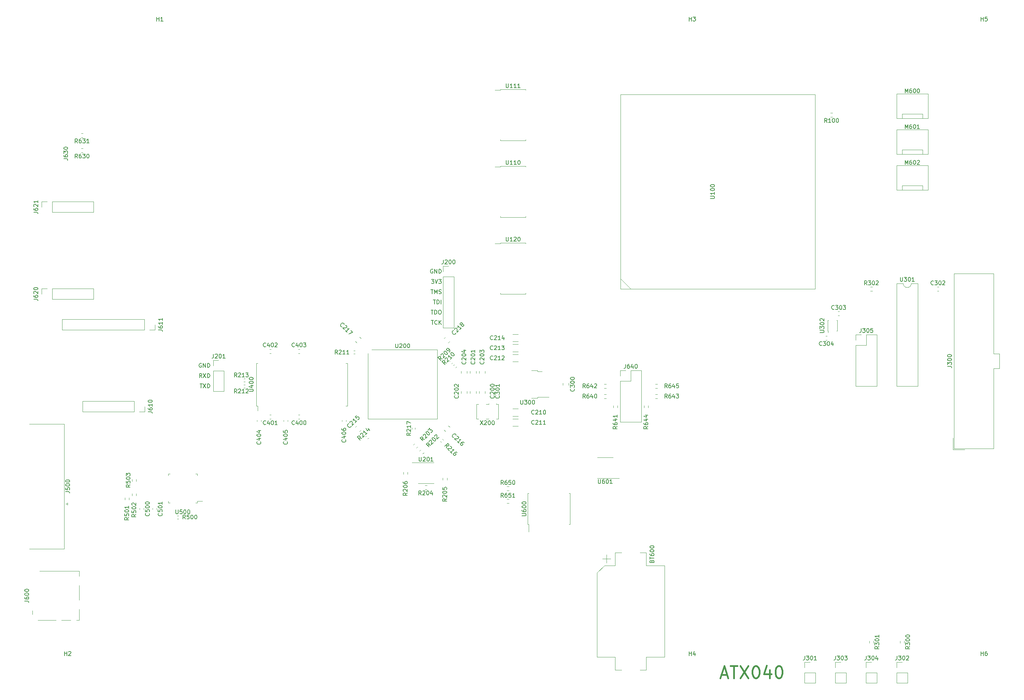
<source format=gto>
G04 #@! TF.GenerationSoftware,KiCad,Pcbnew,5.1.9*
G04 #@! TF.CreationDate,2020-12-27T07:37:23+01:00*
G04 #@! TF.ProjectId,atx040-main-pcb,61747830-3430-42d6-9d61-696e2d706362,rev?*
G04 #@! TF.SameCoordinates,Original*
G04 #@! TF.FileFunction,Legend,Top*
G04 #@! TF.FilePolarity,Positive*
%FSLAX46Y46*%
G04 Gerber Fmt 4.6, Leading zero omitted, Abs format (unit mm)*
G04 Created by KiCad (PCBNEW 5.1.9) date 2020-12-27 07:37:23*
%MOMM*%
%LPD*%
G01*
G04 APERTURE LIST*
%ADD10C,0.150000*%
%ADD11C,0.450000*%
%ADD12C,0.120000*%
G04 APERTURE END LIST*
D10*
X74753452Y-123912380D02*
X75324880Y-123912380D01*
X75039166Y-124912380D02*
X75039166Y-123912380D01*
X75562976Y-123912380D02*
X76229642Y-124912380D01*
X76229642Y-123912380D02*
X75562976Y-124912380D01*
X76610595Y-124912380D02*
X76610595Y-123912380D01*
X76848690Y-123912380D01*
X76991547Y-123960000D01*
X77086785Y-124055238D01*
X77134404Y-124150476D01*
X77182023Y-124340952D01*
X77182023Y-124483809D01*
X77134404Y-124674285D01*
X77086785Y-124769523D01*
X76991547Y-124864761D01*
X76848690Y-124912380D01*
X76610595Y-124912380D01*
X75229642Y-122372380D02*
X74896309Y-121896190D01*
X74658214Y-122372380D02*
X74658214Y-121372380D01*
X75039166Y-121372380D01*
X75134404Y-121420000D01*
X75182023Y-121467619D01*
X75229642Y-121562857D01*
X75229642Y-121705714D01*
X75182023Y-121800952D01*
X75134404Y-121848571D01*
X75039166Y-121896190D01*
X74658214Y-121896190D01*
X75562976Y-121372380D02*
X76229642Y-122372380D01*
X76229642Y-121372380D02*
X75562976Y-122372380D01*
X76610595Y-122372380D02*
X76610595Y-121372380D01*
X76848690Y-121372380D01*
X76991547Y-121420000D01*
X77086785Y-121515238D01*
X77134404Y-121610476D01*
X77182023Y-121800952D01*
X77182023Y-121943809D01*
X77134404Y-122134285D01*
X77086785Y-122229523D01*
X76991547Y-122324761D01*
X76848690Y-122372380D01*
X76610595Y-122372380D01*
X75086785Y-118880000D02*
X74991547Y-118832380D01*
X74848690Y-118832380D01*
X74705833Y-118880000D01*
X74610595Y-118975238D01*
X74562976Y-119070476D01*
X74515357Y-119260952D01*
X74515357Y-119403809D01*
X74562976Y-119594285D01*
X74610595Y-119689523D01*
X74705833Y-119784761D01*
X74848690Y-119832380D01*
X74943928Y-119832380D01*
X75086785Y-119784761D01*
X75134404Y-119737142D01*
X75134404Y-119403809D01*
X74943928Y-119403809D01*
X75562976Y-119832380D02*
X75562976Y-118832380D01*
X76134404Y-119832380D01*
X76134404Y-118832380D01*
X76610595Y-119832380D02*
X76610595Y-118832380D01*
X76848690Y-118832380D01*
X76991547Y-118880000D01*
X77086785Y-118975238D01*
X77134404Y-119070476D01*
X77182023Y-119260952D01*
X77182023Y-119403809D01*
X77134404Y-119594285D01*
X77086785Y-119689523D01*
X76991547Y-119784761D01*
X76848690Y-119832380D01*
X76610595Y-119832380D01*
X132062214Y-105624380D02*
X132633642Y-105624380D01*
X132347928Y-106624380D02*
X132347928Y-105624380D01*
X132966976Y-106624380D02*
X132966976Y-105624380D01*
X133205071Y-105624380D01*
X133347928Y-105672000D01*
X133443166Y-105767238D01*
X133490785Y-105862476D01*
X133538404Y-106052952D01*
X133538404Y-106195809D01*
X133490785Y-106386285D01*
X133443166Y-106481523D01*
X133347928Y-106576761D01*
X133205071Y-106624380D01*
X132966976Y-106624380D01*
X134157452Y-105624380D02*
X134347928Y-105624380D01*
X134443166Y-105672000D01*
X134538404Y-105767238D01*
X134586023Y-105957714D01*
X134586023Y-106291047D01*
X134538404Y-106481523D01*
X134443166Y-106576761D01*
X134347928Y-106624380D01*
X134157452Y-106624380D01*
X134062214Y-106576761D01*
X133966976Y-106481523D01*
X133919357Y-106291047D01*
X133919357Y-105957714D01*
X133966976Y-105767238D01*
X134062214Y-105672000D01*
X134157452Y-105624380D01*
X132633642Y-103084380D02*
X133205071Y-103084380D01*
X132919357Y-104084380D02*
X132919357Y-103084380D01*
X133538404Y-104084380D02*
X133538404Y-103084380D01*
X133776500Y-103084380D01*
X133919357Y-103132000D01*
X134014595Y-103227238D01*
X134062214Y-103322476D01*
X134109833Y-103512952D01*
X134109833Y-103655809D01*
X134062214Y-103846285D01*
X134014595Y-103941523D01*
X133919357Y-104036761D01*
X133776500Y-104084380D01*
X133538404Y-104084380D01*
X134538404Y-104084380D02*
X134538404Y-103084380D01*
X132109833Y-108164380D02*
X132681261Y-108164380D01*
X132395547Y-109164380D02*
X132395547Y-108164380D01*
X133586023Y-109069142D02*
X133538404Y-109116761D01*
X133395547Y-109164380D01*
X133300309Y-109164380D01*
X133157452Y-109116761D01*
X133062214Y-109021523D01*
X133014595Y-108926285D01*
X132966976Y-108735809D01*
X132966976Y-108592952D01*
X133014595Y-108402476D01*
X133062214Y-108307238D01*
X133157452Y-108212000D01*
X133300309Y-108164380D01*
X133395547Y-108164380D01*
X133538404Y-108212000D01*
X133586023Y-108259619D01*
X134014595Y-109164380D02*
X134014595Y-108164380D01*
X134586023Y-109164380D02*
X134157452Y-108592952D01*
X134586023Y-108164380D02*
X134014595Y-108735809D01*
X132014595Y-100544380D02*
X132586023Y-100544380D01*
X132300309Y-101544380D02*
X132300309Y-100544380D01*
X132919357Y-101544380D02*
X132919357Y-100544380D01*
X133252690Y-101258666D01*
X133586023Y-100544380D01*
X133586023Y-101544380D01*
X134014595Y-101496761D02*
X134157452Y-101544380D01*
X134395547Y-101544380D01*
X134490785Y-101496761D01*
X134538404Y-101449142D01*
X134586023Y-101353904D01*
X134586023Y-101258666D01*
X134538404Y-101163428D01*
X134490785Y-101115809D01*
X134395547Y-101068190D01*
X134205071Y-101020571D01*
X134109833Y-100972952D01*
X134062214Y-100925333D01*
X134014595Y-100830095D01*
X134014595Y-100734857D01*
X134062214Y-100639619D01*
X134109833Y-100592000D01*
X134205071Y-100544380D01*
X134443166Y-100544380D01*
X134586023Y-100592000D01*
X132157452Y-98004380D02*
X132776500Y-98004380D01*
X132443166Y-98385333D01*
X132586023Y-98385333D01*
X132681261Y-98432952D01*
X132728880Y-98480571D01*
X132776500Y-98575809D01*
X132776500Y-98813904D01*
X132728880Y-98909142D01*
X132681261Y-98956761D01*
X132586023Y-99004380D01*
X132300309Y-99004380D01*
X132205071Y-98956761D01*
X132157452Y-98909142D01*
X133062214Y-98004380D02*
X133395547Y-99004380D01*
X133728880Y-98004380D01*
X133966976Y-98004380D02*
X134586023Y-98004380D01*
X134252690Y-98385333D01*
X134395547Y-98385333D01*
X134490785Y-98432952D01*
X134538404Y-98480571D01*
X134586023Y-98575809D01*
X134586023Y-98813904D01*
X134538404Y-98909142D01*
X134490785Y-98956761D01*
X134395547Y-99004380D01*
X134109833Y-99004380D01*
X134014595Y-98956761D01*
X133966976Y-98909142D01*
X132490785Y-95512000D02*
X132395547Y-95464380D01*
X132252690Y-95464380D01*
X132109833Y-95512000D01*
X132014595Y-95607238D01*
X131966976Y-95702476D01*
X131919357Y-95892952D01*
X131919357Y-96035809D01*
X131966976Y-96226285D01*
X132014595Y-96321523D01*
X132109833Y-96416761D01*
X132252690Y-96464380D01*
X132347928Y-96464380D01*
X132490785Y-96416761D01*
X132538404Y-96369142D01*
X132538404Y-96035809D01*
X132347928Y-96035809D01*
X132966976Y-96464380D02*
X132966976Y-95464380D01*
X133538404Y-96464380D01*
X133538404Y-95464380D01*
X134014595Y-96464380D02*
X134014595Y-95464380D01*
X134252690Y-95464380D01*
X134395547Y-95512000D01*
X134490785Y-95607238D01*
X134538404Y-95702476D01*
X134586023Y-95892952D01*
X134586023Y-96035809D01*
X134538404Y-96226285D01*
X134490785Y-96321523D01*
X134395547Y-96416761D01*
X134252690Y-96464380D01*
X134014595Y-96464380D01*
D11*
X204063928Y-196080000D02*
X205492500Y-196080000D01*
X203778214Y-196937142D02*
X204778214Y-193937142D01*
X205778214Y-196937142D01*
X206349642Y-193937142D02*
X208063928Y-193937142D01*
X207206785Y-196937142D02*
X207206785Y-193937142D01*
X208778214Y-193937142D02*
X210778214Y-196937142D01*
X210778214Y-193937142D02*
X208778214Y-196937142D01*
X212492500Y-193937142D02*
X212778214Y-193937142D01*
X213063928Y-194080000D01*
X213206785Y-194222857D01*
X213349642Y-194508571D01*
X213492500Y-195080000D01*
X213492500Y-195794285D01*
X213349642Y-196365714D01*
X213206785Y-196651428D01*
X213063928Y-196794285D01*
X212778214Y-196937142D01*
X212492500Y-196937142D01*
X212206785Y-196794285D01*
X212063928Y-196651428D01*
X211921071Y-196365714D01*
X211778214Y-195794285D01*
X211778214Y-195080000D01*
X211921071Y-194508571D01*
X212063928Y-194222857D01*
X212206785Y-194080000D01*
X212492500Y-193937142D01*
X216063928Y-194937142D02*
X216063928Y-196937142D01*
X215349642Y-193794285D02*
X214635357Y-195937142D01*
X216492500Y-195937142D01*
X218206785Y-193937142D02*
X218492500Y-193937142D01*
X218778214Y-194080000D01*
X218921071Y-194222857D01*
X219063928Y-194508571D01*
X219206785Y-195080000D01*
X219206785Y-195794285D01*
X219063928Y-196365714D01*
X218921071Y-196651428D01*
X218778214Y-196794285D01*
X218492500Y-196937142D01*
X218206785Y-196937142D01*
X217921071Y-196794285D01*
X217778214Y-196651428D01*
X217635357Y-196365714D01*
X217492500Y-195794285D01*
X217492500Y-195080000D01*
X217635357Y-194508571D01*
X217778214Y-194222857D01*
X217921071Y-194080000D01*
X218206785Y-193937142D01*
D12*
X241062742Y-100852500D02*
X241537258Y-100852500D01*
X241062742Y-99807500D02*
X241537258Y-99807500D01*
X240777500Y-187722742D02*
X240777500Y-188197258D01*
X241822500Y-187722742D02*
X241822500Y-188197258D01*
X248397500Y-187722742D02*
X248397500Y-188197258D01*
X249442500Y-187722742D02*
X249442500Y-188197258D01*
X237430000Y-111700000D02*
X238760000Y-111700000D01*
X237430000Y-113030000D02*
X237430000Y-111700000D01*
X240030000Y-111700000D02*
X242630000Y-111700000D01*
X240030000Y-114300000D02*
X240030000Y-111700000D01*
X237430000Y-114300000D02*
X240030000Y-114300000D01*
X242630000Y-111700000D02*
X242630000Y-124520000D01*
X237430000Y-114300000D02*
X237430000Y-124520000D01*
X237430000Y-124520000D02*
X242630000Y-124520000D01*
X239970000Y-192980000D02*
X241300000Y-192980000D01*
X239970000Y-194310000D02*
X239970000Y-192980000D01*
X239970000Y-195580000D02*
X242630000Y-195580000D01*
X242630000Y-195580000D02*
X242630000Y-198180000D01*
X239970000Y-195580000D02*
X239970000Y-198180000D01*
X239970000Y-198180000D02*
X242630000Y-198180000D01*
X232350000Y-192980000D02*
X233680000Y-192980000D01*
X232350000Y-194310000D02*
X232350000Y-192980000D01*
X232350000Y-195580000D02*
X235010000Y-195580000D01*
X235010000Y-195580000D02*
X235010000Y-198180000D01*
X232350000Y-195580000D02*
X232350000Y-198180000D01*
X232350000Y-198180000D02*
X235010000Y-198180000D01*
X247590000Y-192980000D02*
X248920000Y-192980000D01*
X247590000Y-194310000D02*
X247590000Y-192980000D01*
X247590000Y-195580000D02*
X250250000Y-195580000D01*
X250250000Y-195580000D02*
X250250000Y-198180000D01*
X247590000Y-195580000D02*
X247590000Y-198180000D01*
X247590000Y-198180000D02*
X250250000Y-198180000D01*
X224730000Y-192980000D02*
X226060000Y-192980000D01*
X224730000Y-194310000D02*
X224730000Y-192980000D01*
X224730000Y-195580000D02*
X227390000Y-195580000D01*
X227390000Y-195580000D02*
X227390000Y-198180000D01*
X224730000Y-195580000D02*
X224730000Y-198180000D01*
X224730000Y-198180000D02*
X227390000Y-198180000D01*
X175260000Y-147340000D02*
X178710000Y-147340000D01*
X175260000Y-147340000D02*
X173310000Y-147340000D01*
X175260000Y-142220000D02*
X177210000Y-142220000D01*
X175260000Y-142220000D02*
X173310000Y-142220000D01*
X156285000Y-158800000D02*
X156285000Y-160615000D01*
X156030000Y-158800000D02*
X156285000Y-158800000D01*
X156030000Y-154940000D02*
X156030000Y-158800000D01*
X156030000Y-151080000D02*
X156285000Y-151080000D01*
X156030000Y-154940000D02*
X156030000Y-151080000D01*
X166550000Y-158800000D02*
X166295000Y-158800000D01*
X166550000Y-154940000D02*
X166550000Y-158800000D01*
X166550000Y-151080000D02*
X166295000Y-151080000D01*
X166550000Y-154940000D02*
X166550000Y-151080000D01*
X150892742Y-153557500D02*
X151367258Y-153557500D01*
X150892742Y-152512500D02*
X151367258Y-152512500D01*
X150892742Y-150382500D02*
X151367258Y-150382500D01*
X150892742Y-149337500D02*
X151367258Y-149337500D01*
X175610000Y-168340000D02*
X175610000Y-166340000D01*
X176610000Y-167340000D02*
X174610000Y-167340000D01*
X189960000Y-191690000D02*
X185460000Y-191690000D01*
X189960000Y-168990000D02*
X185460000Y-168990000D01*
X189960000Y-168990000D02*
X189960000Y-191690000D01*
X185460000Y-194890000D02*
X183910000Y-194890000D01*
X185460000Y-191690000D02*
X185460000Y-194890000D01*
X185460000Y-165790000D02*
X183910000Y-165790000D01*
X185460000Y-168990000D02*
X185460000Y-165790000D01*
X177760000Y-165790000D02*
X179310000Y-165790000D01*
X177760000Y-168990000D02*
X177760000Y-165790000D01*
X173260000Y-170790000D02*
X175060000Y-168990000D01*
X175060000Y-168990000D02*
X177760000Y-168990000D01*
X173260000Y-191690000D02*
X173260000Y-170790000D01*
X173260000Y-191690000D02*
X177760000Y-191690000D01*
X177760000Y-194890000D02*
X179310000Y-194890000D01*
X177760000Y-191690000D02*
X177760000Y-194890000D01*
X188197258Y-123937500D02*
X187722742Y-123937500D01*
X188197258Y-124982500D02*
X187722742Y-124982500D01*
X185942500Y-129777258D02*
X185942500Y-129302742D01*
X184897500Y-129777258D02*
X184897500Y-129302742D01*
X188197258Y-126477500D02*
X187722742Y-126477500D01*
X188197258Y-127522500D02*
X187722742Y-127522500D01*
X175022742Y-124982500D02*
X175497258Y-124982500D01*
X175022742Y-123937500D02*
X175497258Y-123937500D01*
X178322500Y-129777258D02*
X178322500Y-129302742D01*
X177277500Y-129777258D02*
X177277500Y-129302742D01*
X175022742Y-127522500D02*
X175497258Y-127522500D01*
X175022742Y-126477500D02*
X175497258Y-126477500D01*
X179010000Y-120590000D02*
X180340000Y-120590000D01*
X179010000Y-121920000D02*
X179010000Y-120590000D01*
X181610000Y-120590000D02*
X184210000Y-120590000D01*
X181610000Y-123190000D02*
X181610000Y-120590000D01*
X179010000Y-123190000D02*
X181610000Y-123190000D01*
X184210000Y-120590000D02*
X184210000Y-133410000D01*
X179010000Y-123190000D02*
X179010000Y-133410000D01*
X179010000Y-133410000D02*
X184210000Y-133410000D01*
X247570000Y-75790000D02*
X247570000Y-69740000D01*
X247570000Y-69740000D02*
X255370000Y-69740000D01*
X255370000Y-69740000D02*
X255370000Y-75790000D01*
X255370000Y-75790000D02*
X247570000Y-75790000D01*
X248920000Y-75690000D02*
X248920000Y-74680000D01*
X248920000Y-74680000D02*
X254000000Y-74680000D01*
X254000000Y-74680000D02*
X254000000Y-75690000D01*
X247570000Y-66900000D02*
X247570000Y-60850000D01*
X247570000Y-60850000D02*
X255370000Y-60850000D01*
X255370000Y-60850000D02*
X255370000Y-66900000D01*
X255370000Y-66900000D02*
X247570000Y-66900000D01*
X248920000Y-66800000D02*
X248920000Y-65790000D01*
X248920000Y-65790000D02*
X254000000Y-65790000D01*
X254000000Y-65790000D02*
X254000000Y-66800000D01*
X247570000Y-58010000D02*
X247570000Y-51960000D01*
X247570000Y-51960000D02*
X255370000Y-51960000D01*
X255370000Y-51960000D02*
X255370000Y-58010000D01*
X255370000Y-58010000D02*
X247570000Y-58010000D01*
X248920000Y-57910000D02*
X248920000Y-56900000D01*
X248920000Y-56900000D02*
X254000000Y-56900000D01*
X254000000Y-56900000D02*
X254000000Y-57910000D01*
X45737258Y-62772500D02*
X45262742Y-62772500D01*
X45737258Y-61727500D02*
X45262742Y-61727500D01*
X45737258Y-66522500D02*
X45262742Y-66522500D01*
X45737258Y-65477500D02*
X45262742Y-65477500D01*
X35500000Y-80010000D02*
X35500000Y-78680000D01*
X35500000Y-78680000D02*
X36830000Y-78680000D01*
X38100000Y-78680000D02*
X48320000Y-78680000D01*
X48320000Y-81340000D02*
X48320000Y-78680000D01*
X38100000Y-81340000D02*
X48320000Y-81340000D01*
X38100000Y-81340000D02*
X38100000Y-78680000D01*
X35500000Y-101600000D02*
X35500000Y-100270000D01*
X35500000Y-100270000D02*
X36830000Y-100270000D01*
X38100000Y-100270000D02*
X48320000Y-100270000D01*
X48320000Y-102930000D02*
X48320000Y-100270000D01*
X38100000Y-102930000D02*
X48320000Y-102930000D01*
X38100000Y-102930000D02*
X38100000Y-100270000D01*
X63560000Y-109220000D02*
X63560000Y-110550000D01*
X63560000Y-110550000D02*
X62230000Y-110550000D01*
X60960000Y-110550000D02*
X40580000Y-110550000D01*
X40580000Y-107890000D02*
X40580000Y-110550000D01*
X60960000Y-107890000D02*
X40580000Y-107890000D01*
X60960000Y-107890000D02*
X60960000Y-110550000D01*
X61020000Y-129540000D02*
X61020000Y-130870000D01*
X61020000Y-130870000D02*
X59690000Y-130870000D01*
X58420000Y-130870000D02*
X45660000Y-130870000D01*
X45660000Y-128210000D02*
X45660000Y-130870000D01*
X58420000Y-128210000D02*
X45660000Y-128210000D01*
X58420000Y-128210000D02*
X58420000Y-130870000D01*
X33180000Y-181090000D02*
X33180000Y-180230000D01*
X44820000Y-170390000D02*
X35000000Y-170390000D01*
X44820000Y-171620000D02*
X44820000Y-170390000D01*
X44820000Y-177590000D02*
X44820000Y-173920000D01*
X44820000Y-182570000D02*
X44820000Y-179890000D01*
X44100000Y-182570000D02*
X44820000Y-182570000D01*
X40400000Y-182570000D02*
X42700000Y-182570000D01*
X34550000Y-182570000D02*
X39000000Y-182570000D01*
X116390000Y-132610000D02*
X116390000Y-116390000D01*
X133610000Y-132610000D02*
X116390000Y-132610000D01*
X133610000Y-115390000D02*
X133610000Y-132610000D01*
X117390000Y-115390000D02*
X133610000Y-115390000D01*
X128130000Y-135153641D02*
X128130000Y-134846359D01*
X127370000Y-135153641D02*
X127370000Y-134846359D01*
X135127341Y-137839940D02*
X134910060Y-137622659D01*
X134589940Y-138377341D02*
X134372659Y-138160060D01*
X230264580Y-113032000D02*
X229983420Y-113032000D01*
X230264580Y-112012000D02*
X229983420Y-112012000D01*
X233031420Y-105916000D02*
X233312580Y-105916000D01*
X233031420Y-106936000D02*
X233312580Y-106936000D01*
X257669420Y-99820000D02*
X257950580Y-99820000D01*
X257669420Y-100840000D02*
X257950580Y-100840000D01*
X109980000Y-132955420D02*
X109980000Y-133236580D01*
X111000000Y-132955420D02*
X111000000Y-133236580D01*
X95502000Y-132955420D02*
X95502000Y-133236580D01*
X96522000Y-132955420D02*
X96522000Y-133236580D01*
X88898000Y-132955420D02*
X88898000Y-133236580D01*
X89918000Y-132955420D02*
X89918000Y-133236580D01*
X99173420Y-116334000D02*
X99454580Y-116334000D01*
X99173420Y-115314000D02*
X99454580Y-115314000D01*
X92342580Y-115314000D02*
X92061420Y-115314000D01*
X92342580Y-116334000D02*
X92061420Y-116334000D01*
X92061420Y-132590000D02*
X92342580Y-132590000D01*
X92061420Y-131570000D02*
X92342580Y-131570000D01*
X99454580Y-131570000D02*
X99173420Y-131570000D01*
X99454580Y-132590000D02*
X99173420Y-132590000D01*
X232848000Y-110774000D02*
X232648000Y-110774000D01*
X230548000Y-110774000D02*
X230548000Y-111174000D01*
X230448000Y-110774000D02*
X230548000Y-110774000D01*
X230448000Y-108174000D02*
X230448000Y-110774000D01*
X230648000Y-108174000D02*
X230448000Y-108174000D01*
X232848000Y-108174000D02*
X232648000Y-108174000D01*
X232848000Y-110774000D02*
X232848000Y-108174000D01*
X249190000Y-99000000D02*
X247540000Y-99000000D01*
X247540000Y-99000000D02*
X247540000Y-124520000D01*
X247540000Y-124520000D02*
X252840000Y-124520000D01*
X252840000Y-124520000D02*
X252840000Y-99000000D01*
X252840000Y-99000000D02*
X251190000Y-99000000D01*
X251190000Y-99000000D02*
G75*
G02*
X249190000Y-99000000I-1000000J0D01*
G01*
X57897500Y-148065258D02*
X57897500Y-147590742D01*
X58942500Y-148065258D02*
X58942500Y-147590742D01*
X58942500Y-151146742D02*
X58942500Y-151621258D01*
X57897500Y-151146742D02*
X57897500Y-151621258D01*
X57164500Y-152162742D02*
X57164500Y-152637258D01*
X56119500Y-152162742D02*
X56119500Y-152637258D01*
X143880000Y-132610000D02*
X143350000Y-132610000D01*
X143350000Y-132610000D02*
X143350000Y-129010000D01*
X143350000Y-129010000D02*
X143880000Y-129010000D01*
X146420000Y-132610000D02*
X145680000Y-132610000D01*
X148220000Y-128770000D02*
X148220000Y-129010000D01*
X148220000Y-129010000D02*
X148750000Y-129010000D01*
X148750000Y-129010000D02*
X148750000Y-132610000D01*
X148750000Y-132610000D02*
X148220000Y-132610000D01*
X145680000Y-129010000D02*
X146420000Y-129010000D01*
X146420000Y-129010000D02*
X146420000Y-128770000D01*
X115827659Y-136999940D02*
X116044940Y-136782659D01*
X116365060Y-137537341D02*
X116582341Y-137320060D01*
X67325000Y-146250000D02*
X66875000Y-146250000D01*
X66875000Y-146250000D02*
X66875000Y-146700000D01*
X73645000Y-146250000D02*
X74095000Y-146250000D01*
X74095000Y-146250000D02*
X74095000Y-146700000D01*
X67325000Y-153470000D02*
X66875000Y-153470000D01*
X66875000Y-153470000D02*
X66875000Y-153020000D01*
X73645000Y-153470000D02*
X74095000Y-153470000D01*
X74095000Y-153470000D02*
X74095000Y-153020000D01*
X74095000Y-153020000D02*
X75385000Y-153020000D01*
X69096359Y-156620000D02*
X69403641Y-156620000D01*
X69096359Y-157380000D02*
X69403641Y-157380000D01*
X32440000Y-133870000D02*
X41040000Y-133870000D01*
X41040000Y-133870000D02*
X41040000Y-164840000D01*
X41040000Y-164840000D02*
X32440000Y-164840000D01*
X41934338Y-153420000D02*
X41934338Y-153920000D01*
X41934338Y-153920000D02*
X41501325Y-153670000D01*
X41501325Y-153670000D02*
X41934338Y-153420000D01*
X64010000Y-154799420D02*
X64010000Y-155080580D01*
X62990000Y-154799420D02*
X62990000Y-155080580D01*
X60835000Y-154799420D02*
X60835000Y-155080580D01*
X59815000Y-154799420D02*
X59815000Y-155080580D01*
X85903641Y-122620000D02*
X85596359Y-122620000D01*
X85903641Y-123380000D02*
X85596359Y-123380000D01*
X85903641Y-124120000D02*
X85596359Y-124120000D01*
X85903641Y-124880000D02*
X85596359Y-124880000D01*
X78045000Y-118050000D02*
X79375000Y-118050000D01*
X78045000Y-119380000D02*
X78045000Y-118050000D01*
X78045000Y-120650000D02*
X80705000Y-120650000D01*
X80705000Y-120650000D02*
X80705000Y-125790000D01*
X78045000Y-120650000D02*
X78045000Y-125790000D01*
X78045000Y-125790000D02*
X80705000Y-125790000D01*
X112876359Y-116458000D02*
X113183641Y-116458000D01*
X112876359Y-115698000D02*
X113183641Y-115698000D01*
X149240000Y-89090000D02*
X147950000Y-89090000D01*
X149240000Y-88890000D02*
X149240000Y-89090000D01*
X152400000Y-88890000D02*
X149240000Y-88890000D01*
X155560000Y-88890000D02*
X155560000Y-89090000D01*
X152400000Y-88890000D02*
X155560000Y-88890000D01*
X149240000Y-101610000D02*
X149240000Y-101410000D01*
X152400000Y-101610000D02*
X149240000Y-101610000D01*
X155560000Y-101610000D02*
X155560000Y-101410000D01*
X152400000Y-101610000D02*
X155560000Y-101610000D01*
X231631258Y-56627500D02*
X231156742Y-56627500D01*
X231631258Y-57672500D02*
X231156742Y-57672500D01*
X137839940Y-119122659D02*
X137622659Y-119339940D01*
X138377341Y-119660060D02*
X138160060Y-119877341D01*
X136839940Y-118122659D02*
X136622659Y-118339940D01*
X137377341Y-118660060D02*
X137160060Y-118877341D01*
X89100000Y-130579000D02*
X89100000Y-129379000D01*
X89100000Y-129379000D02*
X88700000Y-129379000D01*
X88700000Y-129379000D02*
X88700000Y-118779000D01*
X111300000Y-129379000D02*
X111300000Y-118779000D01*
X88700000Y-118779000D02*
X89100000Y-118779000D01*
X110900000Y-118779000D02*
X111300000Y-118779000D01*
X110900000Y-129379000D02*
X111300000Y-129379000D01*
X149240000Y-50990000D02*
X147950000Y-50990000D01*
X149240000Y-50790000D02*
X149240000Y-50990000D01*
X152400000Y-50790000D02*
X149240000Y-50790000D01*
X155560000Y-50790000D02*
X155560000Y-50990000D01*
X152400000Y-50790000D02*
X155560000Y-50790000D01*
X149240000Y-63510000D02*
X149240000Y-63310000D01*
X152400000Y-63510000D02*
X149240000Y-63510000D01*
X155560000Y-63510000D02*
X155560000Y-63310000D01*
X152400000Y-63510000D02*
X155560000Y-63510000D01*
X149240000Y-70040000D02*
X147950000Y-70040000D01*
X149240000Y-69840000D02*
X149240000Y-70040000D01*
X152400000Y-69840000D02*
X149240000Y-69840000D01*
X155560000Y-69840000D02*
X155560000Y-70040000D01*
X152400000Y-69840000D02*
X155560000Y-69840000D01*
X149240000Y-82560000D02*
X149240000Y-82360000D01*
X152400000Y-82560000D02*
X149240000Y-82560000D01*
X155560000Y-82560000D02*
X155560000Y-82360000D01*
X152400000Y-82560000D02*
X155560000Y-82560000D01*
X158470000Y-120820000D02*
X159570000Y-120820000D01*
X158470000Y-120550000D02*
X158470000Y-120820000D01*
X156970000Y-120550000D02*
X158470000Y-120550000D01*
X158470000Y-127180000D02*
X161300000Y-127180000D01*
X158470000Y-127450000D02*
X158470000Y-127180000D01*
X156970000Y-127450000D02*
X158470000Y-127450000D01*
X144015000Y-125738748D02*
X144015000Y-126261252D01*
X145485000Y-125738748D02*
X145485000Y-126261252D01*
X164765000Y-123738748D02*
X164765000Y-124261252D01*
X166235000Y-123738748D02*
X166235000Y-124261252D01*
X130810000Y-143490000D02*
X127360000Y-143490000D01*
X130810000Y-143490000D02*
X132760000Y-143490000D01*
X130810000Y-148610000D02*
X128860000Y-148610000D01*
X130810000Y-148610000D02*
X132760000Y-148610000D01*
X135665010Y-112295543D02*
X135295543Y-112665010D01*
X136704457Y-113334990D02*
X136334990Y-113704457D01*
X113295543Y-113334990D02*
X113665010Y-113704457D01*
X114334990Y-112295543D02*
X114704457Y-112665010D01*
X136704457Y-134665010D02*
X136334990Y-134295543D01*
X135665010Y-135704457D02*
X135295543Y-135334990D01*
X114334990Y-135704457D02*
X114704457Y-135334990D01*
X113295543Y-134665010D02*
X113665010Y-134295543D01*
X152288748Y-113410000D02*
X153711252Y-113410000D01*
X152288748Y-111590000D02*
X153711252Y-111590000D01*
X152288748Y-115910000D02*
X153711252Y-115910000D01*
X152288748Y-114090000D02*
X153711252Y-114090000D01*
X152288748Y-118410000D02*
X153711252Y-118410000D01*
X152288748Y-116590000D02*
X153711252Y-116590000D01*
X152288748Y-134410000D02*
X153711252Y-134410000D01*
X152288748Y-132590000D02*
X153711252Y-132590000D01*
X152288748Y-131910000D02*
X153711252Y-131910000D01*
X152288748Y-130090000D02*
X153711252Y-130090000D01*
X140985000Y-121261252D02*
X140985000Y-120738748D01*
X139515000Y-121261252D02*
X139515000Y-120738748D01*
X145485000Y-121261252D02*
X145485000Y-120738748D01*
X144015000Y-121261252D02*
X144015000Y-120738748D01*
X139515000Y-125738748D02*
X139515000Y-126261252D01*
X140985000Y-125738748D02*
X140985000Y-126261252D01*
X143235000Y-121261252D02*
X143235000Y-120738748D01*
X141765000Y-121261252D02*
X141765000Y-120738748D01*
X141765000Y-125738748D02*
X141765000Y-126261252D01*
X143235000Y-125738748D02*
X143235000Y-126261252D01*
X135068000Y-110042000D02*
X137728000Y-110042000D01*
X135068000Y-97282000D02*
X135068000Y-110042000D01*
X137728000Y-97282000D02*
X137728000Y-110042000D01*
X135068000Y-97282000D02*
X137728000Y-97282000D01*
X135068000Y-96012000D02*
X135068000Y-94682000D01*
X135068000Y-94682000D02*
X136398000Y-94682000D01*
X126252500Y-145812742D02*
X126252500Y-146287258D01*
X125207500Y-145812742D02*
X125207500Y-146287258D01*
X136022500Y-147262742D02*
X136022500Y-147737258D01*
X134977500Y-147262742D02*
X134977500Y-147737258D01*
X130572742Y-149083500D02*
X131047258Y-149083500D01*
X130572742Y-150128500D02*
X131047258Y-150128500D01*
X127712770Y-139048303D02*
X128048303Y-138712770D01*
X128451697Y-139787230D02*
X128787230Y-139451697D01*
X130287230Y-140951697D02*
X129951697Y-141287230D01*
X129548303Y-140212770D02*
X129212770Y-140548303D01*
X261800000Y-118260000D02*
X261800000Y-139970000D01*
X261800000Y-139970000D02*
X271620000Y-139970000D01*
X271620000Y-139970000D02*
X271620000Y-120070000D01*
X271620000Y-120070000D02*
X273020000Y-120070000D01*
X273020000Y-120070000D02*
X273020000Y-118260000D01*
X261800000Y-118260000D02*
X261800000Y-96550000D01*
X261800000Y-96550000D02*
X271620000Y-96550000D01*
X271620000Y-96550000D02*
X271620000Y-116450000D01*
X271620000Y-116450000D02*
X273020000Y-116450000D01*
X273020000Y-116450000D02*
X273020000Y-118260000D01*
X261560000Y-137360000D02*
X261560000Y-140210000D01*
X261560000Y-140210000D02*
X264410000Y-140210000D01*
X181610000Y-100330000D02*
X179070000Y-97790000D01*
X227330000Y-52070000D02*
X179070000Y-52070000D01*
X227330000Y-100330000D02*
X227330000Y-52070000D01*
X179070000Y-100330000D02*
X227330000Y-100330000D01*
X179070000Y-52070000D02*
X179070000Y-100330000D01*
D10*
X240180952Y-99352380D02*
X239847619Y-98876190D01*
X239609523Y-99352380D02*
X239609523Y-98352380D01*
X239990476Y-98352380D01*
X240085714Y-98400000D01*
X240133333Y-98447619D01*
X240180952Y-98542857D01*
X240180952Y-98685714D01*
X240133333Y-98780952D01*
X240085714Y-98828571D01*
X239990476Y-98876190D01*
X239609523Y-98876190D01*
X240514285Y-98352380D02*
X241133333Y-98352380D01*
X240800000Y-98733333D01*
X240942857Y-98733333D01*
X241038095Y-98780952D01*
X241085714Y-98828571D01*
X241133333Y-98923809D01*
X241133333Y-99161904D01*
X241085714Y-99257142D01*
X241038095Y-99304761D01*
X240942857Y-99352380D01*
X240657142Y-99352380D01*
X240561904Y-99304761D01*
X240514285Y-99257142D01*
X241752380Y-98352380D02*
X241847619Y-98352380D01*
X241942857Y-98400000D01*
X241990476Y-98447619D01*
X242038095Y-98542857D01*
X242085714Y-98733333D01*
X242085714Y-98971428D01*
X242038095Y-99161904D01*
X241990476Y-99257142D01*
X241942857Y-99304761D01*
X241847619Y-99352380D01*
X241752380Y-99352380D01*
X241657142Y-99304761D01*
X241609523Y-99257142D01*
X241561904Y-99161904D01*
X241514285Y-98971428D01*
X241514285Y-98733333D01*
X241561904Y-98542857D01*
X241609523Y-98447619D01*
X241657142Y-98400000D01*
X241752380Y-98352380D01*
X242466666Y-98447619D02*
X242514285Y-98400000D01*
X242609523Y-98352380D01*
X242847619Y-98352380D01*
X242942857Y-98400000D01*
X242990476Y-98447619D01*
X243038095Y-98542857D01*
X243038095Y-98638095D01*
X242990476Y-98780952D01*
X242419047Y-99352380D01*
X243038095Y-99352380D01*
X243182380Y-189079047D02*
X242706190Y-189412380D01*
X243182380Y-189650476D02*
X242182380Y-189650476D01*
X242182380Y-189269523D01*
X242230000Y-189174285D01*
X242277619Y-189126666D01*
X242372857Y-189079047D01*
X242515714Y-189079047D01*
X242610952Y-189126666D01*
X242658571Y-189174285D01*
X242706190Y-189269523D01*
X242706190Y-189650476D01*
X242182380Y-188745714D02*
X242182380Y-188126666D01*
X242563333Y-188460000D01*
X242563333Y-188317142D01*
X242610952Y-188221904D01*
X242658571Y-188174285D01*
X242753809Y-188126666D01*
X242991904Y-188126666D01*
X243087142Y-188174285D01*
X243134761Y-188221904D01*
X243182380Y-188317142D01*
X243182380Y-188602857D01*
X243134761Y-188698095D01*
X243087142Y-188745714D01*
X242182380Y-187507619D02*
X242182380Y-187412380D01*
X242230000Y-187317142D01*
X242277619Y-187269523D01*
X242372857Y-187221904D01*
X242563333Y-187174285D01*
X242801428Y-187174285D01*
X242991904Y-187221904D01*
X243087142Y-187269523D01*
X243134761Y-187317142D01*
X243182380Y-187412380D01*
X243182380Y-187507619D01*
X243134761Y-187602857D01*
X243087142Y-187650476D01*
X242991904Y-187698095D01*
X242801428Y-187745714D01*
X242563333Y-187745714D01*
X242372857Y-187698095D01*
X242277619Y-187650476D01*
X242230000Y-187602857D01*
X242182380Y-187507619D01*
X243182380Y-186221904D02*
X243182380Y-186793333D01*
X243182380Y-186507619D02*
X242182380Y-186507619D01*
X242325238Y-186602857D01*
X242420476Y-186698095D01*
X242468095Y-186793333D01*
X250802380Y-189079047D02*
X250326190Y-189412380D01*
X250802380Y-189650476D02*
X249802380Y-189650476D01*
X249802380Y-189269523D01*
X249850000Y-189174285D01*
X249897619Y-189126666D01*
X249992857Y-189079047D01*
X250135714Y-189079047D01*
X250230952Y-189126666D01*
X250278571Y-189174285D01*
X250326190Y-189269523D01*
X250326190Y-189650476D01*
X249802380Y-188745714D02*
X249802380Y-188126666D01*
X250183333Y-188460000D01*
X250183333Y-188317142D01*
X250230952Y-188221904D01*
X250278571Y-188174285D01*
X250373809Y-188126666D01*
X250611904Y-188126666D01*
X250707142Y-188174285D01*
X250754761Y-188221904D01*
X250802380Y-188317142D01*
X250802380Y-188602857D01*
X250754761Y-188698095D01*
X250707142Y-188745714D01*
X249802380Y-187507619D02*
X249802380Y-187412380D01*
X249850000Y-187317142D01*
X249897619Y-187269523D01*
X249992857Y-187221904D01*
X250183333Y-187174285D01*
X250421428Y-187174285D01*
X250611904Y-187221904D01*
X250707142Y-187269523D01*
X250754761Y-187317142D01*
X250802380Y-187412380D01*
X250802380Y-187507619D01*
X250754761Y-187602857D01*
X250707142Y-187650476D01*
X250611904Y-187698095D01*
X250421428Y-187745714D01*
X250183333Y-187745714D01*
X249992857Y-187698095D01*
X249897619Y-187650476D01*
X249850000Y-187602857D01*
X249802380Y-187507619D01*
X249802380Y-186555238D02*
X249802380Y-186460000D01*
X249850000Y-186364761D01*
X249897619Y-186317142D01*
X249992857Y-186269523D01*
X250183333Y-186221904D01*
X250421428Y-186221904D01*
X250611904Y-186269523D01*
X250707142Y-186317142D01*
X250754761Y-186364761D01*
X250802380Y-186460000D01*
X250802380Y-186555238D01*
X250754761Y-186650476D01*
X250707142Y-186698095D01*
X250611904Y-186745714D01*
X250421428Y-186793333D01*
X250183333Y-186793333D01*
X249992857Y-186745714D01*
X249897619Y-186698095D01*
X249850000Y-186650476D01*
X249802380Y-186555238D01*
X238744285Y-110152380D02*
X238744285Y-110866666D01*
X238696666Y-111009523D01*
X238601428Y-111104761D01*
X238458571Y-111152380D01*
X238363333Y-111152380D01*
X239125238Y-110152380D02*
X239744285Y-110152380D01*
X239410952Y-110533333D01*
X239553809Y-110533333D01*
X239649047Y-110580952D01*
X239696666Y-110628571D01*
X239744285Y-110723809D01*
X239744285Y-110961904D01*
X239696666Y-111057142D01*
X239649047Y-111104761D01*
X239553809Y-111152380D01*
X239268095Y-111152380D01*
X239172857Y-111104761D01*
X239125238Y-111057142D01*
X240363333Y-110152380D02*
X240458571Y-110152380D01*
X240553809Y-110200000D01*
X240601428Y-110247619D01*
X240649047Y-110342857D01*
X240696666Y-110533333D01*
X240696666Y-110771428D01*
X240649047Y-110961904D01*
X240601428Y-111057142D01*
X240553809Y-111104761D01*
X240458571Y-111152380D01*
X240363333Y-111152380D01*
X240268095Y-111104761D01*
X240220476Y-111057142D01*
X240172857Y-110961904D01*
X240125238Y-110771428D01*
X240125238Y-110533333D01*
X240172857Y-110342857D01*
X240220476Y-110247619D01*
X240268095Y-110200000D01*
X240363333Y-110152380D01*
X241601428Y-110152380D02*
X241125238Y-110152380D01*
X241077619Y-110628571D01*
X241125238Y-110580952D01*
X241220476Y-110533333D01*
X241458571Y-110533333D01*
X241553809Y-110580952D01*
X241601428Y-110628571D01*
X241649047Y-110723809D01*
X241649047Y-110961904D01*
X241601428Y-111057142D01*
X241553809Y-111104761D01*
X241458571Y-111152380D01*
X241220476Y-111152380D01*
X241125238Y-111104761D01*
X241077619Y-111057142D01*
X240014285Y-191432380D02*
X240014285Y-192146666D01*
X239966666Y-192289523D01*
X239871428Y-192384761D01*
X239728571Y-192432380D01*
X239633333Y-192432380D01*
X240395238Y-191432380D02*
X241014285Y-191432380D01*
X240680952Y-191813333D01*
X240823809Y-191813333D01*
X240919047Y-191860952D01*
X240966666Y-191908571D01*
X241014285Y-192003809D01*
X241014285Y-192241904D01*
X240966666Y-192337142D01*
X240919047Y-192384761D01*
X240823809Y-192432380D01*
X240538095Y-192432380D01*
X240442857Y-192384761D01*
X240395238Y-192337142D01*
X241633333Y-191432380D02*
X241728571Y-191432380D01*
X241823809Y-191480000D01*
X241871428Y-191527619D01*
X241919047Y-191622857D01*
X241966666Y-191813333D01*
X241966666Y-192051428D01*
X241919047Y-192241904D01*
X241871428Y-192337142D01*
X241823809Y-192384761D01*
X241728571Y-192432380D01*
X241633333Y-192432380D01*
X241538095Y-192384761D01*
X241490476Y-192337142D01*
X241442857Y-192241904D01*
X241395238Y-192051428D01*
X241395238Y-191813333D01*
X241442857Y-191622857D01*
X241490476Y-191527619D01*
X241538095Y-191480000D01*
X241633333Y-191432380D01*
X242823809Y-191765714D02*
X242823809Y-192432380D01*
X242585714Y-191384761D02*
X242347619Y-192099047D01*
X242966666Y-192099047D01*
X232394285Y-191432380D02*
X232394285Y-192146666D01*
X232346666Y-192289523D01*
X232251428Y-192384761D01*
X232108571Y-192432380D01*
X232013333Y-192432380D01*
X232775238Y-191432380D02*
X233394285Y-191432380D01*
X233060952Y-191813333D01*
X233203809Y-191813333D01*
X233299047Y-191860952D01*
X233346666Y-191908571D01*
X233394285Y-192003809D01*
X233394285Y-192241904D01*
X233346666Y-192337142D01*
X233299047Y-192384761D01*
X233203809Y-192432380D01*
X232918095Y-192432380D01*
X232822857Y-192384761D01*
X232775238Y-192337142D01*
X234013333Y-191432380D02*
X234108571Y-191432380D01*
X234203809Y-191480000D01*
X234251428Y-191527619D01*
X234299047Y-191622857D01*
X234346666Y-191813333D01*
X234346666Y-192051428D01*
X234299047Y-192241904D01*
X234251428Y-192337142D01*
X234203809Y-192384761D01*
X234108571Y-192432380D01*
X234013333Y-192432380D01*
X233918095Y-192384761D01*
X233870476Y-192337142D01*
X233822857Y-192241904D01*
X233775238Y-192051428D01*
X233775238Y-191813333D01*
X233822857Y-191622857D01*
X233870476Y-191527619D01*
X233918095Y-191480000D01*
X234013333Y-191432380D01*
X234680000Y-191432380D02*
X235299047Y-191432380D01*
X234965714Y-191813333D01*
X235108571Y-191813333D01*
X235203809Y-191860952D01*
X235251428Y-191908571D01*
X235299047Y-192003809D01*
X235299047Y-192241904D01*
X235251428Y-192337142D01*
X235203809Y-192384761D01*
X235108571Y-192432380D01*
X234822857Y-192432380D01*
X234727619Y-192384761D01*
X234680000Y-192337142D01*
X247634285Y-191432380D02*
X247634285Y-192146666D01*
X247586666Y-192289523D01*
X247491428Y-192384761D01*
X247348571Y-192432380D01*
X247253333Y-192432380D01*
X248015238Y-191432380D02*
X248634285Y-191432380D01*
X248300952Y-191813333D01*
X248443809Y-191813333D01*
X248539047Y-191860952D01*
X248586666Y-191908571D01*
X248634285Y-192003809D01*
X248634285Y-192241904D01*
X248586666Y-192337142D01*
X248539047Y-192384761D01*
X248443809Y-192432380D01*
X248158095Y-192432380D01*
X248062857Y-192384761D01*
X248015238Y-192337142D01*
X249253333Y-191432380D02*
X249348571Y-191432380D01*
X249443809Y-191480000D01*
X249491428Y-191527619D01*
X249539047Y-191622857D01*
X249586666Y-191813333D01*
X249586666Y-192051428D01*
X249539047Y-192241904D01*
X249491428Y-192337142D01*
X249443809Y-192384761D01*
X249348571Y-192432380D01*
X249253333Y-192432380D01*
X249158095Y-192384761D01*
X249110476Y-192337142D01*
X249062857Y-192241904D01*
X249015238Y-192051428D01*
X249015238Y-191813333D01*
X249062857Y-191622857D01*
X249110476Y-191527619D01*
X249158095Y-191480000D01*
X249253333Y-191432380D01*
X249967619Y-191527619D02*
X250015238Y-191480000D01*
X250110476Y-191432380D01*
X250348571Y-191432380D01*
X250443809Y-191480000D01*
X250491428Y-191527619D01*
X250539047Y-191622857D01*
X250539047Y-191718095D01*
X250491428Y-191860952D01*
X249920000Y-192432380D01*
X250539047Y-192432380D01*
X224774285Y-191432380D02*
X224774285Y-192146666D01*
X224726666Y-192289523D01*
X224631428Y-192384761D01*
X224488571Y-192432380D01*
X224393333Y-192432380D01*
X225155238Y-191432380D02*
X225774285Y-191432380D01*
X225440952Y-191813333D01*
X225583809Y-191813333D01*
X225679047Y-191860952D01*
X225726666Y-191908571D01*
X225774285Y-192003809D01*
X225774285Y-192241904D01*
X225726666Y-192337142D01*
X225679047Y-192384761D01*
X225583809Y-192432380D01*
X225298095Y-192432380D01*
X225202857Y-192384761D01*
X225155238Y-192337142D01*
X226393333Y-191432380D02*
X226488571Y-191432380D01*
X226583809Y-191480000D01*
X226631428Y-191527619D01*
X226679047Y-191622857D01*
X226726666Y-191813333D01*
X226726666Y-192051428D01*
X226679047Y-192241904D01*
X226631428Y-192337142D01*
X226583809Y-192384761D01*
X226488571Y-192432380D01*
X226393333Y-192432380D01*
X226298095Y-192384761D01*
X226250476Y-192337142D01*
X226202857Y-192241904D01*
X226155238Y-192051428D01*
X226155238Y-191813333D01*
X226202857Y-191622857D01*
X226250476Y-191527619D01*
X226298095Y-191480000D01*
X226393333Y-191432380D01*
X227679047Y-192432380D02*
X227107619Y-192432380D01*
X227393333Y-192432380D02*
X227393333Y-191432380D01*
X227298095Y-191575238D01*
X227202857Y-191670476D01*
X227107619Y-191718095D01*
X173545714Y-147632380D02*
X173545714Y-148441904D01*
X173593333Y-148537142D01*
X173640952Y-148584761D01*
X173736190Y-148632380D01*
X173926666Y-148632380D01*
X174021904Y-148584761D01*
X174069523Y-148537142D01*
X174117142Y-148441904D01*
X174117142Y-147632380D01*
X175021904Y-147632380D02*
X174831428Y-147632380D01*
X174736190Y-147680000D01*
X174688571Y-147727619D01*
X174593333Y-147870476D01*
X174545714Y-148060952D01*
X174545714Y-148441904D01*
X174593333Y-148537142D01*
X174640952Y-148584761D01*
X174736190Y-148632380D01*
X174926666Y-148632380D01*
X175021904Y-148584761D01*
X175069523Y-148537142D01*
X175117142Y-148441904D01*
X175117142Y-148203809D01*
X175069523Y-148108571D01*
X175021904Y-148060952D01*
X174926666Y-148013333D01*
X174736190Y-148013333D01*
X174640952Y-148060952D01*
X174593333Y-148108571D01*
X174545714Y-148203809D01*
X175736190Y-147632380D02*
X175831428Y-147632380D01*
X175926666Y-147680000D01*
X175974285Y-147727619D01*
X176021904Y-147822857D01*
X176069523Y-148013333D01*
X176069523Y-148251428D01*
X176021904Y-148441904D01*
X175974285Y-148537142D01*
X175926666Y-148584761D01*
X175831428Y-148632380D01*
X175736190Y-148632380D01*
X175640952Y-148584761D01*
X175593333Y-148537142D01*
X175545714Y-148441904D01*
X175498095Y-148251428D01*
X175498095Y-148013333D01*
X175545714Y-147822857D01*
X175593333Y-147727619D01*
X175640952Y-147680000D01*
X175736190Y-147632380D01*
X177021904Y-148632380D02*
X176450476Y-148632380D01*
X176736190Y-148632380D02*
X176736190Y-147632380D01*
X176640952Y-147775238D01*
X176545714Y-147870476D01*
X176450476Y-147918095D01*
X154642380Y-156654285D02*
X155451904Y-156654285D01*
X155547142Y-156606666D01*
X155594761Y-156559047D01*
X155642380Y-156463809D01*
X155642380Y-156273333D01*
X155594761Y-156178095D01*
X155547142Y-156130476D01*
X155451904Y-156082857D01*
X154642380Y-156082857D01*
X154642380Y-155178095D02*
X154642380Y-155368571D01*
X154690000Y-155463809D01*
X154737619Y-155511428D01*
X154880476Y-155606666D01*
X155070952Y-155654285D01*
X155451904Y-155654285D01*
X155547142Y-155606666D01*
X155594761Y-155559047D01*
X155642380Y-155463809D01*
X155642380Y-155273333D01*
X155594761Y-155178095D01*
X155547142Y-155130476D01*
X155451904Y-155082857D01*
X155213809Y-155082857D01*
X155118571Y-155130476D01*
X155070952Y-155178095D01*
X155023333Y-155273333D01*
X155023333Y-155463809D01*
X155070952Y-155559047D01*
X155118571Y-155606666D01*
X155213809Y-155654285D01*
X154642380Y-154463809D02*
X154642380Y-154368571D01*
X154690000Y-154273333D01*
X154737619Y-154225714D01*
X154832857Y-154178095D01*
X155023333Y-154130476D01*
X155261428Y-154130476D01*
X155451904Y-154178095D01*
X155547142Y-154225714D01*
X155594761Y-154273333D01*
X155642380Y-154368571D01*
X155642380Y-154463809D01*
X155594761Y-154559047D01*
X155547142Y-154606666D01*
X155451904Y-154654285D01*
X155261428Y-154701904D01*
X155023333Y-154701904D01*
X154832857Y-154654285D01*
X154737619Y-154606666D01*
X154690000Y-154559047D01*
X154642380Y-154463809D01*
X154642380Y-153511428D02*
X154642380Y-153416190D01*
X154690000Y-153320952D01*
X154737619Y-153273333D01*
X154832857Y-153225714D01*
X155023333Y-153178095D01*
X155261428Y-153178095D01*
X155451904Y-153225714D01*
X155547142Y-153273333D01*
X155594761Y-153320952D01*
X155642380Y-153416190D01*
X155642380Y-153511428D01*
X155594761Y-153606666D01*
X155547142Y-153654285D01*
X155451904Y-153701904D01*
X155261428Y-153749523D01*
X155023333Y-153749523D01*
X154832857Y-153701904D01*
X154737619Y-153654285D01*
X154690000Y-153606666D01*
X154642380Y-153511428D01*
X150010952Y-152057380D02*
X149677619Y-151581190D01*
X149439523Y-152057380D02*
X149439523Y-151057380D01*
X149820476Y-151057380D01*
X149915714Y-151105000D01*
X149963333Y-151152619D01*
X150010952Y-151247857D01*
X150010952Y-151390714D01*
X149963333Y-151485952D01*
X149915714Y-151533571D01*
X149820476Y-151581190D01*
X149439523Y-151581190D01*
X150868095Y-151057380D02*
X150677619Y-151057380D01*
X150582380Y-151105000D01*
X150534761Y-151152619D01*
X150439523Y-151295476D01*
X150391904Y-151485952D01*
X150391904Y-151866904D01*
X150439523Y-151962142D01*
X150487142Y-152009761D01*
X150582380Y-152057380D01*
X150772857Y-152057380D01*
X150868095Y-152009761D01*
X150915714Y-151962142D01*
X150963333Y-151866904D01*
X150963333Y-151628809D01*
X150915714Y-151533571D01*
X150868095Y-151485952D01*
X150772857Y-151438333D01*
X150582380Y-151438333D01*
X150487142Y-151485952D01*
X150439523Y-151533571D01*
X150391904Y-151628809D01*
X151868095Y-151057380D02*
X151391904Y-151057380D01*
X151344285Y-151533571D01*
X151391904Y-151485952D01*
X151487142Y-151438333D01*
X151725238Y-151438333D01*
X151820476Y-151485952D01*
X151868095Y-151533571D01*
X151915714Y-151628809D01*
X151915714Y-151866904D01*
X151868095Y-151962142D01*
X151820476Y-152009761D01*
X151725238Y-152057380D01*
X151487142Y-152057380D01*
X151391904Y-152009761D01*
X151344285Y-151962142D01*
X152868095Y-152057380D02*
X152296666Y-152057380D01*
X152582380Y-152057380D02*
X152582380Y-151057380D01*
X152487142Y-151200238D01*
X152391904Y-151295476D01*
X152296666Y-151343095D01*
X150010952Y-148882380D02*
X149677619Y-148406190D01*
X149439523Y-148882380D02*
X149439523Y-147882380D01*
X149820476Y-147882380D01*
X149915714Y-147930000D01*
X149963333Y-147977619D01*
X150010952Y-148072857D01*
X150010952Y-148215714D01*
X149963333Y-148310952D01*
X149915714Y-148358571D01*
X149820476Y-148406190D01*
X149439523Y-148406190D01*
X150868095Y-147882380D02*
X150677619Y-147882380D01*
X150582380Y-147930000D01*
X150534761Y-147977619D01*
X150439523Y-148120476D01*
X150391904Y-148310952D01*
X150391904Y-148691904D01*
X150439523Y-148787142D01*
X150487142Y-148834761D01*
X150582380Y-148882380D01*
X150772857Y-148882380D01*
X150868095Y-148834761D01*
X150915714Y-148787142D01*
X150963333Y-148691904D01*
X150963333Y-148453809D01*
X150915714Y-148358571D01*
X150868095Y-148310952D01*
X150772857Y-148263333D01*
X150582380Y-148263333D01*
X150487142Y-148310952D01*
X150439523Y-148358571D01*
X150391904Y-148453809D01*
X151868095Y-147882380D02*
X151391904Y-147882380D01*
X151344285Y-148358571D01*
X151391904Y-148310952D01*
X151487142Y-148263333D01*
X151725238Y-148263333D01*
X151820476Y-148310952D01*
X151868095Y-148358571D01*
X151915714Y-148453809D01*
X151915714Y-148691904D01*
X151868095Y-148787142D01*
X151820476Y-148834761D01*
X151725238Y-148882380D01*
X151487142Y-148882380D01*
X151391904Y-148834761D01*
X151344285Y-148787142D01*
X152534761Y-147882380D02*
X152630000Y-147882380D01*
X152725238Y-147930000D01*
X152772857Y-147977619D01*
X152820476Y-148072857D01*
X152868095Y-148263333D01*
X152868095Y-148501428D01*
X152820476Y-148691904D01*
X152772857Y-148787142D01*
X152725238Y-148834761D01*
X152630000Y-148882380D01*
X152534761Y-148882380D01*
X152439523Y-148834761D01*
X152391904Y-148787142D01*
X152344285Y-148691904D01*
X152296666Y-148501428D01*
X152296666Y-148263333D01*
X152344285Y-148072857D01*
X152391904Y-147977619D01*
X152439523Y-147930000D01*
X152534761Y-147882380D01*
X186838571Y-167953095D02*
X186886190Y-167810238D01*
X186933809Y-167762619D01*
X187029047Y-167715000D01*
X187171904Y-167715000D01*
X187267142Y-167762619D01*
X187314761Y-167810238D01*
X187362380Y-167905476D01*
X187362380Y-168286428D01*
X186362380Y-168286428D01*
X186362380Y-167953095D01*
X186410000Y-167857857D01*
X186457619Y-167810238D01*
X186552857Y-167762619D01*
X186648095Y-167762619D01*
X186743333Y-167810238D01*
X186790952Y-167857857D01*
X186838571Y-167953095D01*
X186838571Y-168286428D01*
X186362380Y-167429285D02*
X186362380Y-166857857D01*
X187362380Y-167143571D02*
X186362380Y-167143571D01*
X186362380Y-166095952D02*
X186362380Y-166286428D01*
X186410000Y-166381666D01*
X186457619Y-166429285D01*
X186600476Y-166524523D01*
X186790952Y-166572142D01*
X187171904Y-166572142D01*
X187267142Y-166524523D01*
X187314761Y-166476904D01*
X187362380Y-166381666D01*
X187362380Y-166191190D01*
X187314761Y-166095952D01*
X187267142Y-166048333D01*
X187171904Y-166000714D01*
X186933809Y-166000714D01*
X186838571Y-166048333D01*
X186790952Y-166095952D01*
X186743333Y-166191190D01*
X186743333Y-166381666D01*
X186790952Y-166476904D01*
X186838571Y-166524523D01*
X186933809Y-166572142D01*
X186362380Y-165381666D02*
X186362380Y-165286428D01*
X186410000Y-165191190D01*
X186457619Y-165143571D01*
X186552857Y-165095952D01*
X186743333Y-165048333D01*
X186981428Y-165048333D01*
X187171904Y-165095952D01*
X187267142Y-165143571D01*
X187314761Y-165191190D01*
X187362380Y-165286428D01*
X187362380Y-165381666D01*
X187314761Y-165476904D01*
X187267142Y-165524523D01*
X187171904Y-165572142D01*
X186981428Y-165619761D01*
X186743333Y-165619761D01*
X186552857Y-165572142D01*
X186457619Y-165524523D01*
X186410000Y-165476904D01*
X186362380Y-165381666D01*
X186362380Y-164429285D02*
X186362380Y-164334047D01*
X186410000Y-164238809D01*
X186457619Y-164191190D01*
X186552857Y-164143571D01*
X186743333Y-164095952D01*
X186981428Y-164095952D01*
X187171904Y-164143571D01*
X187267142Y-164191190D01*
X187314761Y-164238809D01*
X187362380Y-164334047D01*
X187362380Y-164429285D01*
X187314761Y-164524523D01*
X187267142Y-164572142D01*
X187171904Y-164619761D01*
X186981428Y-164667380D01*
X186743333Y-164667380D01*
X186552857Y-164619761D01*
X186457619Y-164572142D01*
X186410000Y-164524523D01*
X186362380Y-164429285D01*
X190650952Y-124912380D02*
X190317619Y-124436190D01*
X190079523Y-124912380D02*
X190079523Y-123912380D01*
X190460476Y-123912380D01*
X190555714Y-123960000D01*
X190603333Y-124007619D01*
X190650952Y-124102857D01*
X190650952Y-124245714D01*
X190603333Y-124340952D01*
X190555714Y-124388571D01*
X190460476Y-124436190D01*
X190079523Y-124436190D01*
X191508095Y-123912380D02*
X191317619Y-123912380D01*
X191222380Y-123960000D01*
X191174761Y-124007619D01*
X191079523Y-124150476D01*
X191031904Y-124340952D01*
X191031904Y-124721904D01*
X191079523Y-124817142D01*
X191127142Y-124864761D01*
X191222380Y-124912380D01*
X191412857Y-124912380D01*
X191508095Y-124864761D01*
X191555714Y-124817142D01*
X191603333Y-124721904D01*
X191603333Y-124483809D01*
X191555714Y-124388571D01*
X191508095Y-124340952D01*
X191412857Y-124293333D01*
X191222380Y-124293333D01*
X191127142Y-124340952D01*
X191079523Y-124388571D01*
X191031904Y-124483809D01*
X192460476Y-124245714D02*
X192460476Y-124912380D01*
X192222380Y-123864761D02*
X191984285Y-124579047D01*
X192603333Y-124579047D01*
X193460476Y-123912380D02*
X192984285Y-123912380D01*
X192936666Y-124388571D01*
X192984285Y-124340952D01*
X193079523Y-124293333D01*
X193317619Y-124293333D01*
X193412857Y-124340952D01*
X193460476Y-124388571D01*
X193508095Y-124483809D01*
X193508095Y-124721904D01*
X193460476Y-124817142D01*
X193412857Y-124864761D01*
X193317619Y-124912380D01*
X193079523Y-124912380D01*
X192984285Y-124864761D01*
X192936666Y-124817142D01*
X185872380Y-134469047D02*
X185396190Y-134802380D01*
X185872380Y-135040476D02*
X184872380Y-135040476D01*
X184872380Y-134659523D01*
X184920000Y-134564285D01*
X184967619Y-134516666D01*
X185062857Y-134469047D01*
X185205714Y-134469047D01*
X185300952Y-134516666D01*
X185348571Y-134564285D01*
X185396190Y-134659523D01*
X185396190Y-135040476D01*
X184872380Y-133611904D02*
X184872380Y-133802380D01*
X184920000Y-133897619D01*
X184967619Y-133945238D01*
X185110476Y-134040476D01*
X185300952Y-134088095D01*
X185681904Y-134088095D01*
X185777142Y-134040476D01*
X185824761Y-133992857D01*
X185872380Y-133897619D01*
X185872380Y-133707142D01*
X185824761Y-133611904D01*
X185777142Y-133564285D01*
X185681904Y-133516666D01*
X185443809Y-133516666D01*
X185348571Y-133564285D01*
X185300952Y-133611904D01*
X185253333Y-133707142D01*
X185253333Y-133897619D01*
X185300952Y-133992857D01*
X185348571Y-134040476D01*
X185443809Y-134088095D01*
X185205714Y-132659523D02*
X185872380Y-132659523D01*
X184824761Y-132897619D02*
X185539047Y-133135714D01*
X185539047Y-132516666D01*
X185205714Y-131707142D02*
X185872380Y-131707142D01*
X184824761Y-131945238D02*
X185539047Y-132183333D01*
X185539047Y-131564285D01*
X190650952Y-127452380D02*
X190317619Y-126976190D01*
X190079523Y-127452380D02*
X190079523Y-126452380D01*
X190460476Y-126452380D01*
X190555714Y-126500000D01*
X190603333Y-126547619D01*
X190650952Y-126642857D01*
X190650952Y-126785714D01*
X190603333Y-126880952D01*
X190555714Y-126928571D01*
X190460476Y-126976190D01*
X190079523Y-126976190D01*
X191508095Y-126452380D02*
X191317619Y-126452380D01*
X191222380Y-126500000D01*
X191174761Y-126547619D01*
X191079523Y-126690476D01*
X191031904Y-126880952D01*
X191031904Y-127261904D01*
X191079523Y-127357142D01*
X191127142Y-127404761D01*
X191222380Y-127452380D01*
X191412857Y-127452380D01*
X191508095Y-127404761D01*
X191555714Y-127357142D01*
X191603333Y-127261904D01*
X191603333Y-127023809D01*
X191555714Y-126928571D01*
X191508095Y-126880952D01*
X191412857Y-126833333D01*
X191222380Y-126833333D01*
X191127142Y-126880952D01*
X191079523Y-126928571D01*
X191031904Y-127023809D01*
X192460476Y-126785714D02*
X192460476Y-127452380D01*
X192222380Y-126404761D02*
X191984285Y-127119047D01*
X192603333Y-127119047D01*
X192889047Y-126452380D02*
X193508095Y-126452380D01*
X193174761Y-126833333D01*
X193317619Y-126833333D01*
X193412857Y-126880952D01*
X193460476Y-126928571D01*
X193508095Y-127023809D01*
X193508095Y-127261904D01*
X193460476Y-127357142D01*
X193412857Y-127404761D01*
X193317619Y-127452380D01*
X193031904Y-127452380D01*
X192936666Y-127404761D01*
X192889047Y-127357142D01*
X170330952Y-124912380D02*
X169997619Y-124436190D01*
X169759523Y-124912380D02*
X169759523Y-123912380D01*
X170140476Y-123912380D01*
X170235714Y-123960000D01*
X170283333Y-124007619D01*
X170330952Y-124102857D01*
X170330952Y-124245714D01*
X170283333Y-124340952D01*
X170235714Y-124388571D01*
X170140476Y-124436190D01*
X169759523Y-124436190D01*
X171188095Y-123912380D02*
X170997619Y-123912380D01*
X170902380Y-123960000D01*
X170854761Y-124007619D01*
X170759523Y-124150476D01*
X170711904Y-124340952D01*
X170711904Y-124721904D01*
X170759523Y-124817142D01*
X170807142Y-124864761D01*
X170902380Y-124912380D01*
X171092857Y-124912380D01*
X171188095Y-124864761D01*
X171235714Y-124817142D01*
X171283333Y-124721904D01*
X171283333Y-124483809D01*
X171235714Y-124388571D01*
X171188095Y-124340952D01*
X171092857Y-124293333D01*
X170902380Y-124293333D01*
X170807142Y-124340952D01*
X170759523Y-124388571D01*
X170711904Y-124483809D01*
X172140476Y-124245714D02*
X172140476Y-124912380D01*
X171902380Y-123864761D02*
X171664285Y-124579047D01*
X172283333Y-124579047D01*
X172616666Y-124007619D02*
X172664285Y-123960000D01*
X172759523Y-123912380D01*
X172997619Y-123912380D01*
X173092857Y-123960000D01*
X173140476Y-124007619D01*
X173188095Y-124102857D01*
X173188095Y-124198095D01*
X173140476Y-124340952D01*
X172569047Y-124912380D01*
X173188095Y-124912380D01*
X178252380Y-134469047D02*
X177776190Y-134802380D01*
X178252380Y-135040476D02*
X177252380Y-135040476D01*
X177252380Y-134659523D01*
X177300000Y-134564285D01*
X177347619Y-134516666D01*
X177442857Y-134469047D01*
X177585714Y-134469047D01*
X177680952Y-134516666D01*
X177728571Y-134564285D01*
X177776190Y-134659523D01*
X177776190Y-135040476D01*
X177252380Y-133611904D02*
X177252380Y-133802380D01*
X177300000Y-133897619D01*
X177347619Y-133945238D01*
X177490476Y-134040476D01*
X177680952Y-134088095D01*
X178061904Y-134088095D01*
X178157142Y-134040476D01*
X178204761Y-133992857D01*
X178252380Y-133897619D01*
X178252380Y-133707142D01*
X178204761Y-133611904D01*
X178157142Y-133564285D01*
X178061904Y-133516666D01*
X177823809Y-133516666D01*
X177728571Y-133564285D01*
X177680952Y-133611904D01*
X177633333Y-133707142D01*
X177633333Y-133897619D01*
X177680952Y-133992857D01*
X177728571Y-134040476D01*
X177823809Y-134088095D01*
X177585714Y-132659523D02*
X178252380Y-132659523D01*
X177204761Y-132897619D02*
X177919047Y-133135714D01*
X177919047Y-132516666D01*
X178252380Y-131611904D02*
X178252380Y-132183333D01*
X178252380Y-131897619D02*
X177252380Y-131897619D01*
X177395238Y-131992857D01*
X177490476Y-132088095D01*
X177538095Y-132183333D01*
X170330952Y-127452380D02*
X169997619Y-126976190D01*
X169759523Y-127452380D02*
X169759523Y-126452380D01*
X170140476Y-126452380D01*
X170235714Y-126500000D01*
X170283333Y-126547619D01*
X170330952Y-126642857D01*
X170330952Y-126785714D01*
X170283333Y-126880952D01*
X170235714Y-126928571D01*
X170140476Y-126976190D01*
X169759523Y-126976190D01*
X171188095Y-126452380D02*
X170997619Y-126452380D01*
X170902380Y-126500000D01*
X170854761Y-126547619D01*
X170759523Y-126690476D01*
X170711904Y-126880952D01*
X170711904Y-127261904D01*
X170759523Y-127357142D01*
X170807142Y-127404761D01*
X170902380Y-127452380D01*
X171092857Y-127452380D01*
X171188095Y-127404761D01*
X171235714Y-127357142D01*
X171283333Y-127261904D01*
X171283333Y-127023809D01*
X171235714Y-126928571D01*
X171188095Y-126880952D01*
X171092857Y-126833333D01*
X170902380Y-126833333D01*
X170807142Y-126880952D01*
X170759523Y-126928571D01*
X170711904Y-127023809D01*
X172140476Y-126785714D02*
X172140476Y-127452380D01*
X171902380Y-126404761D02*
X171664285Y-127119047D01*
X172283333Y-127119047D01*
X172854761Y-126452380D02*
X172950000Y-126452380D01*
X173045238Y-126500000D01*
X173092857Y-126547619D01*
X173140476Y-126642857D01*
X173188095Y-126833333D01*
X173188095Y-127071428D01*
X173140476Y-127261904D01*
X173092857Y-127357142D01*
X173045238Y-127404761D01*
X172950000Y-127452380D01*
X172854761Y-127452380D01*
X172759523Y-127404761D01*
X172711904Y-127357142D01*
X172664285Y-127261904D01*
X172616666Y-127071428D01*
X172616666Y-126833333D01*
X172664285Y-126642857D01*
X172711904Y-126547619D01*
X172759523Y-126500000D01*
X172854761Y-126452380D01*
X180324285Y-119042380D02*
X180324285Y-119756666D01*
X180276666Y-119899523D01*
X180181428Y-119994761D01*
X180038571Y-120042380D01*
X179943333Y-120042380D01*
X181229047Y-119042380D02*
X181038571Y-119042380D01*
X180943333Y-119090000D01*
X180895714Y-119137619D01*
X180800476Y-119280476D01*
X180752857Y-119470952D01*
X180752857Y-119851904D01*
X180800476Y-119947142D01*
X180848095Y-119994761D01*
X180943333Y-120042380D01*
X181133809Y-120042380D01*
X181229047Y-119994761D01*
X181276666Y-119947142D01*
X181324285Y-119851904D01*
X181324285Y-119613809D01*
X181276666Y-119518571D01*
X181229047Y-119470952D01*
X181133809Y-119423333D01*
X180943333Y-119423333D01*
X180848095Y-119470952D01*
X180800476Y-119518571D01*
X180752857Y-119613809D01*
X182181428Y-119375714D02*
X182181428Y-120042380D01*
X181943333Y-118994761D02*
X181705238Y-119709047D01*
X182324285Y-119709047D01*
X182895714Y-119042380D02*
X182990952Y-119042380D01*
X183086190Y-119090000D01*
X183133809Y-119137619D01*
X183181428Y-119232857D01*
X183229047Y-119423333D01*
X183229047Y-119661428D01*
X183181428Y-119851904D01*
X183133809Y-119947142D01*
X183086190Y-119994761D01*
X182990952Y-120042380D01*
X182895714Y-120042380D01*
X182800476Y-119994761D01*
X182752857Y-119947142D01*
X182705238Y-119851904D01*
X182657619Y-119661428D01*
X182657619Y-119423333D01*
X182705238Y-119232857D01*
X182752857Y-119137619D01*
X182800476Y-119090000D01*
X182895714Y-119042380D01*
X249658095Y-69442380D02*
X249658095Y-68442380D01*
X249991428Y-69156666D01*
X250324761Y-68442380D01*
X250324761Y-69442380D01*
X251229523Y-68442380D02*
X251039047Y-68442380D01*
X250943809Y-68490000D01*
X250896190Y-68537619D01*
X250800952Y-68680476D01*
X250753333Y-68870952D01*
X250753333Y-69251904D01*
X250800952Y-69347142D01*
X250848571Y-69394761D01*
X250943809Y-69442380D01*
X251134285Y-69442380D01*
X251229523Y-69394761D01*
X251277142Y-69347142D01*
X251324761Y-69251904D01*
X251324761Y-69013809D01*
X251277142Y-68918571D01*
X251229523Y-68870952D01*
X251134285Y-68823333D01*
X250943809Y-68823333D01*
X250848571Y-68870952D01*
X250800952Y-68918571D01*
X250753333Y-69013809D01*
X251943809Y-68442380D02*
X252039047Y-68442380D01*
X252134285Y-68490000D01*
X252181904Y-68537619D01*
X252229523Y-68632857D01*
X252277142Y-68823333D01*
X252277142Y-69061428D01*
X252229523Y-69251904D01*
X252181904Y-69347142D01*
X252134285Y-69394761D01*
X252039047Y-69442380D01*
X251943809Y-69442380D01*
X251848571Y-69394761D01*
X251800952Y-69347142D01*
X251753333Y-69251904D01*
X251705714Y-69061428D01*
X251705714Y-68823333D01*
X251753333Y-68632857D01*
X251800952Y-68537619D01*
X251848571Y-68490000D01*
X251943809Y-68442380D01*
X252658095Y-68537619D02*
X252705714Y-68490000D01*
X252800952Y-68442380D01*
X253039047Y-68442380D01*
X253134285Y-68490000D01*
X253181904Y-68537619D01*
X253229523Y-68632857D01*
X253229523Y-68728095D01*
X253181904Y-68870952D01*
X252610476Y-69442380D01*
X253229523Y-69442380D01*
X249658095Y-60552380D02*
X249658095Y-59552380D01*
X249991428Y-60266666D01*
X250324761Y-59552380D01*
X250324761Y-60552380D01*
X251229523Y-59552380D02*
X251039047Y-59552380D01*
X250943809Y-59600000D01*
X250896190Y-59647619D01*
X250800952Y-59790476D01*
X250753333Y-59980952D01*
X250753333Y-60361904D01*
X250800952Y-60457142D01*
X250848571Y-60504761D01*
X250943809Y-60552380D01*
X251134285Y-60552380D01*
X251229523Y-60504761D01*
X251277142Y-60457142D01*
X251324761Y-60361904D01*
X251324761Y-60123809D01*
X251277142Y-60028571D01*
X251229523Y-59980952D01*
X251134285Y-59933333D01*
X250943809Y-59933333D01*
X250848571Y-59980952D01*
X250800952Y-60028571D01*
X250753333Y-60123809D01*
X251943809Y-59552380D02*
X252039047Y-59552380D01*
X252134285Y-59600000D01*
X252181904Y-59647619D01*
X252229523Y-59742857D01*
X252277142Y-59933333D01*
X252277142Y-60171428D01*
X252229523Y-60361904D01*
X252181904Y-60457142D01*
X252134285Y-60504761D01*
X252039047Y-60552380D01*
X251943809Y-60552380D01*
X251848571Y-60504761D01*
X251800952Y-60457142D01*
X251753333Y-60361904D01*
X251705714Y-60171428D01*
X251705714Y-59933333D01*
X251753333Y-59742857D01*
X251800952Y-59647619D01*
X251848571Y-59600000D01*
X251943809Y-59552380D01*
X253229523Y-60552380D02*
X252658095Y-60552380D01*
X252943809Y-60552380D02*
X252943809Y-59552380D01*
X252848571Y-59695238D01*
X252753333Y-59790476D01*
X252658095Y-59838095D01*
X249658095Y-51662380D02*
X249658095Y-50662380D01*
X249991428Y-51376666D01*
X250324761Y-50662380D01*
X250324761Y-51662380D01*
X251229523Y-50662380D02*
X251039047Y-50662380D01*
X250943809Y-50710000D01*
X250896190Y-50757619D01*
X250800952Y-50900476D01*
X250753333Y-51090952D01*
X250753333Y-51471904D01*
X250800952Y-51567142D01*
X250848571Y-51614761D01*
X250943809Y-51662380D01*
X251134285Y-51662380D01*
X251229523Y-51614761D01*
X251277142Y-51567142D01*
X251324761Y-51471904D01*
X251324761Y-51233809D01*
X251277142Y-51138571D01*
X251229523Y-51090952D01*
X251134285Y-51043333D01*
X250943809Y-51043333D01*
X250848571Y-51090952D01*
X250800952Y-51138571D01*
X250753333Y-51233809D01*
X251943809Y-50662380D02*
X252039047Y-50662380D01*
X252134285Y-50710000D01*
X252181904Y-50757619D01*
X252229523Y-50852857D01*
X252277142Y-51043333D01*
X252277142Y-51281428D01*
X252229523Y-51471904D01*
X252181904Y-51567142D01*
X252134285Y-51614761D01*
X252039047Y-51662380D01*
X251943809Y-51662380D01*
X251848571Y-51614761D01*
X251800952Y-51567142D01*
X251753333Y-51471904D01*
X251705714Y-51281428D01*
X251705714Y-51043333D01*
X251753333Y-50852857D01*
X251800952Y-50757619D01*
X251848571Y-50710000D01*
X251943809Y-50662380D01*
X252896190Y-50662380D02*
X252991428Y-50662380D01*
X253086666Y-50710000D01*
X253134285Y-50757619D01*
X253181904Y-50852857D01*
X253229523Y-51043333D01*
X253229523Y-51281428D01*
X253181904Y-51471904D01*
X253134285Y-51567142D01*
X253086666Y-51614761D01*
X252991428Y-51662380D01*
X252896190Y-51662380D01*
X252800952Y-51614761D01*
X252753333Y-51567142D01*
X252705714Y-51471904D01*
X252658095Y-51281428D01*
X252658095Y-51043333D01*
X252705714Y-50852857D01*
X252753333Y-50757619D01*
X252800952Y-50710000D01*
X252896190Y-50662380D01*
X44380952Y-64132380D02*
X44047619Y-63656190D01*
X43809523Y-64132380D02*
X43809523Y-63132380D01*
X44190476Y-63132380D01*
X44285714Y-63180000D01*
X44333333Y-63227619D01*
X44380952Y-63322857D01*
X44380952Y-63465714D01*
X44333333Y-63560952D01*
X44285714Y-63608571D01*
X44190476Y-63656190D01*
X43809523Y-63656190D01*
X45238095Y-63132380D02*
X45047619Y-63132380D01*
X44952380Y-63180000D01*
X44904761Y-63227619D01*
X44809523Y-63370476D01*
X44761904Y-63560952D01*
X44761904Y-63941904D01*
X44809523Y-64037142D01*
X44857142Y-64084761D01*
X44952380Y-64132380D01*
X45142857Y-64132380D01*
X45238095Y-64084761D01*
X45285714Y-64037142D01*
X45333333Y-63941904D01*
X45333333Y-63703809D01*
X45285714Y-63608571D01*
X45238095Y-63560952D01*
X45142857Y-63513333D01*
X44952380Y-63513333D01*
X44857142Y-63560952D01*
X44809523Y-63608571D01*
X44761904Y-63703809D01*
X45666666Y-63132380D02*
X46285714Y-63132380D01*
X45952380Y-63513333D01*
X46095238Y-63513333D01*
X46190476Y-63560952D01*
X46238095Y-63608571D01*
X46285714Y-63703809D01*
X46285714Y-63941904D01*
X46238095Y-64037142D01*
X46190476Y-64084761D01*
X46095238Y-64132380D01*
X45809523Y-64132380D01*
X45714285Y-64084761D01*
X45666666Y-64037142D01*
X47238095Y-64132380D02*
X46666666Y-64132380D01*
X46952380Y-64132380D02*
X46952380Y-63132380D01*
X46857142Y-63275238D01*
X46761904Y-63370476D01*
X46666666Y-63418095D01*
X44380952Y-67882380D02*
X44047619Y-67406190D01*
X43809523Y-67882380D02*
X43809523Y-66882380D01*
X44190476Y-66882380D01*
X44285714Y-66930000D01*
X44333333Y-66977619D01*
X44380952Y-67072857D01*
X44380952Y-67215714D01*
X44333333Y-67310952D01*
X44285714Y-67358571D01*
X44190476Y-67406190D01*
X43809523Y-67406190D01*
X45238095Y-66882380D02*
X45047619Y-66882380D01*
X44952380Y-66930000D01*
X44904761Y-66977619D01*
X44809523Y-67120476D01*
X44761904Y-67310952D01*
X44761904Y-67691904D01*
X44809523Y-67787142D01*
X44857142Y-67834761D01*
X44952380Y-67882380D01*
X45142857Y-67882380D01*
X45238095Y-67834761D01*
X45285714Y-67787142D01*
X45333333Y-67691904D01*
X45333333Y-67453809D01*
X45285714Y-67358571D01*
X45238095Y-67310952D01*
X45142857Y-67263333D01*
X44952380Y-67263333D01*
X44857142Y-67310952D01*
X44809523Y-67358571D01*
X44761904Y-67453809D01*
X45666666Y-66882380D02*
X46285714Y-66882380D01*
X45952380Y-67263333D01*
X46095238Y-67263333D01*
X46190476Y-67310952D01*
X46238095Y-67358571D01*
X46285714Y-67453809D01*
X46285714Y-67691904D01*
X46238095Y-67787142D01*
X46190476Y-67834761D01*
X46095238Y-67882380D01*
X45809523Y-67882380D01*
X45714285Y-67834761D01*
X45666666Y-67787142D01*
X46904761Y-66882380D02*
X47000000Y-66882380D01*
X47095238Y-66930000D01*
X47142857Y-66977619D01*
X47190476Y-67072857D01*
X47238095Y-67263333D01*
X47238095Y-67501428D01*
X47190476Y-67691904D01*
X47142857Y-67787142D01*
X47095238Y-67834761D01*
X47000000Y-67882380D01*
X46904761Y-67882380D01*
X46809523Y-67834761D01*
X46761904Y-67787142D01*
X46714285Y-67691904D01*
X46666666Y-67501428D01*
X46666666Y-67263333D01*
X46714285Y-67072857D01*
X46761904Y-66977619D01*
X46809523Y-66930000D01*
X46904761Y-66882380D01*
X40952380Y-68035714D02*
X41666666Y-68035714D01*
X41809523Y-68083333D01*
X41904761Y-68178571D01*
X41952380Y-68321428D01*
X41952380Y-68416666D01*
X40952380Y-67130952D02*
X40952380Y-67321428D01*
X41000000Y-67416666D01*
X41047619Y-67464285D01*
X41190476Y-67559523D01*
X41380952Y-67607142D01*
X41761904Y-67607142D01*
X41857142Y-67559523D01*
X41904761Y-67511904D01*
X41952380Y-67416666D01*
X41952380Y-67226190D01*
X41904761Y-67130952D01*
X41857142Y-67083333D01*
X41761904Y-67035714D01*
X41523809Y-67035714D01*
X41428571Y-67083333D01*
X41380952Y-67130952D01*
X41333333Y-67226190D01*
X41333333Y-67416666D01*
X41380952Y-67511904D01*
X41428571Y-67559523D01*
X41523809Y-67607142D01*
X40952380Y-66702380D02*
X40952380Y-66083333D01*
X41333333Y-66416666D01*
X41333333Y-66273809D01*
X41380952Y-66178571D01*
X41428571Y-66130952D01*
X41523809Y-66083333D01*
X41761904Y-66083333D01*
X41857142Y-66130952D01*
X41904761Y-66178571D01*
X41952380Y-66273809D01*
X41952380Y-66559523D01*
X41904761Y-66654761D01*
X41857142Y-66702380D01*
X40952380Y-65464285D02*
X40952380Y-65369047D01*
X41000000Y-65273809D01*
X41047619Y-65226190D01*
X41142857Y-65178571D01*
X41333333Y-65130952D01*
X41571428Y-65130952D01*
X41761904Y-65178571D01*
X41857142Y-65226190D01*
X41904761Y-65273809D01*
X41952380Y-65369047D01*
X41952380Y-65464285D01*
X41904761Y-65559523D01*
X41857142Y-65607142D01*
X41761904Y-65654761D01*
X41571428Y-65702380D01*
X41333333Y-65702380D01*
X41142857Y-65654761D01*
X41047619Y-65607142D01*
X41000000Y-65559523D01*
X40952380Y-65464285D01*
X33512380Y-81295714D02*
X34226666Y-81295714D01*
X34369523Y-81343333D01*
X34464761Y-81438571D01*
X34512380Y-81581428D01*
X34512380Y-81676666D01*
X33512380Y-80390952D02*
X33512380Y-80581428D01*
X33560000Y-80676666D01*
X33607619Y-80724285D01*
X33750476Y-80819523D01*
X33940952Y-80867142D01*
X34321904Y-80867142D01*
X34417142Y-80819523D01*
X34464761Y-80771904D01*
X34512380Y-80676666D01*
X34512380Y-80486190D01*
X34464761Y-80390952D01*
X34417142Y-80343333D01*
X34321904Y-80295714D01*
X34083809Y-80295714D01*
X33988571Y-80343333D01*
X33940952Y-80390952D01*
X33893333Y-80486190D01*
X33893333Y-80676666D01*
X33940952Y-80771904D01*
X33988571Y-80819523D01*
X34083809Y-80867142D01*
X33607619Y-79914761D02*
X33560000Y-79867142D01*
X33512380Y-79771904D01*
X33512380Y-79533809D01*
X33560000Y-79438571D01*
X33607619Y-79390952D01*
X33702857Y-79343333D01*
X33798095Y-79343333D01*
X33940952Y-79390952D01*
X34512380Y-79962380D01*
X34512380Y-79343333D01*
X34512380Y-78390952D02*
X34512380Y-78962380D01*
X34512380Y-78676666D02*
X33512380Y-78676666D01*
X33655238Y-78771904D01*
X33750476Y-78867142D01*
X33798095Y-78962380D01*
X33512380Y-102885714D02*
X34226666Y-102885714D01*
X34369523Y-102933333D01*
X34464761Y-103028571D01*
X34512380Y-103171428D01*
X34512380Y-103266666D01*
X33512380Y-101980952D02*
X33512380Y-102171428D01*
X33560000Y-102266666D01*
X33607619Y-102314285D01*
X33750476Y-102409523D01*
X33940952Y-102457142D01*
X34321904Y-102457142D01*
X34417142Y-102409523D01*
X34464761Y-102361904D01*
X34512380Y-102266666D01*
X34512380Y-102076190D01*
X34464761Y-101980952D01*
X34417142Y-101933333D01*
X34321904Y-101885714D01*
X34083809Y-101885714D01*
X33988571Y-101933333D01*
X33940952Y-101980952D01*
X33893333Y-102076190D01*
X33893333Y-102266666D01*
X33940952Y-102361904D01*
X33988571Y-102409523D01*
X34083809Y-102457142D01*
X33607619Y-101504761D02*
X33560000Y-101457142D01*
X33512380Y-101361904D01*
X33512380Y-101123809D01*
X33560000Y-101028571D01*
X33607619Y-100980952D01*
X33702857Y-100933333D01*
X33798095Y-100933333D01*
X33940952Y-100980952D01*
X34512380Y-101552380D01*
X34512380Y-100933333D01*
X33512380Y-100314285D02*
X33512380Y-100219047D01*
X33560000Y-100123809D01*
X33607619Y-100076190D01*
X33702857Y-100028571D01*
X33893333Y-99980952D01*
X34131428Y-99980952D01*
X34321904Y-100028571D01*
X34417142Y-100076190D01*
X34464761Y-100123809D01*
X34512380Y-100219047D01*
X34512380Y-100314285D01*
X34464761Y-100409523D01*
X34417142Y-100457142D01*
X34321904Y-100504761D01*
X34131428Y-100552380D01*
X33893333Y-100552380D01*
X33702857Y-100504761D01*
X33607619Y-100457142D01*
X33560000Y-100409523D01*
X33512380Y-100314285D01*
X64452380Y-110505714D02*
X65166666Y-110505714D01*
X65309523Y-110553333D01*
X65404761Y-110648571D01*
X65452380Y-110791428D01*
X65452380Y-110886666D01*
X64452380Y-109600952D02*
X64452380Y-109791428D01*
X64500000Y-109886666D01*
X64547619Y-109934285D01*
X64690476Y-110029523D01*
X64880952Y-110077142D01*
X65261904Y-110077142D01*
X65357142Y-110029523D01*
X65404761Y-109981904D01*
X65452380Y-109886666D01*
X65452380Y-109696190D01*
X65404761Y-109600952D01*
X65357142Y-109553333D01*
X65261904Y-109505714D01*
X65023809Y-109505714D01*
X64928571Y-109553333D01*
X64880952Y-109600952D01*
X64833333Y-109696190D01*
X64833333Y-109886666D01*
X64880952Y-109981904D01*
X64928571Y-110029523D01*
X65023809Y-110077142D01*
X65452380Y-108553333D02*
X65452380Y-109124761D01*
X65452380Y-108839047D02*
X64452380Y-108839047D01*
X64595238Y-108934285D01*
X64690476Y-109029523D01*
X64738095Y-109124761D01*
X65452380Y-107600952D02*
X65452380Y-108172380D01*
X65452380Y-107886666D02*
X64452380Y-107886666D01*
X64595238Y-107981904D01*
X64690476Y-108077142D01*
X64738095Y-108172380D01*
X61912380Y-130825714D02*
X62626666Y-130825714D01*
X62769523Y-130873333D01*
X62864761Y-130968571D01*
X62912380Y-131111428D01*
X62912380Y-131206666D01*
X61912380Y-129920952D02*
X61912380Y-130111428D01*
X61960000Y-130206666D01*
X62007619Y-130254285D01*
X62150476Y-130349523D01*
X62340952Y-130397142D01*
X62721904Y-130397142D01*
X62817142Y-130349523D01*
X62864761Y-130301904D01*
X62912380Y-130206666D01*
X62912380Y-130016190D01*
X62864761Y-129920952D01*
X62817142Y-129873333D01*
X62721904Y-129825714D01*
X62483809Y-129825714D01*
X62388571Y-129873333D01*
X62340952Y-129920952D01*
X62293333Y-130016190D01*
X62293333Y-130206666D01*
X62340952Y-130301904D01*
X62388571Y-130349523D01*
X62483809Y-130397142D01*
X62912380Y-128873333D02*
X62912380Y-129444761D01*
X62912380Y-129159047D02*
X61912380Y-129159047D01*
X62055238Y-129254285D01*
X62150476Y-129349523D01*
X62198095Y-129444761D01*
X61912380Y-128254285D02*
X61912380Y-128159047D01*
X61960000Y-128063809D01*
X62007619Y-128016190D01*
X62102857Y-127968571D01*
X62293333Y-127920952D01*
X62531428Y-127920952D01*
X62721904Y-127968571D01*
X62817142Y-128016190D01*
X62864761Y-128063809D01*
X62912380Y-128159047D01*
X62912380Y-128254285D01*
X62864761Y-128349523D01*
X62817142Y-128397142D01*
X62721904Y-128444761D01*
X62531428Y-128492380D01*
X62293333Y-128492380D01*
X62102857Y-128444761D01*
X62007619Y-128397142D01*
X61960000Y-128349523D01*
X61912380Y-128254285D01*
X31272380Y-177785714D02*
X31986666Y-177785714D01*
X32129523Y-177833333D01*
X32224761Y-177928571D01*
X32272380Y-178071428D01*
X32272380Y-178166666D01*
X31272380Y-176880952D02*
X31272380Y-177071428D01*
X31320000Y-177166666D01*
X31367619Y-177214285D01*
X31510476Y-177309523D01*
X31700952Y-177357142D01*
X32081904Y-177357142D01*
X32177142Y-177309523D01*
X32224761Y-177261904D01*
X32272380Y-177166666D01*
X32272380Y-176976190D01*
X32224761Y-176880952D01*
X32177142Y-176833333D01*
X32081904Y-176785714D01*
X31843809Y-176785714D01*
X31748571Y-176833333D01*
X31700952Y-176880952D01*
X31653333Y-176976190D01*
X31653333Y-177166666D01*
X31700952Y-177261904D01*
X31748571Y-177309523D01*
X31843809Y-177357142D01*
X31272380Y-176166666D02*
X31272380Y-176071428D01*
X31320000Y-175976190D01*
X31367619Y-175928571D01*
X31462857Y-175880952D01*
X31653333Y-175833333D01*
X31891428Y-175833333D01*
X32081904Y-175880952D01*
X32177142Y-175928571D01*
X32224761Y-175976190D01*
X32272380Y-176071428D01*
X32272380Y-176166666D01*
X32224761Y-176261904D01*
X32177142Y-176309523D01*
X32081904Y-176357142D01*
X31891428Y-176404761D01*
X31653333Y-176404761D01*
X31462857Y-176357142D01*
X31367619Y-176309523D01*
X31320000Y-176261904D01*
X31272380Y-176166666D01*
X31272380Y-175214285D02*
X31272380Y-175119047D01*
X31320000Y-175023809D01*
X31367619Y-174976190D01*
X31462857Y-174928571D01*
X31653333Y-174880952D01*
X31891428Y-174880952D01*
X32081904Y-174928571D01*
X32177142Y-174976190D01*
X32224761Y-175023809D01*
X32272380Y-175119047D01*
X32272380Y-175214285D01*
X32224761Y-175309523D01*
X32177142Y-175357142D01*
X32081904Y-175404761D01*
X31891428Y-175452380D01*
X31653333Y-175452380D01*
X31462857Y-175404761D01*
X31367619Y-175357142D01*
X31320000Y-175309523D01*
X31272380Y-175214285D01*
X123285714Y-113952380D02*
X123285714Y-114761904D01*
X123333333Y-114857142D01*
X123380952Y-114904761D01*
X123476190Y-114952380D01*
X123666666Y-114952380D01*
X123761904Y-114904761D01*
X123809523Y-114857142D01*
X123857142Y-114761904D01*
X123857142Y-113952380D01*
X124285714Y-114047619D02*
X124333333Y-114000000D01*
X124428571Y-113952380D01*
X124666666Y-113952380D01*
X124761904Y-114000000D01*
X124809523Y-114047619D01*
X124857142Y-114142857D01*
X124857142Y-114238095D01*
X124809523Y-114380952D01*
X124238095Y-114952380D01*
X124857142Y-114952380D01*
X125476190Y-113952380D02*
X125571428Y-113952380D01*
X125666666Y-114000000D01*
X125714285Y-114047619D01*
X125761904Y-114142857D01*
X125809523Y-114333333D01*
X125809523Y-114571428D01*
X125761904Y-114761904D01*
X125714285Y-114857142D01*
X125666666Y-114904761D01*
X125571428Y-114952380D01*
X125476190Y-114952380D01*
X125380952Y-114904761D01*
X125333333Y-114857142D01*
X125285714Y-114761904D01*
X125238095Y-114571428D01*
X125238095Y-114333333D01*
X125285714Y-114142857D01*
X125333333Y-114047619D01*
X125380952Y-114000000D01*
X125476190Y-113952380D01*
X126428571Y-113952380D02*
X126523809Y-113952380D01*
X126619047Y-114000000D01*
X126666666Y-114047619D01*
X126714285Y-114142857D01*
X126761904Y-114333333D01*
X126761904Y-114571428D01*
X126714285Y-114761904D01*
X126666666Y-114857142D01*
X126619047Y-114904761D01*
X126523809Y-114952380D01*
X126428571Y-114952380D01*
X126333333Y-114904761D01*
X126285714Y-114857142D01*
X126238095Y-114761904D01*
X126190476Y-114571428D01*
X126190476Y-114333333D01*
X126238095Y-114142857D01*
X126285714Y-114047619D01*
X126333333Y-114000000D01*
X126428571Y-113952380D01*
X127032380Y-136119047D02*
X126556190Y-136452380D01*
X127032380Y-136690476D02*
X126032380Y-136690476D01*
X126032380Y-136309523D01*
X126080000Y-136214285D01*
X126127619Y-136166666D01*
X126222857Y-136119047D01*
X126365714Y-136119047D01*
X126460952Y-136166666D01*
X126508571Y-136214285D01*
X126556190Y-136309523D01*
X126556190Y-136690476D01*
X126127619Y-135738095D02*
X126080000Y-135690476D01*
X126032380Y-135595238D01*
X126032380Y-135357142D01*
X126080000Y-135261904D01*
X126127619Y-135214285D01*
X126222857Y-135166666D01*
X126318095Y-135166666D01*
X126460952Y-135214285D01*
X127032380Y-135785714D01*
X127032380Y-135166666D01*
X127032380Y-134214285D02*
X127032380Y-134785714D01*
X127032380Y-134500000D02*
X126032380Y-134500000D01*
X126175238Y-134595238D01*
X126270476Y-134690476D01*
X126318095Y-134785714D01*
X126032380Y-133880952D02*
X126032380Y-133214285D01*
X127032380Y-133642857D01*
X135888832Y-139778595D02*
X135989847Y-139206175D01*
X135484771Y-139374534D02*
X136191877Y-138667427D01*
X136461251Y-138936801D01*
X136494923Y-139037816D01*
X136494923Y-139105160D01*
X136461251Y-139206175D01*
X136360236Y-139307190D01*
X136259221Y-139340862D01*
X136191877Y-139340862D01*
X136090862Y-139307190D01*
X135821488Y-139037816D01*
X136797969Y-139408206D02*
X136865312Y-139408206D01*
X136966328Y-139441877D01*
X137134687Y-139610236D01*
X137168358Y-139711251D01*
X137168358Y-139778595D01*
X137134687Y-139879610D01*
X137067343Y-139946954D01*
X136932656Y-140014297D01*
X136124534Y-140014297D01*
X136562267Y-140452030D01*
X137235702Y-141125465D02*
X136831641Y-140721404D01*
X137033671Y-140923435D02*
X137740778Y-140216328D01*
X137572419Y-140250000D01*
X137437732Y-140249999D01*
X137336717Y-140216328D01*
X138548900Y-141024450D02*
X138414213Y-140889763D01*
X138313198Y-140856091D01*
X138245854Y-140856091D01*
X138077496Y-140889763D01*
X137909137Y-140990778D01*
X137639763Y-141260152D01*
X137606091Y-141361167D01*
X137606091Y-141428511D01*
X137639763Y-141529526D01*
X137774450Y-141664213D01*
X137875465Y-141697885D01*
X137942809Y-141697885D01*
X138043824Y-141664213D01*
X138212183Y-141495854D01*
X138245854Y-141394839D01*
X138245854Y-141327496D01*
X138212183Y-141226480D01*
X138077496Y-141091793D01*
X137976480Y-141058122D01*
X137909137Y-141058122D01*
X137808122Y-141091793D01*
X229004952Y-114309142D02*
X228957333Y-114356761D01*
X228814476Y-114404380D01*
X228719238Y-114404380D01*
X228576380Y-114356761D01*
X228481142Y-114261523D01*
X228433523Y-114166285D01*
X228385904Y-113975809D01*
X228385904Y-113832952D01*
X228433523Y-113642476D01*
X228481142Y-113547238D01*
X228576380Y-113452000D01*
X228719238Y-113404380D01*
X228814476Y-113404380D01*
X228957333Y-113452000D01*
X229004952Y-113499619D01*
X229338285Y-113404380D02*
X229957333Y-113404380D01*
X229624000Y-113785333D01*
X229766857Y-113785333D01*
X229862095Y-113832952D01*
X229909714Y-113880571D01*
X229957333Y-113975809D01*
X229957333Y-114213904D01*
X229909714Y-114309142D01*
X229862095Y-114356761D01*
X229766857Y-114404380D01*
X229481142Y-114404380D01*
X229385904Y-114356761D01*
X229338285Y-114309142D01*
X230576380Y-113404380D02*
X230671619Y-113404380D01*
X230766857Y-113452000D01*
X230814476Y-113499619D01*
X230862095Y-113594857D01*
X230909714Y-113785333D01*
X230909714Y-114023428D01*
X230862095Y-114213904D01*
X230814476Y-114309142D01*
X230766857Y-114356761D01*
X230671619Y-114404380D01*
X230576380Y-114404380D01*
X230481142Y-114356761D01*
X230433523Y-114309142D01*
X230385904Y-114213904D01*
X230338285Y-114023428D01*
X230338285Y-113785333D01*
X230385904Y-113594857D01*
X230433523Y-113499619D01*
X230481142Y-113452000D01*
X230576380Y-113404380D01*
X231766857Y-113737714D02*
X231766857Y-114404380D01*
X231528761Y-113356761D02*
X231290666Y-114071047D01*
X231909714Y-114071047D01*
X232052952Y-105353142D02*
X232005333Y-105400761D01*
X231862476Y-105448380D01*
X231767238Y-105448380D01*
X231624380Y-105400761D01*
X231529142Y-105305523D01*
X231481523Y-105210285D01*
X231433904Y-105019809D01*
X231433904Y-104876952D01*
X231481523Y-104686476D01*
X231529142Y-104591238D01*
X231624380Y-104496000D01*
X231767238Y-104448380D01*
X231862476Y-104448380D01*
X232005333Y-104496000D01*
X232052952Y-104543619D01*
X232386285Y-104448380D02*
X233005333Y-104448380D01*
X232672000Y-104829333D01*
X232814857Y-104829333D01*
X232910095Y-104876952D01*
X232957714Y-104924571D01*
X233005333Y-105019809D01*
X233005333Y-105257904D01*
X232957714Y-105353142D01*
X232910095Y-105400761D01*
X232814857Y-105448380D01*
X232529142Y-105448380D01*
X232433904Y-105400761D01*
X232386285Y-105353142D01*
X233624380Y-104448380D02*
X233719619Y-104448380D01*
X233814857Y-104496000D01*
X233862476Y-104543619D01*
X233910095Y-104638857D01*
X233957714Y-104829333D01*
X233957714Y-105067428D01*
X233910095Y-105257904D01*
X233862476Y-105353142D01*
X233814857Y-105400761D01*
X233719619Y-105448380D01*
X233624380Y-105448380D01*
X233529142Y-105400761D01*
X233481523Y-105353142D01*
X233433904Y-105257904D01*
X233386285Y-105067428D01*
X233386285Y-104829333D01*
X233433904Y-104638857D01*
X233481523Y-104543619D01*
X233529142Y-104496000D01*
X233624380Y-104448380D01*
X234291047Y-104448380D02*
X234910095Y-104448380D01*
X234576761Y-104829333D01*
X234719619Y-104829333D01*
X234814857Y-104876952D01*
X234862476Y-104924571D01*
X234910095Y-105019809D01*
X234910095Y-105257904D01*
X234862476Y-105353142D01*
X234814857Y-105400761D01*
X234719619Y-105448380D01*
X234433904Y-105448380D01*
X234338666Y-105400761D01*
X234291047Y-105353142D01*
X256690952Y-99257142D02*
X256643333Y-99304761D01*
X256500476Y-99352380D01*
X256405238Y-99352380D01*
X256262380Y-99304761D01*
X256167142Y-99209523D01*
X256119523Y-99114285D01*
X256071904Y-98923809D01*
X256071904Y-98780952D01*
X256119523Y-98590476D01*
X256167142Y-98495238D01*
X256262380Y-98400000D01*
X256405238Y-98352380D01*
X256500476Y-98352380D01*
X256643333Y-98400000D01*
X256690952Y-98447619D01*
X257024285Y-98352380D02*
X257643333Y-98352380D01*
X257310000Y-98733333D01*
X257452857Y-98733333D01*
X257548095Y-98780952D01*
X257595714Y-98828571D01*
X257643333Y-98923809D01*
X257643333Y-99161904D01*
X257595714Y-99257142D01*
X257548095Y-99304761D01*
X257452857Y-99352380D01*
X257167142Y-99352380D01*
X257071904Y-99304761D01*
X257024285Y-99257142D01*
X258262380Y-98352380D02*
X258357619Y-98352380D01*
X258452857Y-98400000D01*
X258500476Y-98447619D01*
X258548095Y-98542857D01*
X258595714Y-98733333D01*
X258595714Y-98971428D01*
X258548095Y-99161904D01*
X258500476Y-99257142D01*
X258452857Y-99304761D01*
X258357619Y-99352380D01*
X258262380Y-99352380D01*
X258167142Y-99304761D01*
X258119523Y-99257142D01*
X258071904Y-99161904D01*
X258024285Y-98971428D01*
X258024285Y-98733333D01*
X258071904Y-98542857D01*
X258119523Y-98447619D01*
X258167142Y-98400000D01*
X258262380Y-98352380D01*
X258976666Y-98447619D02*
X259024285Y-98400000D01*
X259119523Y-98352380D01*
X259357619Y-98352380D01*
X259452857Y-98400000D01*
X259500476Y-98447619D01*
X259548095Y-98542857D01*
X259548095Y-98638095D01*
X259500476Y-98780952D01*
X258929047Y-99352380D01*
X259548095Y-99352380D01*
X110847142Y-137771047D02*
X110894761Y-137818666D01*
X110942380Y-137961523D01*
X110942380Y-138056761D01*
X110894761Y-138199619D01*
X110799523Y-138294857D01*
X110704285Y-138342476D01*
X110513809Y-138390095D01*
X110370952Y-138390095D01*
X110180476Y-138342476D01*
X110085238Y-138294857D01*
X109990000Y-138199619D01*
X109942380Y-138056761D01*
X109942380Y-137961523D01*
X109990000Y-137818666D01*
X110037619Y-137771047D01*
X110275714Y-136913904D02*
X110942380Y-136913904D01*
X109894761Y-137152000D02*
X110609047Y-137390095D01*
X110609047Y-136771047D01*
X109942380Y-136199619D02*
X109942380Y-136104380D01*
X109990000Y-136009142D01*
X110037619Y-135961523D01*
X110132857Y-135913904D01*
X110323333Y-135866285D01*
X110561428Y-135866285D01*
X110751904Y-135913904D01*
X110847142Y-135961523D01*
X110894761Y-136009142D01*
X110942380Y-136104380D01*
X110942380Y-136199619D01*
X110894761Y-136294857D01*
X110847142Y-136342476D01*
X110751904Y-136390095D01*
X110561428Y-136437714D01*
X110323333Y-136437714D01*
X110132857Y-136390095D01*
X110037619Y-136342476D01*
X109990000Y-136294857D01*
X109942380Y-136199619D01*
X109942380Y-135009142D02*
X109942380Y-135199619D01*
X109990000Y-135294857D01*
X110037619Y-135342476D01*
X110180476Y-135437714D01*
X110370952Y-135485333D01*
X110751904Y-135485333D01*
X110847142Y-135437714D01*
X110894761Y-135390095D01*
X110942380Y-135294857D01*
X110942380Y-135104380D01*
X110894761Y-135009142D01*
X110847142Y-134961523D01*
X110751904Y-134913904D01*
X110513809Y-134913904D01*
X110418571Y-134961523D01*
X110370952Y-135009142D01*
X110323333Y-135104380D01*
X110323333Y-135294857D01*
X110370952Y-135390095D01*
X110418571Y-135437714D01*
X110513809Y-135485333D01*
X96369142Y-138279047D02*
X96416761Y-138326666D01*
X96464380Y-138469523D01*
X96464380Y-138564761D01*
X96416761Y-138707619D01*
X96321523Y-138802857D01*
X96226285Y-138850476D01*
X96035809Y-138898095D01*
X95892952Y-138898095D01*
X95702476Y-138850476D01*
X95607238Y-138802857D01*
X95512000Y-138707619D01*
X95464380Y-138564761D01*
X95464380Y-138469523D01*
X95512000Y-138326666D01*
X95559619Y-138279047D01*
X95797714Y-137421904D02*
X96464380Y-137421904D01*
X95416761Y-137660000D02*
X96131047Y-137898095D01*
X96131047Y-137279047D01*
X95464380Y-136707619D02*
X95464380Y-136612380D01*
X95512000Y-136517142D01*
X95559619Y-136469523D01*
X95654857Y-136421904D01*
X95845333Y-136374285D01*
X96083428Y-136374285D01*
X96273904Y-136421904D01*
X96369142Y-136469523D01*
X96416761Y-136517142D01*
X96464380Y-136612380D01*
X96464380Y-136707619D01*
X96416761Y-136802857D01*
X96369142Y-136850476D01*
X96273904Y-136898095D01*
X96083428Y-136945714D01*
X95845333Y-136945714D01*
X95654857Y-136898095D01*
X95559619Y-136850476D01*
X95512000Y-136802857D01*
X95464380Y-136707619D01*
X95464380Y-135469523D02*
X95464380Y-135945714D01*
X95940571Y-135993333D01*
X95892952Y-135945714D01*
X95845333Y-135850476D01*
X95845333Y-135612380D01*
X95892952Y-135517142D01*
X95940571Y-135469523D01*
X96035809Y-135421904D01*
X96273904Y-135421904D01*
X96369142Y-135469523D01*
X96416761Y-135517142D01*
X96464380Y-135612380D01*
X96464380Y-135850476D01*
X96416761Y-135945714D01*
X96369142Y-135993333D01*
X89765142Y-138279047D02*
X89812761Y-138326666D01*
X89860380Y-138469523D01*
X89860380Y-138564761D01*
X89812761Y-138707619D01*
X89717523Y-138802857D01*
X89622285Y-138850476D01*
X89431809Y-138898095D01*
X89288952Y-138898095D01*
X89098476Y-138850476D01*
X89003238Y-138802857D01*
X88908000Y-138707619D01*
X88860380Y-138564761D01*
X88860380Y-138469523D01*
X88908000Y-138326666D01*
X88955619Y-138279047D01*
X89193714Y-137421904D02*
X89860380Y-137421904D01*
X88812761Y-137660000D02*
X89527047Y-137898095D01*
X89527047Y-137279047D01*
X88860380Y-136707619D02*
X88860380Y-136612380D01*
X88908000Y-136517142D01*
X88955619Y-136469523D01*
X89050857Y-136421904D01*
X89241333Y-136374285D01*
X89479428Y-136374285D01*
X89669904Y-136421904D01*
X89765142Y-136469523D01*
X89812761Y-136517142D01*
X89860380Y-136612380D01*
X89860380Y-136707619D01*
X89812761Y-136802857D01*
X89765142Y-136850476D01*
X89669904Y-136898095D01*
X89479428Y-136945714D01*
X89241333Y-136945714D01*
X89050857Y-136898095D01*
X88955619Y-136850476D01*
X88908000Y-136802857D01*
X88860380Y-136707619D01*
X89193714Y-135517142D02*
X89860380Y-135517142D01*
X88812761Y-135755238D02*
X89527047Y-135993333D01*
X89527047Y-135374285D01*
X98194952Y-114657142D02*
X98147333Y-114704761D01*
X98004476Y-114752380D01*
X97909238Y-114752380D01*
X97766380Y-114704761D01*
X97671142Y-114609523D01*
X97623523Y-114514285D01*
X97575904Y-114323809D01*
X97575904Y-114180952D01*
X97623523Y-113990476D01*
X97671142Y-113895238D01*
X97766380Y-113800000D01*
X97909238Y-113752380D01*
X98004476Y-113752380D01*
X98147333Y-113800000D01*
X98194952Y-113847619D01*
X99052095Y-114085714D02*
X99052095Y-114752380D01*
X98814000Y-113704761D02*
X98575904Y-114419047D01*
X99194952Y-114419047D01*
X99766380Y-113752380D02*
X99861619Y-113752380D01*
X99956857Y-113800000D01*
X100004476Y-113847619D01*
X100052095Y-113942857D01*
X100099714Y-114133333D01*
X100099714Y-114371428D01*
X100052095Y-114561904D01*
X100004476Y-114657142D01*
X99956857Y-114704761D01*
X99861619Y-114752380D01*
X99766380Y-114752380D01*
X99671142Y-114704761D01*
X99623523Y-114657142D01*
X99575904Y-114561904D01*
X99528285Y-114371428D01*
X99528285Y-114133333D01*
X99575904Y-113942857D01*
X99623523Y-113847619D01*
X99671142Y-113800000D01*
X99766380Y-113752380D01*
X100433047Y-113752380D02*
X101052095Y-113752380D01*
X100718761Y-114133333D01*
X100861619Y-114133333D01*
X100956857Y-114180952D01*
X101004476Y-114228571D01*
X101052095Y-114323809D01*
X101052095Y-114561904D01*
X101004476Y-114657142D01*
X100956857Y-114704761D01*
X100861619Y-114752380D01*
X100575904Y-114752380D01*
X100480666Y-114704761D01*
X100433047Y-114657142D01*
X91082952Y-114657142D02*
X91035333Y-114704761D01*
X90892476Y-114752380D01*
X90797238Y-114752380D01*
X90654380Y-114704761D01*
X90559142Y-114609523D01*
X90511523Y-114514285D01*
X90463904Y-114323809D01*
X90463904Y-114180952D01*
X90511523Y-113990476D01*
X90559142Y-113895238D01*
X90654380Y-113800000D01*
X90797238Y-113752380D01*
X90892476Y-113752380D01*
X91035333Y-113800000D01*
X91082952Y-113847619D01*
X91940095Y-114085714D02*
X91940095Y-114752380D01*
X91702000Y-113704761D02*
X91463904Y-114419047D01*
X92082952Y-114419047D01*
X92654380Y-113752380D02*
X92749619Y-113752380D01*
X92844857Y-113800000D01*
X92892476Y-113847619D01*
X92940095Y-113942857D01*
X92987714Y-114133333D01*
X92987714Y-114371428D01*
X92940095Y-114561904D01*
X92892476Y-114657142D01*
X92844857Y-114704761D01*
X92749619Y-114752380D01*
X92654380Y-114752380D01*
X92559142Y-114704761D01*
X92511523Y-114657142D01*
X92463904Y-114561904D01*
X92416285Y-114371428D01*
X92416285Y-114133333D01*
X92463904Y-113942857D01*
X92511523Y-113847619D01*
X92559142Y-113800000D01*
X92654380Y-113752380D01*
X93368666Y-113847619D02*
X93416285Y-113800000D01*
X93511523Y-113752380D01*
X93749619Y-113752380D01*
X93844857Y-113800000D01*
X93892476Y-113847619D01*
X93940095Y-113942857D01*
X93940095Y-114038095D01*
X93892476Y-114180952D01*
X93321047Y-114752380D01*
X93940095Y-114752380D01*
X91082952Y-133961142D02*
X91035333Y-134008761D01*
X90892476Y-134056380D01*
X90797238Y-134056380D01*
X90654380Y-134008761D01*
X90559142Y-133913523D01*
X90511523Y-133818285D01*
X90463904Y-133627809D01*
X90463904Y-133484952D01*
X90511523Y-133294476D01*
X90559142Y-133199238D01*
X90654380Y-133104000D01*
X90797238Y-133056380D01*
X90892476Y-133056380D01*
X91035333Y-133104000D01*
X91082952Y-133151619D01*
X91940095Y-133389714D02*
X91940095Y-134056380D01*
X91702000Y-133008761D02*
X91463904Y-133723047D01*
X92082952Y-133723047D01*
X92654380Y-133056380D02*
X92749619Y-133056380D01*
X92844857Y-133104000D01*
X92892476Y-133151619D01*
X92940095Y-133246857D01*
X92987714Y-133437333D01*
X92987714Y-133675428D01*
X92940095Y-133865904D01*
X92892476Y-133961142D01*
X92844857Y-134008761D01*
X92749619Y-134056380D01*
X92654380Y-134056380D01*
X92559142Y-134008761D01*
X92511523Y-133961142D01*
X92463904Y-133865904D01*
X92416285Y-133675428D01*
X92416285Y-133437333D01*
X92463904Y-133246857D01*
X92511523Y-133151619D01*
X92559142Y-133104000D01*
X92654380Y-133056380D01*
X93940095Y-134056380D02*
X93368666Y-134056380D01*
X93654380Y-134056380D02*
X93654380Y-133056380D01*
X93559142Y-133199238D01*
X93463904Y-133294476D01*
X93368666Y-133342095D01*
X98194952Y-133961142D02*
X98147333Y-134008761D01*
X98004476Y-134056380D01*
X97909238Y-134056380D01*
X97766380Y-134008761D01*
X97671142Y-133913523D01*
X97623523Y-133818285D01*
X97575904Y-133627809D01*
X97575904Y-133484952D01*
X97623523Y-133294476D01*
X97671142Y-133199238D01*
X97766380Y-133104000D01*
X97909238Y-133056380D01*
X98004476Y-133056380D01*
X98147333Y-133104000D01*
X98194952Y-133151619D01*
X99052095Y-133389714D02*
X99052095Y-134056380D01*
X98814000Y-133008761D02*
X98575904Y-133723047D01*
X99194952Y-133723047D01*
X99766380Y-133056380D02*
X99861619Y-133056380D01*
X99956857Y-133104000D01*
X100004476Y-133151619D01*
X100052095Y-133246857D01*
X100099714Y-133437333D01*
X100099714Y-133675428D01*
X100052095Y-133865904D01*
X100004476Y-133961142D01*
X99956857Y-134008761D01*
X99861619Y-134056380D01*
X99766380Y-134056380D01*
X99671142Y-134008761D01*
X99623523Y-133961142D01*
X99575904Y-133865904D01*
X99528285Y-133675428D01*
X99528285Y-133437333D01*
X99575904Y-133246857D01*
X99623523Y-133151619D01*
X99671142Y-133104000D01*
X99766380Y-133056380D01*
X100718761Y-133056380D02*
X100814000Y-133056380D01*
X100909238Y-133104000D01*
X100956857Y-133151619D01*
X101004476Y-133246857D01*
X101052095Y-133437333D01*
X101052095Y-133675428D01*
X101004476Y-133865904D01*
X100956857Y-133961142D01*
X100909238Y-134008761D01*
X100814000Y-134056380D01*
X100718761Y-134056380D01*
X100623523Y-134008761D01*
X100575904Y-133961142D01*
X100528285Y-133865904D01*
X100480666Y-133675428D01*
X100480666Y-133437333D01*
X100528285Y-133246857D01*
X100575904Y-133151619D01*
X100623523Y-133104000D01*
X100718761Y-133056380D01*
X228560380Y-111188285D02*
X229369904Y-111188285D01*
X229465142Y-111140666D01*
X229512761Y-111093047D01*
X229560380Y-110997809D01*
X229560380Y-110807333D01*
X229512761Y-110712095D01*
X229465142Y-110664476D01*
X229369904Y-110616857D01*
X228560380Y-110616857D01*
X228560380Y-110235904D02*
X228560380Y-109616857D01*
X228941333Y-109950190D01*
X228941333Y-109807333D01*
X228988952Y-109712095D01*
X229036571Y-109664476D01*
X229131809Y-109616857D01*
X229369904Y-109616857D01*
X229465142Y-109664476D01*
X229512761Y-109712095D01*
X229560380Y-109807333D01*
X229560380Y-110093047D01*
X229512761Y-110188285D01*
X229465142Y-110235904D01*
X228560380Y-108997809D02*
X228560380Y-108902571D01*
X228608000Y-108807333D01*
X228655619Y-108759714D01*
X228750857Y-108712095D01*
X228941333Y-108664476D01*
X229179428Y-108664476D01*
X229369904Y-108712095D01*
X229465142Y-108759714D01*
X229512761Y-108807333D01*
X229560380Y-108902571D01*
X229560380Y-108997809D01*
X229512761Y-109093047D01*
X229465142Y-109140666D01*
X229369904Y-109188285D01*
X229179428Y-109235904D01*
X228941333Y-109235904D01*
X228750857Y-109188285D01*
X228655619Y-109140666D01*
X228608000Y-109093047D01*
X228560380Y-108997809D01*
X228655619Y-108283523D02*
X228608000Y-108235904D01*
X228560380Y-108140666D01*
X228560380Y-107902571D01*
X228608000Y-107807333D01*
X228655619Y-107759714D01*
X228750857Y-107712095D01*
X228846095Y-107712095D01*
X228988952Y-107759714D01*
X229560380Y-108331142D01*
X229560380Y-107712095D01*
X248475714Y-97452380D02*
X248475714Y-98261904D01*
X248523333Y-98357142D01*
X248570952Y-98404761D01*
X248666190Y-98452380D01*
X248856666Y-98452380D01*
X248951904Y-98404761D01*
X248999523Y-98357142D01*
X249047142Y-98261904D01*
X249047142Y-97452380D01*
X249428095Y-97452380D02*
X250047142Y-97452380D01*
X249713809Y-97833333D01*
X249856666Y-97833333D01*
X249951904Y-97880952D01*
X249999523Y-97928571D01*
X250047142Y-98023809D01*
X250047142Y-98261904D01*
X249999523Y-98357142D01*
X249951904Y-98404761D01*
X249856666Y-98452380D01*
X249570952Y-98452380D01*
X249475714Y-98404761D01*
X249428095Y-98357142D01*
X250666190Y-97452380D02*
X250761428Y-97452380D01*
X250856666Y-97500000D01*
X250904285Y-97547619D01*
X250951904Y-97642857D01*
X250999523Y-97833333D01*
X250999523Y-98071428D01*
X250951904Y-98261904D01*
X250904285Y-98357142D01*
X250856666Y-98404761D01*
X250761428Y-98452380D01*
X250666190Y-98452380D01*
X250570952Y-98404761D01*
X250523333Y-98357142D01*
X250475714Y-98261904D01*
X250428095Y-98071428D01*
X250428095Y-97833333D01*
X250475714Y-97642857D01*
X250523333Y-97547619D01*
X250570952Y-97500000D01*
X250666190Y-97452380D01*
X251951904Y-98452380D02*
X251380476Y-98452380D01*
X251666190Y-98452380D02*
X251666190Y-97452380D01*
X251570952Y-97595238D01*
X251475714Y-97690476D01*
X251380476Y-97738095D01*
X57442380Y-148947047D02*
X56966190Y-149280380D01*
X57442380Y-149518476D02*
X56442380Y-149518476D01*
X56442380Y-149137523D01*
X56490000Y-149042285D01*
X56537619Y-148994666D01*
X56632857Y-148947047D01*
X56775714Y-148947047D01*
X56870952Y-148994666D01*
X56918571Y-149042285D01*
X56966190Y-149137523D01*
X56966190Y-149518476D01*
X56442380Y-148042285D02*
X56442380Y-148518476D01*
X56918571Y-148566095D01*
X56870952Y-148518476D01*
X56823333Y-148423238D01*
X56823333Y-148185142D01*
X56870952Y-148089904D01*
X56918571Y-148042285D01*
X57013809Y-147994666D01*
X57251904Y-147994666D01*
X57347142Y-148042285D01*
X57394761Y-148089904D01*
X57442380Y-148185142D01*
X57442380Y-148423238D01*
X57394761Y-148518476D01*
X57347142Y-148566095D01*
X56442380Y-147375619D02*
X56442380Y-147280380D01*
X56490000Y-147185142D01*
X56537619Y-147137523D01*
X56632857Y-147089904D01*
X56823333Y-147042285D01*
X57061428Y-147042285D01*
X57251904Y-147089904D01*
X57347142Y-147137523D01*
X57394761Y-147185142D01*
X57442380Y-147280380D01*
X57442380Y-147375619D01*
X57394761Y-147470857D01*
X57347142Y-147518476D01*
X57251904Y-147566095D01*
X57061428Y-147613714D01*
X56823333Y-147613714D01*
X56632857Y-147566095D01*
X56537619Y-147518476D01*
X56490000Y-147470857D01*
X56442380Y-147375619D01*
X56442380Y-146708952D02*
X56442380Y-146089904D01*
X56823333Y-146423238D01*
X56823333Y-146280380D01*
X56870952Y-146185142D01*
X56918571Y-146137523D01*
X57013809Y-146089904D01*
X57251904Y-146089904D01*
X57347142Y-146137523D01*
X57394761Y-146185142D01*
X57442380Y-146280380D01*
X57442380Y-146566095D01*
X57394761Y-146661333D01*
X57347142Y-146708952D01*
X58872380Y-156313047D02*
X58396190Y-156646380D01*
X58872380Y-156884476D02*
X57872380Y-156884476D01*
X57872380Y-156503523D01*
X57920000Y-156408285D01*
X57967619Y-156360666D01*
X58062857Y-156313047D01*
X58205714Y-156313047D01*
X58300952Y-156360666D01*
X58348571Y-156408285D01*
X58396190Y-156503523D01*
X58396190Y-156884476D01*
X57872380Y-155408285D02*
X57872380Y-155884476D01*
X58348571Y-155932095D01*
X58300952Y-155884476D01*
X58253333Y-155789238D01*
X58253333Y-155551142D01*
X58300952Y-155455904D01*
X58348571Y-155408285D01*
X58443809Y-155360666D01*
X58681904Y-155360666D01*
X58777142Y-155408285D01*
X58824761Y-155455904D01*
X58872380Y-155551142D01*
X58872380Y-155789238D01*
X58824761Y-155884476D01*
X58777142Y-155932095D01*
X57872380Y-154741619D02*
X57872380Y-154646380D01*
X57920000Y-154551142D01*
X57967619Y-154503523D01*
X58062857Y-154455904D01*
X58253333Y-154408285D01*
X58491428Y-154408285D01*
X58681904Y-154455904D01*
X58777142Y-154503523D01*
X58824761Y-154551142D01*
X58872380Y-154646380D01*
X58872380Y-154741619D01*
X58824761Y-154836857D01*
X58777142Y-154884476D01*
X58681904Y-154932095D01*
X58491428Y-154979714D01*
X58253333Y-154979714D01*
X58062857Y-154932095D01*
X57967619Y-154884476D01*
X57920000Y-154836857D01*
X57872380Y-154741619D01*
X57967619Y-154027333D02*
X57920000Y-153979714D01*
X57872380Y-153884476D01*
X57872380Y-153646380D01*
X57920000Y-153551142D01*
X57967619Y-153503523D01*
X58062857Y-153455904D01*
X58158095Y-153455904D01*
X58300952Y-153503523D01*
X58872380Y-154074952D01*
X58872380Y-153455904D01*
X57094380Y-157075047D02*
X56618190Y-157408380D01*
X57094380Y-157646476D02*
X56094380Y-157646476D01*
X56094380Y-157265523D01*
X56142000Y-157170285D01*
X56189619Y-157122666D01*
X56284857Y-157075047D01*
X56427714Y-157075047D01*
X56522952Y-157122666D01*
X56570571Y-157170285D01*
X56618190Y-157265523D01*
X56618190Y-157646476D01*
X56094380Y-156170285D02*
X56094380Y-156646476D01*
X56570571Y-156694095D01*
X56522952Y-156646476D01*
X56475333Y-156551238D01*
X56475333Y-156313142D01*
X56522952Y-156217904D01*
X56570571Y-156170285D01*
X56665809Y-156122666D01*
X56903904Y-156122666D01*
X56999142Y-156170285D01*
X57046761Y-156217904D01*
X57094380Y-156313142D01*
X57094380Y-156551238D01*
X57046761Y-156646476D01*
X56999142Y-156694095D01*
X56094380Y-155503619D02*
X56094380Y-155408380D01*
X56142000Y-155313142D01*
X56189619Y-155265523D01*
X56284857Y-155217904D01*
X56475333Y-155170285D01*
X56713428Y-155170285D01*
X56903904Y-155217904D01*
X56999142Y-155265523D01*
X57046761Y-155313142D01*
X57094380Y-155408380D01*
X57094380Y-155503619D01*
X57046761Y-155598857D01*
X56999142Y-155646476D01*
X56903904Y-155694095D01*
X56713428Y-155741714D01*
X56475333Y-155741714D01*
X56284857Y-155694095D01*
X56189619Y-155646476D01*
X56142000Y-155598857D01*
X56094380Y-155503619D01*
X57094380Y-154217904D02*
X57094380Y-154789333D01*
X57094380Y-154503619D02*
X56094380Y-154503619D01*
X56237238Y-154598857D01*
X56332476Y-154694095D01*
X56380095Y-154789333D01*
X144288095Y-133062380D02*
X144954761Y-134062380D01*
X144954761Y-133062380D02*
X144288095Y-134062380D01*
X145288095Y-133157619D02*
X145335714Y-133110000D01*
X145430952Y-133062380D01*
X145669047Y-133062380D01*
X145764285Y-133110000D01*
X145811904Y-133157619D01*
X145859523Y-133252857D01*
X145859523Y-133348095D01*
X145811904Y-133490952D01*
X145240476Y-134062380D01*
X145859523Y-134062380D01*
X146478571Y-133062380D02*
X146573809Y-133062380D01*
X146669047Y-133110000D01*
X146716666Y-133157619D01*
X146764285Y-133252857D01*
X146811904Y-133443333D01*
X146811904Y-133681428D01*
X146764285Y-133871904D01*
X146716666Y-133967142D01*
X146669047Y-134014761D01*
X146573809Y-134062380D01*
X146478571Y-134062380D01*
X146383333Y-134014761D01*
X146335714Y-133967142D01*
X146288095Y-133871904D01*
X146240476Y-133681428D01*
X146240476Y-133443333D01*
X146288095Y-133252857D01*
X146335714Y-133157619D01*
X146383333Y-133110000D01*
X146478571Y-133062380D01*
X147430952Y-133062380D02*
X147526190Y-133062380D01*
X147621428Y-133110000D01*
X147669047Y-133157619D01*
X147716666Y-133252857D01*
X147764285Y-133443333D01*
X147764285Y-133681428D01*
X147716666Y-133871904D01*
X147669047Y-133967142D01*
X147621428Y-134014761D01*
X147526190Y-134062380D01*
X147430952Y-134062380D01*
X147335714Y-134014761D01*
X147288095Y-133967142D01*
X147240476Y-133871904D01*
X147192857Y-133681428D01*
X147192857Y-133443333D01*
X147240476Y-133252857D01*
X147288095Y-133157619D01*
X147335714Y-133110000D01*
X147430952Y-133062380D01*
X114906280Y-137443852D02*
X114333860Y-137342837D01*
X114502219Y-137847913D02*
X113795112Y-137140807D01*
X114064486Y-136871433D01*
X114165501Y-136837761D01*
X114232845Y-136837761D01*
X114333860Y-136871433D01*
X114434875Y-136972448D01*
X114468547Y-137073463D01*
X114468547Y-137140807D01*
X114434875Y-137241822D01*
X114165501Y-137511196D01*
X114535891Y-136534715D02*
X114535891Y-136467372D01*
X114569562Y-136366356D01*
X114737921Y-136197997D01*
X114838936Y-136164326D01*
X114906280Y-136164326D01*
X115007295Y-136197997D01*
X115074639Y-136265341D01*
X115141982Y-136400028D01*
X115141982Y-137208150D01*
X115579715Y-136770417D01*
X116253150Y-136096982D02*
X115849089Y-136501043D01*
X116051120Y-136299013D02*
X115344013Y-135591906D01*
X115377684Y-135760265D01*
X115377684Y-135894952D01*
X115344013Y-135995967D01*
X116387837Y-135019486D02*
X116859242Y-135490891D01*
X115950104Y-134918471D02*
X116286822Y-135591906D01*
X116724555Y-135154173D01*
X68770714Y-155162380D02*
X68770714Y-155971904D01*
X68818333Y-156067142D01*
X68865952Y-156114761D01*
X68961190Y-156162380D01*
X69151666Y-156162380D01*
X69246904Y-156114761D01*
X69294523Y-156067142D01*
X69342142Y-155971904D01*
X69342142Y-155162380D01*
X70294523Y-155162380D02*
X69818333Y-155162380D01*
X69770714Y-155638571D01*
X69818333Y-155590952D01*
X69913571Y-155543333D01*
X70151666Y-155543333D01*
X70246904Y-155590952D01*
X70294523Y-155638571D01*
X70342142Y-155733809D01*
X70342142Y-155971904D01*
X70294523Y-156067142D01*
X70246904Y-156114761D01*
X70151666Y-156162380D01*
X69913571Y-156162380D01*
X69818333Y-156114761D01*
X69770714Y-156067142D01*
X70961190Y-155162380D02*
X71056428Y-155162380D01*
X71151666Y-155210000D01*
X71199285Y-155257619D01*
X71246904Y-155352857D01*
X71294523Y-155543333D01*
X71294523Y-155781428D01*
X71246904Y-155971904D01*
X71199285Y-156067142D01*
X71151666Y-156114761D01*
X71056428Y-156162380D01*
X70961190Y-156162380D01*
X70865952Y-156114761D01*
X70818333Y-156067142D01*
X70770714Y-155971904D01*
X70723095Y-155781428D01*
X70723095Y-155543333D01*
X70770714Y-155352857D01*
X70818333Y-155257619D01*
X70865952Y-155210000D01*
X70961190Y-155162380D01*
X71913571Y-155162380D02*
X72008809Y-155162380D01*
X72104047Y-155210000D01*
X72151666Y-155257619D01*
X72199285Y-155352857D01*
X72246904Y-155543333D01*
X72246904Y-155781428D01*
X72199285Y-155971904D01*
X72151666Y-156067142D01*
X72104047Y-156114761D01*
X72008809Y-156162380D01*
X71913571Y-156162380D01*
X71818333Y-156114761D01*
X71770714Y-156067142D01*
X71723095Y-155971904D01*
X71675476Y-155781428D01*
X71675476Y-155543333D01*
X71723095Y-155352857D01*
X71770714Y-155257619D01*
X71818333Y-155210000D01*
X71913571Y-155162380D01*
X71130952Y-157452380D02*
X70797619Y-156976190D01*
X70559523Y-157452380D02*
X70559523Y-156452380D01*
X70940476Y-156452380D01*
X71035714Y-156500000D01*
X71083333Y-156547619D01*
X71130952Y-156642857D01*
X71130952Y-156785714D01*
X71083333Y-156880952D01*
X71035714Y-156928571D01*
X70940476Y-156976190D01*
X70559523Y-156976190D01*
X72035714Y-156452380D02*
X71559523Y-156452380D01*
X71511904Y-156928571D01*
X71559523Y-156880952D01*
X71654761Y-156833333D01*
X71892857Y-156833333D01*
X71988095Y-156880952D01*
X72035714Y-156928571D01*
X72083333Y-157023809D01*
X72083333Y-157261904D01*
X72035714Y-157357142D01*
X71988095Y-157404761D01*
X71892857Y-157452380D01*
X71654761Y-157452380D01*
X71559523Y-157404761D01*
X71511904Y-157357142D01*
X72702380Y-156452380D02*
X72797619Y-156452380D01*
X72892857Y-156500000D01*
X72940476Y-156547619D01*
X72988095Y-156642857D01*
X73035714Y-156833333D01*
X73035714Y-157071428D01*
X72988095Y-157261904D01*
X72940476Y-157357142D01*
X72892857Y-157404761D01*
X72797619Y-157452380D01*
X72702380Y-157452380D01*
X72607142Y-157404761D01*
X72559523Y-157357142D01*
X72511904Y-157261904D01*
X72464285Y-157071428D01*
X72464285Y-156833333D01*
X72511904Y-156642857D01*
X72559523Y-156547619D01*
X72607142Y-156500000D01*
X72702380Y-156452380D01*
X73654761Y-156452380D02*
X73750000Y-156452380D01*
X73845238Y-156500000D01*
X73892857Y-156547619D01*
X73940476Y-156642857D01*
X73988095Y-156833333D01*
X73988095Y-157071428D01*
X73940476Y-157261904D01*
X73892857Y-157357142D01*
X73845238Y-157404761D01*
X73750000Y-157452380D01*
X73654761Y-157452380D01*
X73559523Y-157404761D01*
X73511904Y-157357142D01*
X73464285Y-157261904D01*
X73416666Y-157071428D01*
X73416666Y-156833333D01*
X73464285Y-156642857D01*
X73511904Y-156547619D01*
X73559523Y-156500000D01*
X73654761Y-156452380D01*
X41432380Y-150640714D02*
X42146666Y-150640714D01*
X42289523Y-150688333D01*
X42384761Y-150783571D01*
X42432380Y-150926428D01*
X42432380Y-151021666D01*
X41432380Y-149688333D02*
X41432380Y-150164523D01*
X41908571Y-150212142D01*
X41860952Y-150164523D01*
X41813333Y-150069285D01*
X41813333Y-149831190D01*
X41860952Y-149735952D01*
X41908571Y-149688333D01*
X42003809Y-149640714D01*
X42241904Y-149640714D01*
X42337142Y-149688333D01*
X42384761Y-149735952D01*
X42432380Y-149831190D01*
X42432380Y-150069285D01*
X42384761Y-150164523D01*
X42337142Y-150212142D01*
X41432380Y-149021666D02*
X41432380Y-148926428D01*
X41480000Y-148831190D01*
X41527619Y-148783571D01*
X41622857Y-148735952D01*
X41813333Y-148688333D01*
X42051428Y-148688333D01*
X42241904Y-148735952D01*
X42337142Y-148783571D01*
X42384761Y-148831190D01*
X42432380Y-148926428D01*
X42432380Y-149021666D01*
X42384761Y-149116904D01*
X42337142Y-149164523D01*
X42241904Y-149212142D01*
X42051428Y-149259761D01*
X41813333Y-149259761D01*
X41622857Y-149212142D01*
X41527619Y-149164523D01*
X41480000Y-149116904D01*
X41432380Y-149021666D01*
X41432380Y-148069285D02*
X41432380Y-147974047D01*
X41480000Y-147878809D01*
X41527619Y-147831190D01*
X41622857Y-147783571D01*
X41813333Y-147735952D01*
X42051428Y-147735952D01*
X42241904Y-147783571D01*
X42337142Y-147831190D01*
X42384761Y-147878809D01*
X42432380Y-147974047D01*
X42432380Y-148069285D01*
X42384761Y-148164523D01*
X42337142Y-148212142D01*
X42241904Y-148259761D01*
X42051428Y-148307380D01*
X41813333Y-148307380D01*
X41622857Y-148259761D01*
X41527619Y-148212142D01*
X41480000Y-148164523D01*
X41432380Y-148069285D01*
X65287142Y-156059047D02*
X65334761Y-156106666D01*
X65382380Y-156249523D01*
X65382380Y-156344761D01*
X65334761Y-156487619D01*
X65239523Y-156582857D01*
X65144285Y-156630476D01*
X64953809Y-156678095D01*
X64810952Y-156678095D01*
X64620476Y-156630476D01*
X64525238Y-156582857D01*
X64430000Y-156487619D01*
X64382380Y-156344761D01*
X64382380Y-156249523D01*
X64430000Y-156106666D01*
X64477619Y-156059047D01*
X64382380Y-155154285D02*
X64382380Y-155630476D01*
X64858571Y-155678095D01*
X64810952Y-155630476D01*
X64763333Y-155535238D01*
X64763333Y-155297142D01*
X64810952Y-155201904D01*
X64858571Y-155154285D01*
X64953809Y-155106666D01*
X65191904Y-155106666D01*
X65287142Y-155154285D01*
X65334761Y-155201904D01*
X65382380Y-155297142D01*
X65382380Y-155535238D01*
X65334761Y-155630476D01*
X65287142Y-155678095D01*
X64382380Y-154487619D02*
X64382380Y-154392380D01*
X64430000Y-154297142D01*
X64477619Y-154249523D01*
X64572857Y-154201904D01*
X64763333Y-154154285D01*
X65001428Y-154154285D01*
X65191904Y-154201904D01*
X65287142Y-154249523D01*
X65334761Y-154297142D01*
X65382380Y-154392380D01*
X65382380Y-154487619D01*
X65334761Y-154582857D01*
X65287142Y-154630476D01*
X65191904Y-154678095D01*
X65001428Y-154725714D01*
X64763333Y-154725714D01*
X64572857Y-154678095D01*
X64477619Y-154630476D01*
X64430000Y-154582857D01*
X64382380Y-154487619D01*
X65382380Y-153201904D02*
X65382380Y-153773333D01*
X65382380Y-153487619D02*
X64382380Y-153487619D01*
X64525238Y-153582857D01*
X64620476Y-153678095D01*
X64668095Y-153773333D01*
X62112142Y-156059047D02*
X62159761Y-156106666D01*
X62207380Y-156249523D01*
X62207380Y-156344761D01*
X62159761Y-156487619D01*
X62064523Y-156582857D01*
X61969285Y-156630476D01*
X61778809Y-156678095D01*
X61635952Y-156678095D01*
X61445476Y-156630476D01*
X61350238Y-156582857D01*
X61255000Y-156487619D01*
X61207380Y-156344761D01*
X61207380Y-156249523D01*
X61255000Y-156106666D01*
X61302619Y-156059047D01*
X61207380Y-155154285D02*
X61207380Y-155630476D01*
X61683571Y-155678095D01*
X61635952Y-155630476D01*
X61588333Y-155535238D01*
X61588333Y-155297142D01*
X61635952Y-155201904D01*
X61683571Y-155154285D01*
X61778809Y-155106666D01*
X62016904Y-155106666D01*
X62112142Y-155154285D01*
X62159761Y-155201904D01*
X62207380Y-155297142D01*
X62207380Y-155535238D01*
X62159761Y-155630476D01*
X62112142Y-155678095D01*
X61207380Y-154487619D02*
X61207380Y-154392380D01*
X61255000Y-154297142D01*
X61302619Y-154249523D01*
X61397857Y-154201904D01*
X61588333Y-154154285D01*
X61826428Y-154154285D01*
X62016904Y-154201904D01*
X62112142Y-154249523D01*
X62159761Y-154297142D01*
X62207380Y-154392380D01*
X62207380Y-154487619D01*
X62159761Y-154582857D01*
X62112142Y-154630476D01*
X62016904Y-154678095D01*
X61826428Y-154725714D01*
X61588333Y-154725714D01*
X61397857Y-154678095D01*
X61302619Y-154630476D01*
X61255000Y-154582857D01*
X61207380Y-154487619D01*
X61207380Y-153535238D02*
X61207380Y-153440000D01*
X61255000Y-153344761D01*
X61302619Y-153297142D01*
X61397857Y-153249523D01*
X61588333Y-153201904D01*
X61826428Y-153201904D01*
X62016904Y-153249523D01*
X62112142Y-153297142D01*
X62159761Y-153344761D01*
X62207380Y-153440000D01*
X62207380Y-153535238D01*
X62159761Y-153630476D01*
X62112142Y-153678095D01*
X62016904Y-153725714D01*
X61826428Y-153773333D01*
X61588333Y-153773333D01*
X61397857Y-153725714D01*
X61302619Y-153678095D01*
X61255000Y-153630476D01*
X61207380Y-153535238D01*
X83880952Y-122202380D02*
X83547619Y-121726190D01*
X83309523Y-122202380D02*
X83309523Y-121202380D01*
X83690476Y-121202380D01*
X83785714Y-121250000D01*
X83833333Y-121297619D01*
X83880952Y-121392857D01*
X83880952Y-121535714D01*
X83833333Y-121630952D01*
X83785714Y-121678571D01*
X83690476Y-121726190D01*
X83309523Y-121726190D01*
X84261904Y-121297619D02*
X84309523Y-121250000D01*
X84404761Y-121202380D01*
X84642857Y-121202380D01*
X84738095Y-121250000D01*
X84785714Y-121297619D01*
X84833333Y-121392857D01*
X84833333Y-121488095D01*
X84785714Y-121630952D01*
X84214285Y-122202380D01*
X84833333Y-122202380D01*
X85785714Y-122202380D02*
X85214285Y-122202380D01*
X85500000Y-122202380D02*
X85500000Y-121202380D01*
X85404761Y-121345238D01*
X85309523Y-121440476D01*
X85214285Y-121488095D01*
X86119047Y-121202380D02*
X86738095Y-121202380D01*
X86404761Y-121583333D01*
X86547619Y-121583333D01*
X86642857Y-121630952D01*
X86690476Y-121678571D01*
X86738095Y-121773809D01*
X86738095Y-122011904D01*
X86690476Y-122107142D01*
X86642857Y-122154761D01*
X86547619Y-122202380D01*
X86261904Y-122202380D01*
X86166666Y-122154761D01*
X86119047Y-122107142D01*
X83880952Y-126202380D02*
X83547619Y-125726190D01*
X83309523Y-126202380D02*
X83309523Y-125202380D01*
X83690476Y-125202380D01*
X83785714Y-125250000D01*
X83833333Y-125297619D01*
X83880952Y-125392857D01*
X83880952Y-125535714D01*
X83833333Y-125630952D01*
X83785714Y-125678571D01*
X83690476Y-125726190D01*
X83309523Y-125726190D01*
X84261904Y-125297619D02*
X84309523Y-125250000D01*
X84404761Y-125202380D01*
X84642857Y-125202380D01*
X84738095Y-125250000D01*
X84785714Y-125297619D01*
X84833333Y-125392857D01*
X84833333Y-125488095D01*
X84785714Y-125630952D01*
X84214285Y-126202380D01*
X84833333Y-126202380D01*
X85785714Y-126202380D02*
X85214285Y-126202380D01*
X85500000Y-126202380D02*
X85500000Y-125202380D01*
X85404761Y-125345238D01*
X85309523Y-125440476D01*
X85214285Y-125488095D01*
X86166666Y-125297619D02*
X86214285Y-125250000D01*
X86309523Y-125202380D01*
X86547619Y-125202380D01*
X86642857Y-125250000D01*
X86690476Y-125297619D01*
X86738095Y-125392857D01*
X86738095Y-125488095D01*
X86690476Y-125630952D01*
X86119047Y-126202380D01*
X86738095Y-126202380D01*
X78089285Y-116502380D02*
X78089285Y-117216666D01*
X78041666Y-117359523D01*
X77946428Y-117454761D01*
X77803571Y-117502380D01*
X77708333Y-117502380D01*
X78517857Y-116597619D02*
X78565476Y-116550000D01*
X78660714Y-116502380D01*
X78898809Y-116502380D01*
X78994047Y-116550000D01*
X79041666Y-116597619D01*
X79089285Y-116692857D01*
X79089285Y-116788095D01*
X79041666Y-116930952D01*
X78470238Y-117502380D01*
X79089285Y-117502380D01*
X79708333Y-116502380D02*
X79803571Y-116502380D01*
X79898809Y-116550000D01*
X79946428Y-116597619D01*
X79994047Y-116692857D01*
X80041666Y-116883333D01*
X80041666Y-117121428D01*
X79994047Y-117311904D01*
X79946428Y-117407142D01*
X79898809Y-117454761D01*
X79803571Y-117502380D01*
X79708333Y-117502380D01*
X79613095Y-117454761D01*
X79565476Y-117407142D01*
X79517857Y-117311904D01*
X79470238Y-117121428D01*
X79470238Y-116883333D01*
X79517857Y-116692857D01*
X79565476Y-116597619D01*
X79613095Y-116550000D01*
X79708333Y-116502380D01*
X80994047Y-117502380D02*
X80422619Y-117502380D01*
X80708333Y-117502380D02*
X80708333Y-116502380D01*
X80613095Y-116645238D01*
X80517857Y-116740476D01*
X80422619Y-116788095D01*
X108862952Y-116530380D02*
X108529619Y-116054190D01*
X108291523Y-116530380D02*
X108291523Y-115530380D01*
X108672476Y-115530380D01*
X108767714Y-115578000D01*
X108815333Y-115625619D01*
X108862952Y-115720857D01*
X108862952Y-115863714D01*
X108815333Y-115958952D01*
X108767714Y-116006571D01*
X108672476Y-116054190D01*
X108291523Y-116054190D01*
X109243904Y-115625619D02*
X109291523Y-115578000D01*
X109386761Y-115530380D01*
X109624857Y-115530380D01*
X109720095Y-115578000D01*
X109767714Y-115625619D01*
X109815333Y-115720857D01*
X109815333Y-115816095D01*
X109767714Y-115958952D01*
X109196285Y-116530380D01*
X109815333Y-116530380D01*
X110767714Y-116530380D02*
X110196285Y-116530380D01*
X110482000Y-116530380D02*
X110482000Y-115530380D01*
X110386761Y-115673238D01*
X110291523Y-115768476D01*
X110196285Y-115816095D01*
X111720095Y-116530380D02*
X111148666Y-116530380D01*
X111434380Y-116530380D02*
X111434380Y-115530380D01*
X111339142Y-115673238D01*
X111243904Y-115768476D01*
X111148666Y-115816095D01*
X150685714Y-87502380D02*
X150685714Y-88311904D01*
X150733333Y-88407142D01*
X150780952Y-88454761D01*
X150876190Y-88502380D01*
X151066666Y-88502380D01*
X151161904Y-88454761D01*
X151209523Y-88407142D01*
X151257142Y-88311904D01*
X151257142Y-87502380D01*
X152257142Y-88502380D02*
X151685714Y-88502380D01*
X151971428Y-88502380D02*
X151971428Y-87502380D01*
X151876190Y-87645238D01*
X151780952Y-87740476D01*
X151685714Y-87788095D01*
X152638095Y-87597619D02*
X152685714Y-87550000D01*
X152780952Y-87502380D01*
X153019047Y-87502380D01*
X153114285Y-87550000D01*
X153161904Y-87597619D01*
X153209523Y-87692857D01*
X153209523Y-87788095D01*
X153161904Y-87930952D01*
X152590476Y-88502380D01*
X153209523Y-88502380D01*
X153828571Y-87502380D02*
X153923809Y-87502380D01*
X154019047Y-87550000D01*
X154066666Y-87597619D01*
X154114285Y-87692857D01*
X154161904Y-87883333D01*
X154161904Y-88121428D01*
X154114285Y-88311904D01*
X154066666Y-88407142D01*
X154019047Y-88454761D01*
X153923809Y-88502380D01*
X153828571Y-88502380D01*
X153733333Y-88454761D01*
X153685714Y-88407142D01*
X153638095Y-88311904D01*
X153590476Y-88121428D01*
X153590476Y-87883333D01*
X153638095Y-87692857D01*
X153685714Y-87597619D01*
X153733333Y-87550000D01*
X153828571Y-87502380D01*
X230274952Y-59032380D02*
X229941619Y-58556190D01*
X229703523Y-59032380D02*
X229703523Y-58032380D01*
X230084476Y-58032380D01*
X230179714Y-58080000D01*
X230227333Y-58127619D01*
X230274952Y-58222857D01*
X230274952Y-58365714D01*
X230227333Y-58460952D01*
X230179714Y-58508571D01*
X230084476Y-58556190D01*
X229703523Y-58556190D01*
X231227333Y-59032380D02*
X230655904Y-59032380D01*
X230941619Y-59032380D02*
X230941619Y-58032380D01*
X230846380Y-58175238D01*
X230751142Y-58270476D01*
X230655904Y-58318095D01*
X231846380Y-58032380D02*
X231941619Y-58032380D01*
X232036857Y-58080000D01*
X232084476Y-58127619D01*
X232132095Y-58222857D01*
X232179714Y-58413333D01*
X232179714Y-58651428D01*
X232132095Y-58841904D01*
X232084476Y-58937142D01*
X232036857Y-58984761D01*
X231941619Y-59032380D01*
X231846380Y-59032380D01*
X231751142Y-58984761D01*
X231703523Y-58937142D01*
X231655904Y-58841904D01*
X231608285Y-58651428D01*
X231608285Y-58413333D01*
X231655904Y-58222857D01*
X231703523Y-58127619D01*
X231751142Y-58080000D01*
X231846380Y-58032380D01*
X232798761Y-58032380D02*
X232894000Y-58032380D01*
X232989238Y-58080000D01*
X233036857Y-58127619D01*
X233084476Y-58222857D01*
X233132095Y-58413333D01*
X233132095Y-58651428D01*
X233084476Y-58841904D01*
X233036857Y-58937142D01*
X232989238Y-58984761D01*
X232894000Y-59032380D01*
X232798761Y-59032380D01*
X232703523Y-58984761D01*
X232655904Y-58937142D01*
X232608285Y-58841904D01*
X232560666Y-58651428D01*
X232560666Y-58413333D01*
X232608285Y-58222857D01*
X232655904Y-58127619D01*
X232703523Y-58080000D01*
X232798761Y-58032380D01*
X135926595Y-118713167D02*
X135354175Y-118612152D01*
X135522534Y-119117228D02*
X134815427Y-118410122D01*
X135084801Y-118140748D01*
X135185816Y-118107076D01*
X135253160Y-118107076D01*
X135354175Y-118140748D01*
X135455190Y-118241763D01*
X135488862Y-118342778D01*
X135488862Y-118410122D01*
X135455190Y-118511137D01*
X135185816Y-118780511D01*
X135556206Y-117804030D02*
X135556206Y-117736687D01*
X135589877Y-117635671D01*
X135758236Y-117467312D01*
X135859251Y-117433641D01*
X135926595Y-117433641D01*
X136027610Y-117467312D01*
X136094954Y-117534656D01*
X136162297Y-117669343D01*
X136162297Y-118477465D01*
X136600030Y-118039732D01*
X137273465Y-117366297D02*
X136869404Y-117770358D01*
X137071435Y-117568328D02*
X136364328Y-116861221D01*
X136398000Y-117029580D01*
X136398000Y-117164267D01*
X136364328Y-117265282D01*
X137004091Y-116221458D02*
X137071435Y-116154114D01*
X137172450Y-116120442D01*
X137239793Y-116120442D01*
X137340809Y-116154114D01*
X137509167Y-116255129D01*
X137677526Y-116423488D01*
X137778541Y-116591847D01*
X137812213Y-116692862D01*
X137812213Y-116760206D01*
X137778541Y-116861221D01*
X137711198Y-116928564D01*
X137610183Y-116962236D01*
X137542839Y-116962236D01*
X137441824Y-116928564D01*
X137273465Y-116827549D01*
X137105106Y-116659190D01*
X137004091Y-116490832D01*
X136970419Y-116389816D01*
X136970419Y-116322473D01*
X137004091Y-116221458D01*
X134910595Y-117697167D02*
X134338175Y-117596152D01*
X134506534Y-118101228D02*
X133799427Y-117394122D01*
X134068801Y-117124748D01*
X134169816Y-117091076D01*
X134237160Y-117091076D01*
X134338175Y-117124748D01*
X134439190Y-117225763D01*
X134472862Y-117326778D01*
X134472862Y-117394122D01*
X134439190Y-117495137D01*
X134169816Y-117764511D01*
X134540206Y-116788030D02*
X134540206Y-116720687D01*
X134573877Y-116619671D01*
X134742236Y-116451312D01*
X134843251Y-116417641D01*
X134910595Y-116417641D01*
X135011610Y-116451312D01*
X135078954Y-116518656D01*
X135146297Y-116653343D01*
X135146297Y-117461465D01*
X135584030Y-117023732D01*
X135314656Y-115878893D02*
X135382000Y-115811549D01*
X135483015Y-115777877D01*
X135550358Y-115777877D01*
X135651374Y-115811549D01*
X135819732Y-115912564D01*
X135988091Y-116080923D01*
X136089106Y-116249282D01*
X136122778Y-116350297D01*
X136122778Y-116417641D01*
X136089106Y-116518656D01*
X136021763Y-116586000D01*
X135920748Y-116619671D01*
X135853404Y-116619671D01*
X135752389Y-116586000D01*
X135584030Y-116484984D01*
X135415671Y-116316625D01*
X135314656Y-116148267D01*
X135280984Y-116047251D01*
X135280984Y-115979908D01*
X135314656Y-115878893D01*
X136594183Y-116013580D02*
X136728870Y-115878893D01*
X136762541Y-115777877D01*
X136762541Y-115710534D01*
X136728870Y-115542175D01*
X136627854Y-115373816D01*
X136358480Y-115104442D01*
X136257465Y-115070771D01*
X136190122Y-115070771D01*
X136089106Y-115104442D01*
X135954419Y-115239129D01*
X135920748Y-115340145D01*
X135920748Y-115407488D01*
X135954419Y-115508503D01*
X136122778Y-115676862D01*
X136223793Y-115710534D01*
X136291137Y-115710534D01*
X136392152Y-115676862D01*
X136526839Y-115542175D01*
X136560511Y-115441160D01*
X136560511Y-115373816D01*
X136526839Y-115272801D01*
X86952380Y-125793285D02*
X87761904Y-125793285D01*
X87857142Y-125745666D01*
X87904761Y-125698047D01*
X87952380Y-125602809D01*
X87952380Y-125412333D01*
X87904761Y-125317095D01*
X87857142Y-125269476D01*
X87761904Y-125221857D01*
X86952380Y-125221857D01*
X87285714Y-124317095D02*
X87952380Y-124317095D01*
X86904761Y-124555190D02*
X87619047Y-124793285D01*
X87619047Y-124174238D01*
X86952380Y-123602809D02*
X86952380Y-123507571D01*
X87000000Y-123412333D01*
X87047619Y-123364714D01*
X87142857Y-123317095D01*
X87333333Y-123269476D01*
X87571428Y-123269476D01*
X87761904Y-123317095D01*
X87857142Y-123364714D01*
X87904761Y-123412333D01*
X87952380Y-123507571D01*
X87952380Y-123602809D01*
X87904761Y-123698047D01*
X87857142Y-123745666D01*
X87761904Y-123793285D01*
X87571428Y-123840904D01*
X87333333Y-123840904D01*
X87142857Y-123793285D01*
X87047619Y-123745666D01*
X87000000Y-123698047D01*
X86952380Y-123602809D01*
X86952380Y-122650428D02*
X86952380Y-122555190D01*
X87000000Y-122459952D01*
X87047619Y-122412333D01*
X87142857Y-122364714D01*
X87333333Y-122317095D01*
X87571428Y-122317095D01*
X87761904Y-122364714D01*
X87857142Y-122412333D01*
X87904761Y-122459952D01*
X87952380Y-122555190D01*
X87952380Y-122650428D01*
X87904761Y-122745666D01*
X87857142Y-122793285D01*
X87761904Y-122840904D01*
X87571428Y-122888523D01*
X87333333Y-122888523D01*
X87142857Y-122840904D01*
X87047619Y-122793285D01*
X87000000Y-122745666D01*
X86952380Y-122650428D01*
X150685714Y-49402380D02*
X150685714Y-50211904D01*
X150733333Y-50307142D01*
X150780952Y-50354761D01*
X150876190Y-50402380D01*
X151066666Y-50402380D01*
X151161904Y-50354761D01*
X151209523Y-50307142D01*
X151257142Y-50211904D01*
X151257142Y-49402380D01*
X152257142Y-50402380D02*
X151685714Y-50402380D01*
X151971428Y-50402380D02*
X151971428Y-49402380D01*
X151876190Y-49545238D01*
X151780952Y-49640476D01*
X151685714Y-49688095D01*
X153209523Y-50402380D02*
X152638095Y-50402380D01*
X152923809Y-50402380D02*
X152923809Y-49402380D01*
X152828571Y-49545238D01*
X152733333Y-49640476D01*
X152638095Y-49688095D01*
X154161904Y-50402380D02*
X153590476Y-50402380D01*
X153876190Y-50402380D02*
X153876190Y-49402380D01*
X153780952Y-49545238D01*
X153685714Y-49640476D01*
X153590476Y-49688095D01*
X150685714Y-68452380D02*
X150685714Y-69261904D01*
X150733333Y-69357142D01*
X150780952Y-69404761D01*
X150876190Y-69452380D01*
X151066666Y-69452380D01*
X151161904Y-69404761D01*
X151209523Y-69357142D01*
X151257142Y-69261904D01*
X151257142Y-68452380D01*
X152257142Y-69452380D02*
X151685714Y-69452380D01*
X151971428Y-69452380D02*
X151971428Y-68452380D01*
X151876190Y-68595238D01*
X151780952Y-68690476D01*
X151685714Y-68738095D01*
X153209523Y-69452380D02*
X152638095Y-69452380D01*
X152923809Y-69452380D02*
X152923809Y-68452380D01*
X152828571Y-68595238D01*
X152733333Y-68690476D01*
X152638095Y-68738095D01*
X153828571Y-68452380D02*
X153923809Y-68452380D01*
X154019047Y-68500000D01*
X154066666Y-68547619D01*
X154114285Y-68642857D01*
X154161904Y-68833333D01*
X154161904Y-69071428D01*
X154114285Y-69261904D01*
X154066666Y-69357142D01*
X154019047Y-69404761D01*
X153923809Y-69452380D01*
X153828571Y-69452380D01*
X153733333Y-69404761D01*
X153685714Y-69357142D01*
X153638095Y-69261904D01*
X153590476Y-69071428D01*
X153590476Y-68833333D01*
X153638095Y-68642857D01*
X153685714Y-68547619D01*
X153733333Y-68500000D01*
X153828571Y-68452380D01*
X154285714Y-127952380D02*
X154285714Y-128761904D01*
X154333333Y-128857142D01*
X154380952Y-128904761D01*
X154476190Y-128952380D01*
X154666666Y-128952380D01*
X154761904Y-128904761D01*
X154809523Y-128857142D01*
X154857142Y-128761904D01*
X154857142Y-127952380D01*
X155238095Y-127952380D02*
X155857142Y-127952380D01*
X155523809Y-128333333D01*
X155666666Y-128333333D01*
X155761904Y-128380952D01*
X155809523Y-128428571D01*
X155857142Y-128523809D01*
X155857142Y-128761904D01*
X155809523Y-128857142D01*
X155761904Y-128904761D01*
X155666666Y-128952380D01*
X155380952Y-128952380D01*
X155285714Y-128904761D01*
X155238095Y-128857142D01*
X156476190Y-127952380D02*
X156571428Y-127952380D01*
X156666666Y-128000000D01*
X156714285Y-128047619D01*
X156761904Y-128142857D01*
X156809523Y-128333333D01*
X156809523Y-128571428D01*
X156761904Y-128761904D01*
X156714285Y-128857142D01*
X156666666Y-128904761D01*
X156571428Y-128952380D01*
X156476190Y-128952380D01*
X156380952Y-128904761D01*
X156333333Y-128857142D01*
X156285714Y-128761904D01*
X156238095Y-128571428D01*
X156238095Y-128333333D01*
X156285714Y-128142857D01*
X156333333Y-128047619D01*
X156380952Y-128000000D01*
X156476190Y-127952380D01*
X157428571Y-127952380D02*
X157523809Y-127952380D01*
X157619047Y-128000000D01*
X157666666Y-128047619D01*
X157714285Y-128142857D01*
X157761904Y-128333333D01*
X157761904Y-128571428D01*
X157714285Y-128761904D01*
X157666666Y-128857142D01*
X157619047Y-128904761D01*
X157523809Y-128952380D01*
X157428571Y-128952380D01*
X157333333Y-128904761D01*
X157285714Y-128857142D01*
X157238095Y-128761904D01*
X157190476Y-128571428D01*
X157190476Y-128333333D01*
X157238095Y-128142857D01*
X157285714Y-128047619D01*
X157333333Y-128000000D01*
X157428571Y-127952380D01*
X148947142Y-126849047D02*
X148994761Y-126896666D01*
X149042380Y-127039523D01*
X149042380Y-127134761D01*
X148994761Y-127277619D01*
X148899523Y-127372857D01*
X148804285Y-127420476D01*
X148613809Y-127468095D01*
X148470952Y-127468095D01*
X148280476Y-127420476D01*
X148185238Y-127372857D01*
X148090000Y-127277619D01*
X148042380Y-127134761D01*
X148042380Y-127039523D01*
X148090000Y-126896666D01*
X148137619Y-126849047D01*
X148042380Y-126515714D02*
X148042380Y-125896666D01*
X148423333Y-126230000D01*
X148423333Y-126087142D01*
X148470952Y-125991904D01*
X148518571Y-125944285D01*
X148613809Y-125896666D01*
X148851904Y-125896666D01*
X148947142Y-125944285D01*
X148994761Y-125991904D01*
X149042380Y-126087142D01*
X149042380Y-126372857D01*
X148994761Y-126468095D01*
X148947142Y-126515714D01*
X148042380Y-125277619D02*
X148042380Y-125182380D01*
X148090000Y-125087142D01*
X148137619Y-125039523D01*
X148232857Y-124991904D01*
X148423333Y-124944285D01*
X148661428Y-124944285D01*
X148851904Y-124991904D01*
X148947142Y-125039523D01*
X148994761Y-125087142D01*
X149042380Y-125182380D01*
X149042380Y-125277619D01*
X148994761Y-125372857D01*
X148947142Y-125420476D01*
X148851904Y-125468095D01*
X148661428Y-125515714D01*
X148423333Y-125515714D01*
X148232857Y-125468095D01*
X148137619Y-125420476D01*
X148090000Y-125372857D01*
X148042380Y-125277619D01*
X149042380Y-123991904D02*
X149042380Y-124563333D01*
X149042380Y-124277619D02*
X148042380Y-124277619D01*
X148185238Y-124372857D01*
X148280476Y-124468095D01*
X148328095Y-124563333D01*
X167537142Y-125119047D02*
X167584761Y-125166666D01*
X167632380Y-125309523D01*
X167632380Y-125404761D01*
X167584761Y-125547619D01*
X167489523Y-125642857D01*
X167394285Y-125690476D01*
X167203809Y-125738095D01*
X167060952Y-125738095D01*
X166870476Y-125690476D01*
X166775238Y-125642857D01*
X166680000Y-125547619D01*
X166632380Y-125404761D01*
X166632380Y-125309523D01*
X166680000Y-125166666D01*
X166727619Y-125119047D01*
X166632380Y-124785714D02*
X166632380Y-124166666D01*
X167013333Y-124500000D01*
X167013333Y-124357142D01*
X167060952Y-124261904D01*
X167108571Y-124214285D01*
X167203809Y-124166666D01*
X167441904Y-124166666D01*
X167537142Y-124214285D01*
X167584761Y-124261904D01*
X167632380Y-124357142D01*
X167632380Y-124642857D01*
X167584761Y-124738095D01*
X167537142Y-124785714D01*
X166632380Y-123547619D02*
X166632380Y-123452380D01*
X166680000Y-123357142D01*
X166727619Y-123309523D01*
X166822857Y-123261904D01*
X167013333Y-123214285D01*
X167251428Y-123214285D01*
X167441904Y-123261904D01*
X167537142Y-123309523D01*
X167584761Y-123357142D01*
X167632380Y-123452380D01*
X167632380Y-123547619D01*
X167584761Y-123642857D01*
X167537142Y-123690476D01*
X167441904Y-123738095D01*
X167251428Y-123785714D01*
X167013333Y-123785714D01*
X166822857Y-123738095D01*
X166727619Y-123690476D01*
X166680000Y-123642857D01*
X166632380Y-123547619D01*
X166632380Y-122595238D02*
X166632380Y-122500000D01*
X166680000Y-122404761D01*
X166727619Y-122357142D01*
X166822857Y-122309523D01*
X167013333Y-122261904D01*
X167251428Y-122261904D01*
X167441904Y-122309523D01*
X167537142Y-122357142D01*
X167584761Y-122404761D01*
X167632380Y-122500000D01*
X167632380Y-122595238D01*
X167584761Y-122690476D01*
X167537142Y-122738095D01*
X167441904Y-122785714D01*
X167251428Y-122833333D01*
X167013333Y-122833333D01*
X166822857Y-122785714D01*
X166727619Y-122738095D01*
X166680000Y-122690476D01*
X166632380Y-122595238D01*
X129095714Y-142102380D02*
X129095714Y-142911904D01*
X129143333Y-143007142D01*
X129190952Y-143054761D01*
X129286190Y-143102380D01*
X129476666Y-143102380D01*
X129571904Y-143054761D01*
X129619523Y-143007142D01*
X129667142Y-142911904D01*
X129667142Y-142102380D01*
X130095714Y-142197619D02*
X130143333Y-142150000D01*
X130238571Y-142102380D01*
X130476666Y-142102380D01*
X130571904Y-142150000D01*
X130619523Y-142197619D01*
X130667142Y-142292857D01*
X130667142Y-142388095D01*
X130619523Y-142530952D01*
X130048095Y-143102380D01*
X130667142Y-143102380D01*
X131286190Y-142102380D02*
X131381428Y-142102380D01*
X131476666Y-142150000D01*
X131524285Y-142197619D01*
X131571904Y-142292857D01*
X131619523Y-142483333D01*
X131619523Y-142721428D01*
X131571904Y-142911904D01*
X131524285Y-143007142D01*
X131476666Y-143054761D01*
X131381428Y-143102380D01*
X131286190Y-143102380D01*
X131190952Y-143054761D01*
X131143333Y-143007142D01*
X131095714Y-142911904D01*
X131048095Y-142721428D01*
X131048095Y-142483333D01*
X131095714Y-142292857D01*
X131143333Y-142197619D01*
X131190952Y-142150000D01*
X131286190Y-142102380D01*
X132571904Y-143102380D02*
X132000476Y-143102380D01*
X132286190Y-143102380D02*
X132286190Y-142102380D01*
X132190952Y-142245238D01*
X132095714Y-142340476D01*
X132000476Y-142388095D01*
X138211251Y-111293824D02*
X138211251Y-111361167D01*
X138143908Y-111495854D01*
X138076564Y-111563198D01*
X137941877Y-111630541D01*
X137807190Y-111630541D01*
X137706175Y-111596870D01*
X137537816Y-111495854D01*
X137436801Y-111394839D01*
X137335786Y-111226480D01*
X137302114Y-111125465D01*
X137302114Y-110990778D01*
X137369458Y-110856091D01*
X137436801Y-110788748D01*
X137571488Y-110721404D01*
X137638832Y-110721404D01*
X137908206Y-110452030D02*
X137908206Y-110384687D01*
X137941877Y-110283671D01*
X138110236Y-110115312D01*
X138211251Y-110081641D01*
X138278595Y-110081641D01*
X138379610Y-110115312D01*
X138446954Y-110182656D01*
X138514297Y-110317343D01*
X138514297Y-111125465D01*
X138952030Y-110687732D01*
X139625465Y-110014297D02*
X139221404Y-110418358D01*
X139423435Y-110216328D02*
X138716328Y-109509221D01*
X138750000Y-109677580D01*
X138750000Y-109812267D01*
X138716328Y-109913282D01*
X139625465Y-109206175D02*
X139524450Y-109239847D01*
X139457106Y-109239847D01*
X139356091Y-109206175D01*
X139322419Y-109172503D01*
X139288748Y-109071488D01*
X139288748Y-109004145D01*
X139322419Y-108903129D01*
X139457106Y-108768442D01*
X139558122Y-108734771D01*
X139625465Y-108734771D01*
X139726480Y-108768442D01*
X139760152Y-108802114D01*
X139793824Y-108903129D01*
X139793824Y-108970473D01*
X139760152Y-109071488D01*
X139625465Y-109206175D01*
X139591793Y-109307190D01*
X139591793Y-109374534D01*
X139625465Y-109475549D01*
X139760152Y-109610236D01*
X139861167Y-109643908D01*
X139928511Y-109643908D01*
X140029526Y-109610236D01*
X140164213Y-109475549D01*
X140197885Y-109374534D01*
X140197885Y-109307190D01*
X140164213Y-109206175D01*
X140029526Y-109071488D01*
X139928511Y-109037816D01*
X139861167Y-109037816D01*
X139760152Y-109071488D01*
X109956175Y-109711251D02*
X109888832Y-109711251D01*
X109754145Y-109643908D01*
X109686801Y-109576564D01*
X109619458Y-109441877D01*
X109619458Y-109307190D01*
X109653129Y-109206175D01*
X109754145Y-109037816D01*
X109855160Y-108936801D01*
X110023519Y-108835786D01*
X110124534Y-108802114D01*
X110259221Y-108802114D01*
X110393908Y-108869458D01*
X110461251Y-108936801D01*
X110528595Y-109071488D01*
X110528595Y-109138832D01*
X110797969Y-109408206D02*
X110865312Y-109408206D01*
X110966328Y-109441877D01*
X111134687Y-109610236D01*
X111168358Y-109711251D01*
X111168358Y-109778595D01*
X111134687Y-109879610D01*
X111067343Y-109946954D01*
X110932656Y-110014297D01*
X110124534Y-110014297D01*
X110562267Y-110452030D01*
X111235702Y-111125465D02*
X110831641Y-110721404D01*
X111033671Y-110923435D02*
X111740778Y-110216328D01*
X111572419Y-110249999D01*
X111437732Y-110250000D01*
X111336717Y-110216328D01*
X112178511Y-110654061D02*
X112649915Y-111125465D01*
X111639763Y-111529526D01*
X137706175Y-137211251D02*
X137638832Y-137211251D01*
X137504145Y-137143908D01*
X137436801Y-137076564D01*
X137369458Y-136941877D01*
X137369458Y-136807190D01*
X137403129Y-136706175D01*
X137504145Y-136537816D01*
X137605160Y-136436801D01*
X137773519Y-136335786D01*
X137874534Y-136302114D01*
X138009221Y-136302114D01*
X138143908Y-136369458D01*
X138211251Y-136436801D01*
X138278595Y-136571488D01*
X138278595Y-136638832D01*
X138547969Y-136908206D02*
X138615312Y-136908206D01*
X138716328Y-136941877D01*
X138884687Y-137110236D01*
X138918358Y-137211251D01*
X138918358Y-137278595D01*
X138884687Y-137379610D01*
X138817343Y-137446954D01*
X138682656Y-137514297D01*
X137874534Y-137514297D01*
X138312267Y-137952030D01*
X138985702Y-138625465D02*
X138581641Y-138221404D01*
X138783671Y-138423435D02*
X139490778Y-137716328D01*
X139322419Y-137750000D01*
X139187732Y-137749999D01*
X139086717Y-137716328D01*
X140298900Y-138524450D02*
X140164213Y-138389763D01*
X140063198Y-138356091D01*
X139995854Y-138356091D01*
X139827496Y-138389763D01*
X139659137Y-138490778D01*
X139389763Y-138760152D01*
X139356091Y-138861167D01*
X139356091Y-138928511D01*
X139389763Y-139029526D01*
X139524450Y-139164213D01*
X139625465Y-139197885D01*
X139692809Y-139197885D01*
X139793824Y-139164213D01*
X139962183Y-138995854D01*
X139995854Y-138894839D01*
X139995854Y-138827496D01*
X139962183Y-138726480D01*
X139827496Y-138591793D01*
X139726480Y-138558122D01*
X139659137Y-138558122D01*
X139558122Y-138591793D01*
X112237251Y-134393824D02*
X112237251Y-134461167D01*
X112169908Y-134595854D01*
X112102564Y-134663198D01*
X111967877Y-134730541D01*
X111833190Y-134730541D01*
X111732175Y-134696870D01*
X111563816Y-134595854D01*
X111462801Y-134494839D01*
X111361786Y-134326480D01*
X111328114Y-134225465D01*
X111328114Y-134090778D01*
X111395458Y-133956091D01*
X111462801Y-133888748D01*
X111597488Y-133821404D01*
X111664832Y-133821404D01*
X111934206Y-133552030D02*
X111934206Y-133484687D01*
X111967877Y-133383671D01*
X112136236Y-133215312D01*
X112237251Y-133181641D01*
X112304595Y-133181641D01*
X112405610Y-133215312D01*
X112472954Y-133282656D01*
X112540297Y-133417343D01*
X112540297Y-134225465D01*
X112978030Y-133787732D01*
X113651465Y-133114297D02*
X113247404Y-133518358D01*
X113449435Y-133316328D02*
X112742328Y-132609221D01*
X112775999Y-132777580D01*
X112776000Y-132912267D01*
X112742328Y-133013282D01*
X113584122Y-131767427D02*
X113247404Y-132104145D01*
X113550450Y-132474534D01*
X113550450Y-132407190D01*
X113584122Y-132306175D01*
X113752480Y-132137816D01*
X113853496Y-132104145D01*
X113920839Y-132104145D01*
X114021854Y-132137816D01*
X114190213Y-132306175D01*
X114223885Y-132407190D01*
X114223885Y-132474534D01*
X114190213Y-132575549D01*
X114021854Y-132743908D01*
X113920839Y-132777580D01*
X113853496Y-132777580D01*
X147380952Y-112857142D02*
X147333333Y-112904761D01*
X147190476Y-112952380D01*
X147095238Y-112952380D01*
X146952380Y-112904761D01*
X146857142Y-112809523D01*
X146809523Y-112714285D01*
X146761904Y-112523809D01*
X146761904Y-112380952D01*
X146809523Y-112190476D01*
X146857142Y-112095238D01*
X146952380Y-112000000D01*
X147095238Y-111952380D01*
X147190476Y-111952380D01*
X147333333Y-112000000D01*
X147380952Y-112047619D01*
X147761904Y-112047619D02*
X147809523Y-112000000D01*
X147904761Y-111952380D01*
X148142857Y-111952380D01*
X148238095Y-112000000D01*
X148285714Y-112047619D01*
X148333333Y-112142857D01*
X148333333Y-112238095D01*
X148285714Y-112380952D01*
X147714285Y-112952380D01*
X148333333Y-112952380D01*
X149285714Y-112952380D02*
X148714285Y-112952380D01*
X149000000Y-112952380D02*
X149000000Y-111952380D01*
X148904761Y-112095238D01*
X148809523Y-112190476D01*
X148714285Y-112238095D01*
X150142857Y-112285714D02*
X150142857Y-112952380D01*
X149904761Y-111904761D02*
X149666666Y-112619047D01*
X150285714Y-112619047D01*
X147380952Y-115357142D02*
X147333333Y-115404761D01*
X147190476Y-115452380D01*
X147095238Y-115452380D01*
X146952380Y-115404761D01*
X146857142Y-115309523D01*
X146809523Y-115214285D01*
X146761904Y-115023809D01*
X146761904Y-114880952D01*
X146809523Y-114690476D01*
X146857142Y-114595238D01*
X146952380Y-114500000D01*
X147095238Y-114452380D01*
X147190476Y-114452380D01*
X147333333Y-114500000D01*
X147380952Y-114547619D01*
X147761904Y-114547619D02*
X147809523Y-114500000D01*
X147904761Y-114452380D01*
X148142857Y-114452380D01*
X148238095Y-114500000D01*
X148285714Y-114547619D01*
X148333333Y-114642857D01*
X148333333Y-114738095D01*
X148285714Y-114880952D01*
X147714285Y-115452380D01*
X148333333Y-115452380D01*
X149285714Y-115452380D02*
X148714285Y-115452380D01*
X149000000Y-115452380D02*
X149000000Y-114452380D01*
X148904761Y-114595238D01*
X148809523Y-114690476D01*
X148714285Y-114738095D01*
X149619047Y-114452380D02*
X150238095Y-114452380D01*
X149904761Y-114833333D01*
X150047619Y-114833333D01*
X150142857Y-114880952D01*
X150190476Y-114928571D01*
X150238095Y-115023809D01*
X150238095Y-115261904D01*
X150190476Y-115357142D01*
X150142857Y-115404761D01*
X150047619Y-115452380D01*
X149761904Y-115452380D01*
X149666666Y-115404761D01*
X149619047Y-115357142D01*
X147380952Y-117857142D02*
X147333333Y-117904761D01*
X147190476Y-117952380D01*
X147095238Y-117952380D01*
X146952380Y-117904761D01*
X146857142Y-117809523D01*
X146809523Y-117714285D01*
X146761904Y-117523809D01*
X146761904Y-117380952D01*
X146809523Y-117190476D01*
X146857142Y-117095238D01*
X146952380Y-117000000D01*
X147095238Y-116952380D01*
X147190476Y-116952380D01*
X147333333Y-117000000D01*
X147380952Y-117047619D01*
X147761904Y-117047619D02*
X147809523Y-117000000D01*
X147904761Y-116952380D01*
X148142857Y-116952380D01*
X148238095Y-117000000D01*
X148285714Y-117047619D01*
X148333333Y-117142857D01*
X148333333Y-117238095D01*
X148285714Y-117380952D01*
X147714285Y-117952380D01*
X148333333Y-117952380D01*
X149285714Y-117952380D02*
X148714285Y-117952380D01*
X149000000Y-117952380D02*
X149000000Y-116952380D01*
X148904761Y-117095238D01*
X148809523Y-117190476D01*
X148714285Y-117238095D01*
X149666666Y-117047619D02*
X149714285Y-117000000D01*
X149809523Y-116952380D01*
X150047619Y-116952380D01*
X150142857Y-117000000D01*
X150190476Y-117047619D01*
X150238095Y-117142857D01*
X150238095Y-117238095D01*
X150190476Y-117380952D01*
X149619047Y-117952380D01*
X150238095Y-117952380D01*
X157630952Y-133857142D02*
X157583333Y-133904761D01*
X157440476Y-133952380D01*
X157345238Y-133952380D01*
X157202380Y-133904761D01*
X157107142Y-133809523D01*
X157059523Y-133714285D01*
X157011904Y-133523809D01*
X157011904Y-133380952D01*
X157059523Y-133190476D01*
X157107142Y-133095238D01*
X157202380Y-133000000D01*
X157345238Y-132952380D01*
X157440476Y-132952380D01*
X157583333Y-133000000D01*
X157630952Y-133047619D01*
X158011904Y-133047619D02*
X158059523Y-133000000D01*
X158154761Y-132952380D01*
X158392857Y-132952380D01*
X158488095Y-133000000D01*
X158535714Y-133047619D01*
X158583333Y-133142857D01*
X158583333Y-133238095D01*
X158535714Y-133380952D01*
X157964285Y-133952380D01*
X158583333Y-133952380D01*
X159535714Y-133952380D02*
X158964285Y-133952380D01*
X159250000Y-133952380D02*
X159250000Y-132952380D01*
X159154761Y-133095238D01*
X159059523Y-133190476D01*
X158964285Y-133238095D01*
X160488095Y-133952380D02*
X159916666Y-133952380D01*
X160202380Y-133952380D02*
X160202380Y-132952380D01*
X160107142Y-133095238D01*
X160011904Y-133190476D01*
X159916666Y-133238095D01*
X157630952Y-131357142D02*
X157583333Y-131404761D01*
X157440476Y-131452380D01*
X157345238Y-131452380D01*
X157202380Y-131404761D01*
X157107142Y-131309523D01*
X157059523Y-131214285D01*
X157011904Y-131023809D01*
X157011904Y-130880952D01*
X157059523Y-130690476D01*
X157107142Y-130595238D01*
X157202380Y-130500000D01*
X157345238Y-130452380D01*
X157440476Y-130452380D01*
X157583333Y-130500000D01*
X157630952Y-130547619D01*
X158011904Y-130547619D02*
X158059523Y-130500000D01*
X158154761Y-130452380D01*
X158392857Y-130452380D01*
X158488095Y-130500000D01*
X158535714Y-130547619D01*
X158583333Y-130642857D01*
X158583333Y-130738095D01*
X158535714Y-130880952D01*
X157964285Y-131452380D01*
X158583333Y-131452380D01*
X159535714Y-131452380D02*
X158964285Y-131452380D01*
X159250000Y-131452380D02*
X159250000Y-130452380D01*
X159154761Y-130595238D01*
X159059523Y-130690476D01*
X158964285Y-130738095D01*
X160154761Y-130452380D02*
X160250000Y-130452380D01*
X160345238Y-130500000D01*
X160392857Y-130547619D01*
X160440476Y-130642857D01*
X160488095Y-130833333D01*
X160488095Y-131071428D01*
X160440476Y-131261904D01*
X160392857Y-131357142D01*
X160345238Y-131404761D01*
X160250000Y-131452380D01*
X160154761Y-131452380D01*
X160059523Y-131404761D01*
X160011904Y-131357142D01*
X159964285Y-131261904D01*
X159916666Y-131071428D01*
X159916666Y-130833333D01*
X159964285Y-130642857D01*
X160011904Y-130547619D01*
X160059523Y-130500000D01*
X160154761Y-130452380D01*
X140607142Y-118369047D02*
X140654761Y-118416666D01*
X140702380Y-118559523D01*
X140702380Y-118654761D01*
X140654761Y-118797619D01*
X140559523Y-118892857D01*
X140464285Y-118940476D01*
X140273809Y-118988095D01*
X140130952Y-118988095D01*
X139940476Y-118940476D01*
X139845238Y-118892857D01*
X139750000Y-118797619D01*
X139702380Y-118654761D01*
X139702380Y-118559523D01*
X139750000Y-118416666D01*
X139797619Y-118369047D01*
X139797619Y-117988095D02*
X139750000Y-117940476D01*
X139702380Y-117845238D01*
X139702380Y-117607142D01*
X139750000Y-117511904D01*
X139797619Y-117464285D01*
X139892857Y-117416666D01*
X139988095Y-117416666D01*
X140130952Y-117464285D01*
X140702380Y-118035714D01*
X140702380Y-117416666D01*
X139702380Y-116797619D02*
X139702380Y-116702380D01*
X139750000Y-116607142D01*
X139797619Y-116559523D01*
X139892857Y-116511904D01*
X140083333Y-116464285D01*
X140321428Y-116464285D01*
X140511904Y-116511904D01*
X140607142Y-116559523D01*
X140654761Y-116607142D01*
X140702380Y-116702380D01*
X140702380Y-116797619D01*
X140654761Y-116892857D01*
X140607142Y-116940476D01*
X140511904Y-116988095D01*
X140321428Y-117035714D01*
X140083333Y-117035714D01*
X139892857Y-116988095D01*
X139797619Y-116940476D01*
X139750000Y-116892857D01*
X139702380Y-116797619D01*
X140035714Y-115607142D02*
X140702380Y-115607142D01*
X139654761Y-115845238D02*
X140369047Y-116083333D01*
X140369047Y-115464285D01*
X145107142Y-118369047D02*
X145154761Y-118416666D01*
X145202380Y-118559523D01*
X145202380Y-118654761D01*
X145154761Y-118797619D01*
X145059523Y-118892857D01*
X144964285Y-118940476D01*
X144773809Y-118988095D01*
X144630952Y-118988095D01*
X144440476Y-118940476D01*
X144345238Y-118892857D01*
X144250000Y-118797619D01*
X144202380Y-118654761D01*
X144202380Y-118559523D01*
X144250000Y-118416666D01*
X144297619Y-118369047D01*
X144297619Y-117988095D02*
X144250000Y-117940476D01*
X144202380Y-117845238D01*
X144202380Y-117607142D01*
X144250000Y-117511904D01*
X144297619Y-117464285D01*
X144392857Y-117416666D01*
X144488095Y-117416666D01*
X144630952Y-117464285D01*
X145202380Y-118035714D01*
X145202380Y-117416666D01*
X144202380Y-116797619D02*
X144202380Y-116702380D01*
X144250000Y-116607142D01*
X144297619Y-116559523D01*
X144392857Y-116511904D01*
X144583333Y-116464285D01*
X144821428Y-116464285D01*
X145011904Y-116511904D01*
X145107142Y-116559523D01*
X145154761Y-116607142D01*
X145202380Y-116702380D01*
X145202380Y-116797619D01*
X145154761Y-116892857D01*
X145107142Y-116940476D01*
X145011904Y-116988095D01*
X144821428Y-117035714D01*
X144583333Y-117035714D01*
X144392857Y-116988095D01*
X144297619Y-116940476D01*
X144250000Y-116892857D01*
X144202380Y-116797619D01*
X144202380Y-116130952D02*
X144202380Y-115511904D01*
X144583333Y-115845238D01*
X144583333Y-115702380D01*
X144630952Y-115607142D01*
X144678571Y-115559523D01*
X144773809Y-115511904D01*
X145011904Y-115511904D01*
X145107142Y-115559523D01*
X145154761Y-115607142D01*
X145202380Y-115702380D01*
X145202380Y-115988095D01*
X145154761Y-116083333D01*
X145107142Y-116130952D01*
X138787142Y-126849047D02*
X138834761Y-126896666D01*
X138882380Y-127039523D01*
X138882380Y-127134761D01*
X138834761Y-127277619D01*
X138739523Y-127372857D01*
X138644285Y-127420476D01*
X138453809Y-127468095D01*
X138310952Y-127468095D01*
X138120476Y-127420476D01*
X138025238Y-127372857D01*
X137930000Y-127277619D01*
X137882380Y-127134761D01*
X137882380Y-127039523D01*
X137930000Y-126896666D01*
X137977619Y-126849047D01*
X137977619Y-126468095D02*
X137930000Y-126420476D01*
X137882380Y-126325238D01*
X137882380Y-126087142D01*
X137930000Y-125991904D01*
X137977619Y-125944285D01*
X138072857Y-125896666D01*
X138168095Y-125896666D01*
X138310952Y-125944285D01*
X138882380Y-126515714D01*
X138882380Y-125896666D01*
X137882380Y-125277619D02*
X137882380Y-125182380D01*
X137930000Y-125087142D01*
X137977619Y-125039523D01*
X138072857Y-124991904D01*
X138263333Y-124944285D01*
X138501428Y-124944285D01*
X138691904Y-124991904D01*
X138787142Y-125039523D01*
X138834761Y-125087142D01*
X138882380Y-125182380D01*
X138882380Y-125277619D01*
X138834761Y-125372857D01*
X138787142Y-125420476D01*
X138691904Y-125468095D01*
X138501428Y-125515714D01*
X138263333Y-125515714D01*
X138072857Y-125468095D01*
X137977619Y-125420476D01*
X137930000Y-125372857D01*
X137882380Y-125277619D01*
X137977619Y-124563333D02*
X137930000Y-124515714D01*
X137882380Y-124420476D01*
X137882380Y-124182380D01*
X137930000Y-124087142D01*
X137977619Y-124039523D01*
X138072857Y-123991904D01*
X138168095Y-123991904D01*
X138310952Y-124039523D01*
X138882380Y-124610952D01*
X138882380Y-123991904D01*
X142857142Y-118369047D02*
X142904761Y-118416666D01*
X142952380Y-118559523D01*
X142952380Y-118654761D01*
X142904761Y-118797619D01*
X142809523Y-118892857D01*
X142714285Y-118940476D01*
X142523809Y-118988095D01*
X142380952Y-118988095D01*
X142190476Y-118940476D01*
X142095238Y-118892857D01*
X142000000Y-118797619D01*
X141952380Y-118654761D01*
X141952380Y-118559523D01*
X142000000Y-118416666D01*
X142047619Y-118369047D01*
X142047619Y-117988095D02*
X142000000Y-117940476D01*
X141952380Y-117845238D01*
X141952380Y-117607142D01*
X142000000Y-117511904D01*
X142047619Y-117464285D01*
X142142857Y-117416666D01*
X142238095Y-117416666D01*
X142380952Y-117464285D01*
X142952380Y-118035714D01*
X142952380Y-117416666D01*
X141952380Y-116797619D02*
X141952380Y-116702380D01*
X142000000Y-116607142D01*
X142047619Y-116559523D01*
X142142857Y-116511904D01*
X142333333Y-116464285D01*
X142571428Y-116464285D01*
X142761904Y-116511904D01*
X142857142Y-116559523D01*
X142904761Y-116607142D01*
X142952380Y-116702380D01*
X142952380Y-116797619D01*
X142904761Y-116892857D01*
X142857142Y-116940476D01*
X142761904Y-116988095D01*
X142571428Y-117035714D01*
X142333333Y-117035714D01*
X142142857Y-116988095D01*
X142047619Y-116940476D01*
X142000000Y-116892857D01*
X141952380Y-116797619D01*
X142952380Y-115511904D02*
X142952380Y-116083333D01*
X142952380Y-115797619D02*
X141952380Y-115797619D01*
X142095238Y-115892857D01*
X142190476Y-115988095D01*
X142238095Y-116083333D01*
X147677142Y-126849047D02*
X147724761Y-126896666D01*
X147772380Y-127039523D01*
X147772380Y-127134761D01*
X147724761Y-127277619D01*
X147629523Y-127372857D01*
X147534285Y-127420476D01*
X147343809Y-127468095D01*
X147200952Y-127468095D01*
X147010476Y-127420476D01*
X146915238Y-127372857D01*
X146820000Y-127277619D01*
X146772380Y-127134761D01*
X146772380Y-127039523D01*
X146820000Y-126896666D01*
X146867619Y-126849047D01*
X146867619Y-126468095D02*
X146820000Y-126420476D01*
X146772380Y-126325238D01*
X146772380Y-126087142D01*
X146820000Y-125991904D01*
X146867619Y-125944285D01*
X146962857Y-125896666D01*
X147058095Y-125896666D01*
X147200952Y-125944285D01*
X147772380Y-126515714D01*
X147772380Y-125896666D01*
X146772380Y-125277619D02*
X146772380Y-125182380D01*
X146820000Y-125087142D01*
X146867619Y-125039523D01*
X146962857Y-124991904D01*
X147153333Y-124944285D01*
X147391428Y-124944285D01*
X147581904Y-124991904D01*
X147677142Y-125039523D01*
X147724761Y-125087142D01*
X147772380Y-125182380D01*
X147772380Y-125277619D01*
X147724761Y-125372857D01*
X147677142Y-125420476D01*
X147581904Y-125468095D01*
X147391428Y-125515714D01*
X147153333Y-125515714D01*
X146962857Y-125468095D01*
X146867619Y-125420476D01*
X146820000Y-125372857D01*
X146772380Y-125277619D01*
X146772380Y-124325238D02*
X146772380Y-124230000D01*
X146820000Y-124134761D01*
X146867619Y-124087142D01*
X146962857Y-124039523D01*
X147153333Y-123991904D01*
X147391428Y-123991904D01*
X147581904Y-124039523D01*
X147677142Y-124087142D01*
X147724761Y-124134761D01*
X147772380Y-124230000D01*
X147772380Y-124325238D01*
X147724761Y-124420476D01*
X147677142Y-124468095D01*
X147581904Y-124515714D01*
X147391428Y-124563333D01*
X147153333Y-124563333D01*
X146962857Y-124515714D01*
X146867619Y-124468095D01*
X146820000Y-124420476D01*
X146772380Y-124325238D01*
X135112285Y-93134380D02*
X135112285Y-93848666D01*
X135064666Y-93991523D01*
X134969428Y-94086761D01*
X134826571Y-94134380D01*
X134731333Y-94134380D01*
X135540857Y-93229619D02*
X135588476Y-93182000D01*
X135683714Y-93134380D01*
X135921809Y-93134380D01*
X136017047Y-93182000D01*
X136064666Y-93229619D01*
X136112285Y-93324857D01*
X136112285Y-93420095D01*
X136064666Y-93562952D01*
X135493238Y-94134380D01*
X136112285Y-94134380D01*
X136731333Y-93134380D02*
X136826571Y-93134380D01*
X136921809Y-93182000D01*
X136969428Y-93229619D01*
X137017047Y-93324857D01*
X137064666Y-93515333D01*
X137064666Y-93753428D01*
X137017047Y-93943904D01*
X136969428Y-94039142D01*
X136921809Y-94086761D01*
X136826571Y-94134380D01*
X136731333Y-94134380D01*
X136636095Y-94086761D01*
X136588476Y-94039142D01*
X136540857Y-93943904D01*
X136493238Y-93753428D01*
X136493238Y-93515333D01*
X136540857Y-93324857D01*
X136588476Y-93229619D01*
X136636095Y-93182000D01*
X136731333Y-93134380D01*
X137683714Y-93134380D02*
X137778952Y-93134380D01*
X137874190Y-93182000D01*
X137921809Y-93229619D01*
X137969428Y-93324857D01*
X138017047Y-93515333D01*
X138017047Y-93753428D01*
X137969428Y-93943904D01*
X137921809Y-94039142D01*
X137874190Y-94086761D01*
X137778952Y-94134380D01*
X137683714Y-94134380D01*
X137588476Y-94086761D01*
X137540857Y-94039142D01*
X137493238Y-93943904D01*
X137445619Y-93753428D01*
X137445619Y-93515333D01*
X137493238Y-93324857D01*
X137540857Y-93229619D01*
X137588476Y-93182000D01*
X137683714Y-93134380D01*
X126182380Y-150979047D02*
X125706190Y-151312380D01*
X126182380Y-151550476D02*
X125182380Y-151550476D01*
X125182380Y-151169523D01*
X125230000Y-151074285D01*
X125277619Y-151026666D01*
X125372857Y-150979047D01*
X125515714Y-150979047D01*
X125610952Y-151026666D01*
X125658571Y-151074285D01*
X125706190Y-151169523D01*
X125706190Y-151550476D01*
X125277619Y-150598095D02*
X125230000Y-150550476D01*
X125182380Y-150455238D01*
X125182380Y-150217142D01*
X125230000Y-150121904D01*
X125277619Y-150074285D01*
X125372857Y-150026666D01*
X125468095Y-150026666D01*
X125610952Y-150074285D01*
X126182380Y-150645714D01*
X126182380Y-150026666D01*
X125182380Y-149407619D02*
X125182380Y-149312380D01*
X125230000Y-149217142D01*
X125277619Y-149169523D01*
X125372857Y-149121904D01*
X125563333Y-149074285D01*
X125801428Y-149074285D01*
X125991904Y-149121904D01*
X126087142Y-149169523D01*
X126134761Y-149217142D01*
X126182380Y-149312380D01*
X126182380Y-149407619D01*
X126134761Y-149502857D01*
X126087142Y-149550476D01*
X125991904Y-149598095D01*
X125801428Y-149645714D01*
X125563333Y-149645714D01*
X125372857Y-149598095D01*
X125277619Y-149550476D01*
X125230000Y-149502857D01*
X125182380Y-149407619D01*
X125182380Y-148217142D02*
X125182380Y-148407619D01*
X125230000Y-148502857D01*
X125277619Y-148550476D01*
X125420476Y-148645714D01*
X125610952Y-148693333D01*
X125991904Y-148693333D01*
X126087142Y-148645714D01*
X126134761Y-148598095D01*
X126182380Y-148502857D01*
X126182380Y-148312380D01*
X126134761Y-148217142D01*
X126087142Y-148169523D01*
X125991904Y-148121904D01*
X125753809Y-148121904D01*
X125658571Y-148169523D01*
X125610952Y-148217142D01*
X125563333Y-148312380D01*
X125563333Y-148502857D01*
X125610952Y-148598095D01*
X125658571Y-148645714D01*
X125753809Y-148693333D01*
X135952380Y-152429047D02*
X135476190Y-152762380D01*
X135952380Y-153000476D02*
X134952380Y-153000476D01*
X134952380Y-152619523D01*
X135000000Y-152524285D01*
X135047619Y-152476666D01*
X135142857Y-152429047D01*
X135285714Y-152429047D01*
X135380952Y-152476666D01*
X135428571Y-152524285D01*
X135476190Y-152619523D01*
X135476190Y-153000476D01*
X135047619Y-152048095D02*
X135000000Y-152000476D01*
X134952380Y-151905238D01*
X134952380Y-151667142D01*
X135000000Y-151571904D01*
X135047619Y-151524285D01*
X135142857Y-151476666D01*
X135238095Y-151476666D01*
X135380952Y-151524285D01*
X135952380Y-152095714D01*
X135952380Y-151476666D01*
X134952380Y-150857619D02*
X134952380Y-150762380D01*
X135000000Y-150667142D01*
X135047619Y-150619523D01*
X135142857Y-150571904D01*
X135333333Y-150524285D01*
X135571428Y-150524285D01*
X135761904Y-150571904D01*
X135857142Y-150619523D01*
X135904761Y-150667142D01*
X135952380Y-150762380D01*
X135952380Y-150857619D01*
X135904761Y-150952857D01*
X135857142Y-151000476D01*
X135761904Y-151048095D01*
X135571428Y-151095714D01*
X135333333Y-151095714D01*
X135142857Y-151048095D01*
X135047619Y-151000476D01*
X135000000Y-150952857D01*
X134952380Y-150857619D01*
X134952380Y-149619523D02*
X134952380Y-150095714D01*
X135428571Y-150143333D01*
X135380952Y-150095714D01*
X135333333Y-150000476D01*
X135333333Y-149762380D01*
X135380952Y-149667142D01*
X135428571Y-149619523D01*
X135523809Y-149571904D01*
X135761904Y-149571904D01*
X135857142Y-149619523D01*
X135904761Y-149667142D01*
X135952380Y-149762380D01*
X135952380Y-150000476D01*
X135904761Y-150095714D01*
X135857142Y-150143333D01*
X129630952Y-151452380D02*
X129297619Y-150976190D01*
X129059523Y-151452380D02*
X129059523Y-150452380D01*
X129440476Y-150452380D01*
X129535714Y-150500000D01*
X129583333Y-150547619D01*
X129630952Y-150642857D01*
X129630952Y-150785714D01*
X129583333Y-150880952D01*
X129535714Y-150928571D01*
X129440476Y-150976190D01*
X129059523Y-150976190D01*
X130011904Y-150547619D02*
X130059523Y-150500000D01*
X130154761Y-150452380D01*
X130392857Y-150452380D01*
X130488095Y-150500000D01*
X130535714Y-150547619D01*
X130583333Y-150642857D01*
X130583333Y-150738095D01*
X130535714Y-150880952D01*
X129964285Y-151452380D01*
X130583333Y-151452380D01*
X131202380Y-150452380D02*
X131297619Y-150452380D01*
X131392857Y-150500000D01*
X131440476Y-150547619D01*
X131488095Y-150642857D01*
X131535714Y-150833333D01*
X131535714Y-151071428D01*
X131488095Y-151261904D01*
X131440476Y-151357142D01*
X131392857Y-151404761D01*
X131297619Y-151452380D01*
X131202380Y-151452380D01*
X131107142Y-151404761D01*
X131059523Y-151357142D01*
X131011904Y-151261904D01*
X130964285Y-151071428D01*
X130964285Y-150833333D01*
X131011904Y-150642857D01*
X131059523Y-150547619D01*
X131107142Y-150500000D01*
X131202380Y-150452380D01*
X132392857Y-150785714D02*
X132392857Y-151452380D01*
X132154761Y-150404761D02*
X131916666Y-151119047D01*
X132535714Y-151119047D01*
X130472672Y-137667090D02*
X129900252Y-137566075D01*
X130068611Y-138071151D02*
X129361504Y-137364045D01*
X129630878Y-137094671D01*
X129731893Y-137060999D01*
X129799237Y-137060999D01*
X129900252Y-137094671D01*
X130001267Y-137195686D01*
X130034939Y-137296701D01*
X130034939Y-137364045D01*
X130001267Y-137465060D01*
X129731893Y-137734434D01*
X130102283Y-136757953D02*
X130102283Y-136690610D01*
X130135954Y-136589594D01*
X130304313Y-136421235D01*
X130405328Y-136387564D01*
X130472672Y-136387564D01*
X130573687Y-136421235D01*
X130641031Y-136488579D01*
X130708374Y-136623266D01*
X130708374Y-137431388D01*
X131146107Y-136993655D01*
X130876733Y-135848816D02*
X130944077Y-135781472D01*
X131045092Y-135747800D01*
X131112435Y-135747800D01*
X131213451Y-135781472D01*
X131381809Y-135882487D01*
X131550168Y-136050846D01*
X131651183Y-136219205D01*
X131684855Y-136320220D01*
X131684855Y-136387564D01*
X131651183Y-136488579D01*
X131583840Y-136555923D01*
X131482825Y-136589594D01*
X131415481Y-136589594D01*
X131314466Y-136555923D01*
X131146107Y-136454907D01*
X130977748Y-136286548D01*
X130876733Y-136118190D01*
X130843061Y-136017174D01*
X130843061Y-135949831D01*
X130876733Y-135848816D01*
X131348138Y-135377411D02*
X131785870Y-134939678D01*
X131819542Y-135444755D01*
X131920557Y-135343739D01*
X132021573Y-135310068D01*
X132088916Y-135310068D01*
X132189931Y-135343739D01*
X132358290Y-135512098D01*
X132391962Y-135613113D01*
X132391962Y-135680457D01*
X132358290Y-135781472D01*
X132156260Y-135983503D01*
X132055244Y-136017174D01*
X131987901Y-136017174D01*
X131972672Y-139167090D02*
X131400252Y-139066075D01*
X131568611Y-139571151D02*
X130861504Y-138864045D01*
X131130878Y-138594671D01*
X131231893Y-138560999D01*
X131299237Y-138560999D01*
X131400252Y-138594671D01*
X131501267Y-138695686D01*
X131534939Y-138796701D01*
X131534939Y-138864045D01*
X131501267Y-138965060D01*
X131231893Y-139234434D01*
X131602283Y-138257953D02*
X131602283Y-138190610D01*
X131635954Y-138089594D01*
X131804313Y-137921235D01*
X131905328Y-137887564D01*
X131972672Y-137887564D01*
X132073687Y-137921235D01*
X132141031Y-137988579D01*
X132208374Y-138123266D01*
X132208374Y-138931388D01*
X132646107Y-138493655D01*
X132376733Y-137348816D02*
X132444077Y-137281472D01*
X132545092Y-137247800D01*
X132612435Y-137247800D01*
X132713451Y-137281472D01*
X132881809Y-137382487D01*
X133050168Y-137550846D01*
X133151183Y-137719205D01*
X133184855Y-137820220D01*
X133184855Y-137887564D01*
X133151183Y-137988579D01*
X133083840Y-138055923D01*
X132982825Y-138089594D01*
X132915481Y-138089594D01*
X132814466Y-138055923D01*
X132646107Y-137954907D01*
X132477748Y-137786548D01*
X132376733Y-137618190D01*
X132343061Y-137517174D01*
X132343061Y-137449831D01*
X132376733Y-137348816D01*
X132949153Y-136911083D02*
X132949153Y-136843739D01*
X132982825Y-136742724D01*
X133151183Y-136574365D01*
X133252199Y-136540694D01*
X133319542Y-136540694D01*
X133420557Y-136574365D01*
X133487901Y-136641709D01*
X133555244Y-136776396D01*
X133555244Y-137584518D01*
X133992977Y-137146785D01*
X260162380Y-119545714D02*
X260876666Y-119545714D01*
X261019523Y-119593333D01*
X261114761Y-119688571D01*
X261162380Y-119831428D01*
X261162380Y-119926666D01*
X260162380Y-119164761D02*
X260162380Y-118545714D01*
X260543333Y-118879047D01*
X260543333Y-118736190D01*
X260590952Y-118640952D01*
X260638571Y-118593333D01*
X260733809Y-118545714D01*
X260971904Y-118545714D01*
X261067142Y-118593333D01*
X261114761Y-118640952D01*
X261162380Y-118736190D01*
X261162380Y-119021904D01*
X261114761Y-119117142D01*
X261067142Y-119164761D01*
X260162380Y-117926666D02*
X260162380Y-117831428D01*
X260210000Y-117736190D01*
X260257619Y-117688571D01*
X260352857Y-117640952D01*
X260543333Y-117593333D01*
X260781428Y-117593333D01*
X260971904Y-117640952D01*
X261067142Y-117688571D01*
X261114761Y-117736190D01*
X261162380Y-117831428D01*
X261162380Y-117926666D01*
X261114761Y-118021904D01*
X261067142Y-118069523D01*
X260971904Y-118117142D01*
X260781428Y-118164761D01*
X260543333Y-118164761D01*
X260352857Y-118117142D01*
X260257619Y-118069523D01*
X260210000Y-118021904D01*
X260162380Y-117926666D01*
X260162380Y-116974285D02*
X260162380Y-116879047D01*
X260210000Y-116783809D01*
X260257619Y-116736190D01*
X260352857Y-116688571D01*
X260543333Y-116640952D01*
X260781428Y-116640952D01*
X260971904Y-116688571D01*
X261067142Y-116736190D01*
X261114761Y-116783809D01*
X261162380Y-116879047D01*
X261162380Y-116974285D01*
X261114761Y-117069523D01*
X261067142Y-117117142D01*
X260971904Y-117164761D01*
X260781428Y-117212380D01*
X260543333Y-117212380D01*
X260352857Y-117164761D01*
X260257619Y-117117142D01*
X260210000Y-117069523D01*
X260162380Y-116974285D01*
X268478095Y-191332380D02*
X268478095Y-190332380D01*
X268478095Y-190808571D02*
X269049523Y-190808571D01*
X269049523Y-191332380D02*
X269049523Y-190332380D01*
X269954285Y-190332380D02*
X269763809Y-190332380D01*
X269668571Y-190380000D01*
X269620952Y-190427619D01*
X269525714Y-190570476D01*
X269478095Y-190760952D01*
X269478095Y-191141904D01*
X269525714Y-191237142D01*
X269573333Y-191284761D01*
X269668571Y-191332380D01*
X269859047Y-191332380D01*
X269954285Y-191284761D01*
X270001904Y-191237142D01*
X270049523Y-191141904D01*
X270049523Y-190903809D01*
X270001904Y-190808571D01*
X269954285Y-190760952D01*
X269859047Y-190713333D01*
X269668571Y-190713333D01*
X269573333Y-190760952D01*
X269525714Y-190808571D01*
X269478095Y-190903809D01*
X268478095Y-33852380D02*
X268478095Y-32852380D01*
X268478095Y-33328571D02*
X269049523Y-33328571D01*
X269049523Y-33852380D02*
X269049523Y-32852380D01*
X270001904Y-32852380D02*
X269525714Y-32852380D01*
X269478095Y-33328571D01*
X269525714Y-33280952D01*
X269620952Y-33233333D01*
X269859047Y-33233333D01*
X269954285Y-33280952D01*
X270001904Y-33328571D01*
X270049523Y-33423809D01*
X270049523Y-33661904D01*
X270001904Y-33757142D01*
X269954285Y-33804761D01*
X269859047Y-33852380D01*
X269620952Y-33852380D01*
X269525714Y-33804761D01*
X269478095Y-33757142D01*
X196088095Y-191332380D02*
X196088095Y-190332380D01*
X196088095Y-190808571D02*
X196659523Y-190808571D01*
X196659523Y-191332380D02*
X196659523Y-190332380D01*
X197564285Y-190665714D02*
X197564285Y-191332380D01*
X197326190Y-190284761D02*
X197088095Y-190999047D01*
X197707142Y-190999047D01*
X196088095Y-33852380D02*
X196088095Y-32852380D01*
X196088095Y-33328571D02*
X196659523Y-33328571D01*
X196659523Y-33852380D02*
X196659523Y-32852380D01*
X197040476Y-32852380D02*
X197659523Y-32852380D01*
X197326190Y-33233333D01*
X197469047Y-33233333D01*
X197564285Y-33280952D01*
X197611904Y-33328571D01*
X197659523Y-33423809D01*
X197659523Y-33661904D01*
X197611904Y-33757142D01*
X197564285Y-33804761D01*
X197469047Y-33852380D01*
X197183333Y-33852380D01*
X197088095Y-33804761D01*
X197040476Y-33757142D01*
X41148095Y-191332380D02*
X41148095Y-190332380D01*
X41148095Y-190808571D02*
X41719523Y-190808571D01*
X41719523Y-191332380D02*
X41719523Y-190332380D01*
X42148095Y-190427619D02*
X42195714Y-190380000D01*
X42290952Y-190332380D01*
X42529047Y-190332380D01*
X42624285Y-190380000D01*
X42671904Y-190427619D01*
X42719523Y-190522857D01*
X42719523Y-190618095D01*
X42671904Y-190760952D01*
X42100476Y-191332380D01*
X42719523Y-191332380D01*
X64008095Y-33852380D02*
X64008095Y-32852380D01*
X64008095Y-33328571D02*
X64579523Y-33328571D01*
X64579523Y-33852380D02*
X64579523Y-32852380D01*
X65579523Y-33852380D02*
X65008095Y-33852380D01*
X65293809Y-33852380D02*
X65293809Y-32852380D01*
X65198571Y-32995238D01*
X65103333Y-33090476D01*
X65008095Y-33138095D01*
X201382380Y-77914285D02*
X202191904Y-77914285D01*
X202287142Y-77866666D01*
X202334761Y-77819047D01*
X202382380Y-77723809D01*
X202382380Y-77533333D01*
X202334761Y-77438095D01*
X202287142Y-77390476D01*
X202191904Y-77342857D01*
X201382380Y-77342857D01*
X202382380Y-76342857D02*
X202382380Y-76914285D01*
X202382380Y-76628571D02*
X201382380Y-76628571D01*
X201525238Y-76723809D01*
X201620476Y-76819047D01*
X201668095Y-76914285D01*
X201382380Y-75723809D02*
X201382380Y-75628571D01*
X201430000Y-75533333D01*
X201477619Y-75485714D01*
X201572857Y-75438095D01*
X201763333Y-75390476D01*
X202001428Y-75390476D01*
X202191904Y-75438095D01*
X202287142Y-75485714D01*
X202334761Y-75533333D01*
X202382380Y-75628571D01*
X202382380Y-75723809D01*
X202334761Y-75819047D01*
X202287142Y-75866666D01*
X202191904Y-75914285D01*
X202001428Y-75961904D01*
X201763333Y-75961904D01*
X201572857Y-75914285D01*
X201477619Y-75866666D01*
X201430000Y-75819047D01*
X201382380Y-75723809D01*
X201382380Y-74771428D02*
X201382380Y-74676190D01*
X201430000Y-74580952D01*
X201477619Y-74533333D01*
X201572857Y-74485714D01*
X201763333Y-74438095D01*
X202001428Y-74438095D01*
X202191904Y-74485714D01*
X202287142Y-74533333D01*
X202334761Y-74580952D01*
X202382380Y-74676190D01*
X202382380Y-74771428D01*
X202334761Y-74866666D01*
X202287142Y-74914285D01*
X202191904Y-74961904D01*
X202001428Y-75009523D01*
X201763333Y-75009523D01*
X201572857Y-74961904D01*
X201477619Y-74914285D01*
X201430000Y-74866666D01*
X201382380Y-74771428D01*
M02*

</source>
